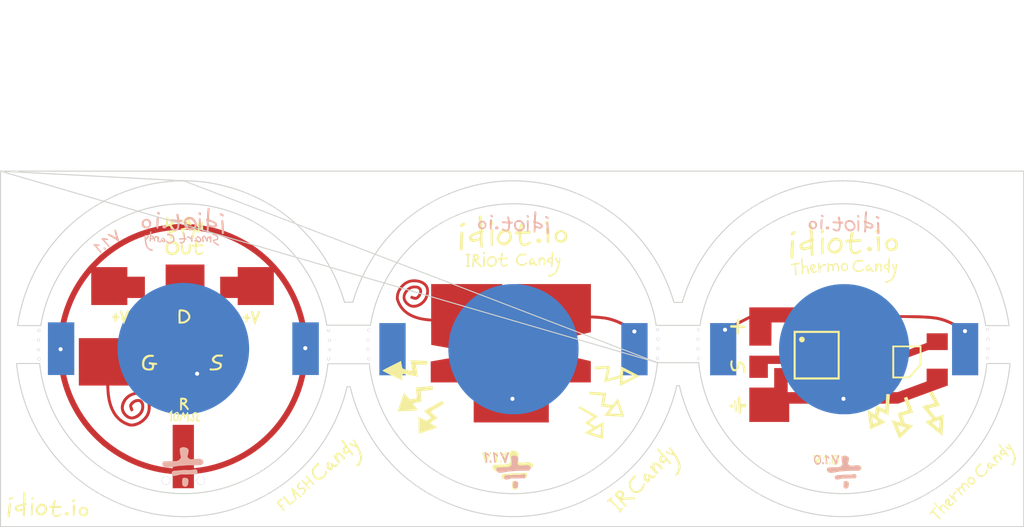
<source format=kicad_pcb>
(kicad_pcb (version 4) (host pcbnew 4.0.7)
  (layers (0 F.Cu signal) (31 B.Cu signal) (34 B.Paste user) (35 F.Paste user) (36 B.SilkS user) (37 F.SilkS user) (38 B.Mask user) (39 F.Mask user) (44 Edge.Cuts user))
  (net 0 "")
  (module LOGO (layer F.Cu) (at 0 0)
    (fp_text reference "G***" hide)
    (fp_text value "LOGO" hide)
    (fp_poly (pts (xy -31.766399 26.213977) (xy -31.369514 26.246531) (xy -30.973586 26.303791) (xy -30.638750 26.372013) (xy -30.254660 26.473701) (xy -29.880401 26.598305) (xy -29.516766 26.745005) (xy -29.164543 26.912981) (xy -28.824525 27.101412) (xy -28.497501 27.309479) (xy -28.184263 27.536360) (xy -27.885600 27.781237) (xy -27.602305 28.043288) (xy -27.335166 28.321694) (xy -27.084976 28.615635) (xy -26.852524 28.924289) (xy -26.638601 29.246837) (xy -26.443998 29.582459) (xy -26.269506 29.930335) (xy -26.115915 30.289643) (xy -25.984016 30.659565) (xy -25.874600 31.039280) (xy -25.794289 31.397509) (xy -25.744045 31.692098) (xy -25.708665 31.984067) (xy -25.687409 32.281360) (xy -25.679533 32.591922) (xy -25.679452 32.626936) (xy -25.685529 32.930699) (xy -25.704462 33.220993) (xy -25.737139 33.506752) (xy -25.784447 33.796909) (xy -25.807241 33.914107) (xy -25.898395 34.301118) (xy -26.012501 34.678420) (xy -26.148743 35.045270) (xy -26.306307 35.400927) (xy -26.484378 35.744646) (xy -26.682142 36.075684) (xy -26.898784 36.393299) (xy -27.133491 36.696747) (xy -27.385447 36.985285) (xy -27.653838 37.258171) (xy -27.937849 37.514660) (xy -28.236667 37.754010) (xy -28.549476 37.975478) (xy -28.875463 38.178320) (xy -29.213812 38.361794) (xy -29.563710 38.525156) (xy -29.924341 38.667664) (xy -30.294892 38.788573) (xy -30.674547 38.887142) (xy -31.062493 38.962627) (xy -31.389375 39.007125) (xy -31.512833 39.018713) (xy -31.653576 39.028599) (xy -31.803525 39.036442) (xy -31.954601 39.041897) (xy -32.098726 39.044621) (xy -32.227821 39.044271) (xy -32.251650 39.043789) (xy -32.652766 39.021694) (xy -33.049575 38.974847) (xy -33.441062 38.903685) (xy -33.826208 38.808642) (xy -34.203999 38.690153) (xy -34.573417 38.548653) (xy -34.933445 38.384578) (xy -35.283067 38.198362) (xy -35.621266 37.990441) (xy -35.947025 37.761249) (xy -36.259328 37.511222) (xy -36.557158 37.240796) (xy -36.628540 37.170745) (xy -36.903771 36.878873) (xy -37.158255 36.573054) (xy -37.391743 36.254341) (xy -37.603984 35.923791) (xy -37.794728 35.582457) (xy -37.963726 35.231395) (xy -38.110727 34.871658) (xy -38.235481 34.504301) (xy -38.337738 34.130379) (xy -38.417248 33.750946) (xy -38.473761 33.367058) (xy -38.507026 32.979768) (xy -38.516795 32.590132) (xy -38.502816 32.199203) (xy -38.464839 31.808038) (xy -38.402615 31.417689) (xy -38.315893 31.029212) (xy -38.204424 30.643661) (xy -38.188118 30.593858) (xy -38.086444 30.313548) (xy -37.966344 30.027711) (xy -37.831018 29.742794) (xy -37.683663 29.465248) (xy -37.527479 29.201520) (xy -37.404056 29.013150) (xy -37.162138 28.682808) (xy -36.902389 28.370459) (xy -36.625093 28.076379) (xy -36.330537 27.800847) (xy -36.019006 27.544138) (xy -35.690787 27.306530) (xy -35.535323 27.204383) (xy -35.192006 27.000601) (xy -34.838166 26.819575) (xy -34.474953 26.661499) (xy -34.103513 26.526568) (xy -33.724994 26.414979) (xy -33.340545 26.326926) (xy -32.951313 26.262604) (xy -32.558446 26.222208) (xy -32.163092 26.205934) (xy -31.766399 26.213977)) (layer B.Cu) (width 0.010000))
    (fp_poly (pts (xy -42.748200 35.191700) (xy -45.313600 35.191700) (xy -45.313600 30.060900) (xy -42.748200 30.060900) (xy -42.748200 35.191700)) (layer B.Cu) (width 0.010000))
    (fp_poly (pts (xy -18.872200 35.191700) (xy -21.450300 35.191700) (xy -21.450300 30.060900) (xy -18.872200 30.060900) (xy -18.872200 35.191700)) (layer B.Cu) (width 0.010000))
  )
  (module LOGO (layer F.Cu) (at 0 0)
    (fp_text reference "G***" hide)
    (fp_text value "LOGO" hide)
  )
  (module LOGO (layer F.Cu) (at 0 0)
    (fp_text reference "G***" hide)
    (fp_text value "LOGO" hide)
  )
  (module LOGO (layer F.Cu) (at 0 0)
    (fp_text reference "G***" hide)
    (fp_text value "LOGO" hide)
    (fp_poly (pts (xy -31.987999 20.455413) (xy -31.833388 20.456783) (xy -31.693672 20.459471) (xy -31.563608 20.463698) (xy -31.437951 20.469686) (xy -31.311456 20.477658) (xy -31.178879 20.487833) (xy -31.034975 20.500435) (xy -30.988000 20.504798) (xy -30.439006 20.569045) (xy -29.894608 20.658073) (xy -29.355636 20.771543) (xy -28.822920 20.909116) (xy -28.297290 21.070455) (xy -27.779577 21.255219) (xy -27.270612 21.463072) (xy -26.771223 21.693673) (xy -26.282243 21.946686) (xy -25.804500 22.221770) (xy -25.338825 22.518587) (xy -24.886048 22.836799) (xy -24.456216 23.168614) (xy -24.124477 23.447737) (xy -23.794126 23.747314) (xy -23.469954 24.062627) (xy -23.156752 24.388959) (xy -22.859311 24.721592) (xy -22.757662 24.841200) (xy -22.418696 25.265222) (xy -22.099397 25.704493) (xy -21.800187 26.157929) (xy -21.521488 26.624447) (xy -21.263725 27.102963) (xy -21.027319 27.592393) (xy -20.812693 28.091656) (xy -20.620269 28.599666) (xy -20.450471 29.115341) (xy -20.303720 29.637598) (xy -20.180439 30.165353) (xy -20.081052 30.697522) (xy -20.005980 31.233023) (xy -19.955647 31.770772) (xy -19.938644 32.067500) (xy -19.932551 32.188885) (xy -19.926075 32.286078) (xy -19.919106 32.360281) (xy -19.911537 32.412701) (xy -19.905099 32.439388) (xy -19.891361 32.502930) (xy -19.886577 32.574632) (xy -19.890702 32.644322) (xy -19.903691 32.701827) (xy -19.906289 32.708508) (xy -19.914833 32.736118) (xy -19.920748 32.774013) (xy -19.924388 32.826411) (xy -19.926106 32.897530) (xy -19.926360 32.948525) (xy -19.930884 33.188444) (xy -19.943985 33.447586) (xy -19.965170 33.721453) (xy -19.993944 34.005543) (xy -20.029812 34.295357) (xy -20.072281 34.586394) (xy -20.120854 34.874154) (xy -20.161289 35.086593) (xy -20.282126 35.626107) (xy -20.426640 36.157193) (xy -20.594323 36.679187) (xy -20.784667 37.191424) (xy -20.997164 37.693239) (xy -21.231307 38.183967) (xy -21.486587 38.662942) (xy -21.762497 39.129501) (xy -22.058528 39.582977) (xy -22.374174 40.022706) (xy -22.708925 40.448024) (xy -23.062274 40.858264) (xy -23.433713 41.252763) (xy -23.822734 41.630855) (xy -24.228830 41.991875) (xy -24.651492 42.335158) (xy -25.090212 42.660040) (xy -25.544483 42.965856) (xy -26.013797 43.251939) (xy -26.497646 43.517627) (xy -26.666909 43.603963) (xy -27.158601 43.836386) (xy -27.661554 44.047571) (xy -28.172983 44.236492) (xy -28.690101 44.402124) (xy -29.210123 44.543443) (xy -29.241665 44.551202) (xy -29.422162 44.593252) (xy -29.617056 44.634902) (xy -29.821095 44.675238) (xy -30.029029 44.713350) (xy -30.235606 44.748325) (xy -30.435574 44.779253) (xy -30.623683 44.805220) (xy -30.794681 44.825316) (xy -30.854650 44.831276) (xy -30.916857 44.837335) (xy -30.971970 44.843150) (xy -31.013814 44.848039) (xy -31.035625 44.851204) (xy -31.064200 44.856883) (xy -31.064200 46.240700) (xy -33.134300 46.240700) (xy -33.134300 44.861004) (xy -33.366075 44.838589) (xy -33.906066 44.773660) (xy -34.442733 44.683853) (xy -34.975097 44.569584) (xy -35.502175 44.431265) (xy -36.022989 44.269311) (xy -36.536557 44.084136) (xy -37.041900 43.876155) (xy -37.538037 43.645781) (xy -38.023987 43.393429) (xy -38.498770 43.119512) (xy -38.961406 42.824446) (xy -39.410914 42.508644) (xy -39.846314 42.172520) (xy -40.024050 42.025967) (xy -40.294963 41.789954) (xy -40.569327 41.535058) (xy -40.842112 41.266339) (xy -41.108288 40.988855) (xy -41.362823 40.707665) (xy -41.538373 40.502988) (xy -41.878621 40.076763) (xy -42.199378 39.634737) (xy -42.500122 39.177999) (xy -42.780331 38.707640) (xy -43.039485 38.224748) (xy -43.277061 37.730414) (xy -43.492539 37.225728) (xy -43.685398 36.711778) (xy -43.855115 36.189655) (xy -44.001169 35.660448) (xy -44.123039 35.125246) (xy -44.131420 35.083750) (xy -44.196988 34.732118) (xy -44.251024 34.388265) (xy -44.294374 34.045070) (xy -44.327884 33.695412) (xy -44.352398 33.332171) (xy -44.361386 33.147000) (xy -44.365692 33.058030) (xy -44.370636 32.975259) (xy -44.375899 32.902803) (xy -44.381159 32.844778) (xy -44.386097 32.805302) (xy -44.389027 32.791400) (xy -44.399747 32.736241) (xy -44.402776 32.669657) (xy -44.398106 32.604432) (xy -44.389139 32.562800) (xy -44.384660 32.537962) (xy -44.379632 32.491800) (xy -44.374368 32.428375) (xy -44.371887 32.391732) (xy -43.812549 32.391732) (xy -43.812124 32.471797) (xy -43.809058 32.531731) (xy -43.804508 32.563654) (xy -43.790717 32.659792) (xy -43.796743 32.748605) (xy -43.804691 32.783955) (xy -43.808801 32.815296) (xy -43.810927 32.868697) (xy -43.811190 32.940904) (xy -43.809711 33.028666) (xy -43.806610 33.128728) (xy -43.802009 33.237838) (xy -43.796028 33.352743) (xy -43.788787 33.470190) (xy -43.780408 33.586926) (xy -43.771012 33.699698) (xy -43.770461 33.705800) (xy -43.708682 34.247898) (xy -43.622454 34.783878) (xy -43.512141 35.313045) (xy -43.378107 35.834702) (xy -43.220716 36.348151) (xy -43.040334 36.852696) (xy -42.837325 37.347640) (xy -42.612052 37.832288) (xy -42.364881 38.305941) (xy -42.096177 38.767903) (xy -41.806302 39.217478) (xy -41.495623 39.653969) (xy -41.164504 40.076679) (xy -40.813308 40.484912) (xy -40.442401 40.877971) (xy -40.052146 41.255159) (xy -39.642909 41.615779) (xy -39.624000 41.631651) (xy -39.212623 41.959994) (xy -38.783520 42.270972) (xy -38.338596 42.563339) (xy -37.879754 42.835848) (xy -37.408900 43.087253) (xy -37.369750 43.106926) (xy -37.058870 43.257356) (xy -36.752039 43.395242) (xy -36.443557 43.522821) (xy -36.127722 43.642335) (xy -35.798834 43.756023) (xy -35.451192 43.866126) (xy -35.392587 43.883818) (xy -35.246516 43.925442) (xy -35.080714 43.968891) (xy -34.900665 44.012945) (xy -34.711855 44.056385) (xy -34.519768 44.097992) (xy -34.329891 44.136546) (xy -34.147707 44.170827) (xy -33.978702 44.199616) (xy -33.956163 44.203176) (xy -33.856963 44.218173) (xy -33.751791 44.233180) (xy -33.644727 44.247696) (xy -33.539856 44.261215) (xy -33.441260 44.273235) (xy -33.353022 44.283252) (xy -33.279225 44.290762) (xy -33.223952 44.295263) (xy -33.200975 44.296316) (xy -33.134300 44.297600) (xy -33.134300 40.068500) (xy -31.064200 40.068500) (xy -31.064200 44.299156) (xy -31.010225 44.291940) (xy -30.979744 44.288057) (xy -30.929471 44.281868) (xy -30.864838 44.274033) (xy -30.791280 44.265211) (xy -30.734000 44.258401) (xy -30.210908 44.183730) (xy -29.690481 44.084147) (xy -29.173929 43.960099) (xy -28.662458 43.812030) (xy -28.157277 43.640388) (xy -27.659593 43.445618) (xy -27.170613 43.228166) (xy -26.691545 42.988479) (xy -26.223597 42.727002) (xy -25.767976 42.444181) (xy -25.698450 42.398405) (xy -25.253306 42.087964) (xy -24.825153 41.758980) (xy -24.414412 41.412162) (xy -24.021502 41.048218) (xy -23.646844 40.667855) (xy -23.290856 40.271781) (xy -22.953960 39.860703) (xy -22.636574 39.435329) (xy -22.339120 38.996367) (xy -22.062016 38.544525) (xy -21.805683 38.080509) (xy -21.570540 37.605027) (xy -21.357007 37.118788) (xy -21.165505 36.622499) (xy -20.996453 36.116867) (xy -20.850272 35.602600) (xy -20.727380 35.080406) (xy -20.628198 34.550993) (xy -20.553145 34.015067) (xy -20.517858 33.667700) (xy -20.509226 33.560021) (xy -20.501370 33.446512) (xy -20.494402 33.330358) (xy -20.488437 33.214748) (xy -20.483588 33.102867) (xy -20.479967 32.997904) (xy -20.477688 32.903045) (xy -20.476864 32.821478) (xy -20.477609 32.756389) (xy -20.480036 32.710966) (xy -20.483156 32.691282) (xy -20.492671 32.643052) (xy -20.497075 32.585402) (xy -20.496217 32.528534) (xy -20.489944 32.482652) (xy -20.486428 32.471041) (xy -20.483149 32.448176) (xy -20.481521 32.403569) (xy -20.481550 32.340825) (xy -20.483240 32.263547) (xy -20.486051 32.187639) (xy -20.522066 31.646240) (xy -20.582785 31.108837) (xy -20.667891 30.576278) (xy -20.777067 30.049405) (xy -20.909996 29.529066) (xy -21.066361 29.016104) (xy -21.245845 28.511365) (xy -21.448132 28.015694) (xy -21.672904 27.529936) (xy -21.919844 27.054936) (xy -22.188635 26.591540) (xy -22.478961 26.140593) (xy -22.790505 25.702939) (xy -23.037029 25.385009) (xy -23.090952 25.317958) (xy -23.140610 25.256255) (xy -23.183433 25.203093) (xy -23.216848 25.161662) (xy -23.238283 25.135155) (xy -23.243893 25.128266) (xy -23.247085 25.125321) (xy -23.249952 25.125512) (xy -23.252513 25.130103) (xy -23.254785 25.140362) (xy -23.256786 25.157553) (xy -23.258532 25.182943) (xy -23.260043 25.217797) (xy -23.261335 25.263382) (xy -23.262426 25.320962) (xy -23.263333 25.391805) (xy -23.264074 25.477176) (xy -23.264667 25.578340) (xy -23.265129 25.696564) (xy -23.265477 25.833113) (xy -23.265730 25.989254) (xy -23.265905 26.166252) (xy -23.266019 26.365373) (xy -23.266089 26.587883) (xy -23.266118 26.730325) (xy -23.266400 28.359100) (xy -26.784300 28.359100) (xy -26.784300 27.673300) (xy -28.498800 27.673300) (xy -28.498800 25.603200) (xy -26.784300 25.603200) (xy -26.784300 24.663500) (xy -23.666450 24.657050) (xy -23.927272 24.396700) (xy -24.315778 24.026742) (xy -24.720499 23.675979) (xy -25.140532 23.344836) (xy -25.574979 23.033740) (xy -26.022939 22.743116) (xy -26.483511 22.473389) (xy -26.955796 22.224986) (xy -27.438892 21.998333) (xy -27.931901 21.793854) (xy -28.433921 21.611976) (xy -28.944052 21.453125) (xy -29.461394 21.317726) (xy -29.985047 21.206205) (xy -30.514111 21.118987) (xy -30.975300 21.063488) (xy -31.335580 21.033757) (xy -31.706767 21.014943) (xy -32.082163 21.007084) (xy -32.455064 21.010219) (xy -32.818769 21.024387) (xy -33.166578 21.049628) (xy -33.178750 21.050746) (xy -33.727025 21.114012) (xy -34.268146 21.201514) (xy -34.801664 21.313079) (xy -35.327132 21.448537) (xy -35.844100 21.607715) (xy -36.352118 21.790442) (xy -36.850738 21.996547) (xy -37.339510 22.225857) (xy -37.817986 22.478201) (xy -38.285717 22.753407) (xy -38.742254 23.051303) (xy -39.122350 23.323105) (xy -39.361336 23.505494) (xy -39.587277 23.687310) (xy -39.806017 23.873592) (xy -40.023399 24.069381) (xy -40.245265 24.279716) (xy -40.347900 24.380234) (xy -40.633650 24.662659) (xy -39.100125 24.663029) (xy -37.566600 24.663400) (xy -37.566600 25.603200) (xy -35.852100 25.603200) (xy -35.852100 27.673300) (xy -37.566600 27.673300) (xy -37.566600 28.359100) (xy -41.084402 28.359100) (xy -41.090850 25.179288) (xy -41.219025 25.337269) (xy -41.546133 25.760516) (xy -41.853127 26.198786) (xy -42.139560 26.651029) (xy -42.404985 27.116192) (xy -42.648954 27.593224) (xy -42.871022 28.081075) (xy -43.070740 28.578693) (xy -43.247661 29.085028) (xy -43.401339 29.599028) (xy -43.531327 30.119641) (xy -43.637177 30.645818) (xy -43.718442 31.176506) (xy -43.725139 31.229300) (xy -43.740953 31.363982) (xy -43.755633 31.503847) (xy -43.769010 31.646081) (xy -43.780917 31.787872) (xy -43.791187 31.926406) (xy -43.799652 32.058872) (xy -43.806146 32.182457) (xy -43.810501 32.294347) (xy -43.812549 32.391732) (xy -44.371887 32.391732) (xy -44.369178 32.351749) (xy -44.364375 32.265984) (xy -44.361332 32.200850) (xy -44.341088 31.831756) (xy -44.312317 31.479604) (xy -44.274151 31.137117) (xy -44.225724 30.797022) (xy -44.166170 30.452041) (xy -44.132221 30.276800) (xy -44.009780 29.728775) (xy -43.864030 29.190837) (xy -43.694994 28.663032) (xy -43.502697 28.145407) (xy -43.287161 27.638009) (xy -43.048409 27.140885) (xy -42.786464 26.654082) (xy -42.501351 26.177648) (xy -42.193092 25.711629) (xy -41.861710 25.256073) (xy -41.507229 24.811026) (xy -41.322282 24.593550) (xy -41.264864 24.529385) (xy -41.191819 24.450787) (xy -41.106068 24.360678) (xy -41.010529 24.261977) (xy -40.908125 24.157605) (xy -40.801775 24.050482) (xy -40.694400 23.943530) (xy -40.588920 23.839668) (xy -40.488257 23.741817) (xy -40.395330 23.652898) (xy -40.313060 23.575831) (xy -40.244368 23.513537) (xy -40.227250 23.498518) (xy -39.787641 23.132780) (xy -39.337182 22.789958) (xy -38.875986 22.470105) (xy -38.404161 22.173275) (xy -37.921819 21.899521) (xy -37.429070 21.648896) (xy -36.926023 21.421454) (xy -36.412790 21.217248) (xy -35.889481 21.036331) (xy -35.356205 20.878757) (xy -34.813073 20.744579) (xy -34.321750 20.644928) (xy -33.976262 20.586673) (xy -33.638508 20.539797) (xy -33.302418 20.503767) (xy -32.961923 20.478050) (xy -32.610955 20.462113) (xy -32.243443 20.455420) (xy -32.162750 20.455139) (xy -31.987999 20.455413)) (layer F.Cu) (width 0.010000))
    (fp_poly (pts (xy -37.312600 33.934400) (xy -34.086800 33.934400) (xy -34.086800 33.820100) (xy -33.058100 33.820100) (xy -33.058100 33.274000) (xy -32.448500 33.274000) (xy -32.448500 34.683700) (xy -33.096200 34.683700) (xy -33.096200 35.433000) (xy -32.715200 35.433000) (xy -32.715200 37.261800) (xy -34.353500 37.261800) (xy -34.353500 35.433000) (xy -33.756600 35.433000) (xy -33.756600 34.683700) (xy -34.086800 34.683700) (xy -34.086800 34.569400) (xy -37.312600 34.569400) (xy -37.312600 36.220400) (xy -39.331900 36.220400) (xy -39.331841 36.344225) (xy -39.330969 36.401914) (xy -39.328609 36.476746) (xy -39.325083 36.560525) (xy -39.320712 36.645060) (xy -39.318778 36.677600) (xy -39.288575 37.031933) (xy -39.243135 37.366216) (xy -39.182354 37.680799) (xy -39.106127 37.976033) (xy -39.014348 38.252270) (xy -38.906912 38.509858) (xy -38.783715 38.749150) (xy -38.644652 38.970496) (xy -38.623356 39.000853) (xy -38.567392 39.073928) (xy -38.497300 39.156903) (xy -38.418677 39.243802) (xy -38.337120 39.328646) (xy -38.258228 39.405456) (xy -38.187599 39.468257) (xy -38.179142 39.475222) (xy -38.009631 39.599731) (xy -37.822234 39.712836) (xy -37.623173 39.811128) (xy -37.422314 39.889953) (xy -37.354502 39.912440) (xy -37.302424 39.927310) (xy -37.258116 39.936090) (xy -37.213615 39.940307) (xy -37.160958 39.941489) (xy -37.153556 39.941500) (xy -36.985496 39.929342) (xy -36.815073 39.894000) (xy -36.645037 39.837168) (xy -36.478137 39.760541) (xy -36.317126 39.665814) (xy -36.164752 39.554683) (xy -36.023766 39.428842) (xy -35.896918 39.289986) (xy -35.786960 39.139811) (xy -35.746977 39.074635) (xy -35.675100 38.926838) (xy -35.621079 38.764684) (xy -35.585067 38.592029) (xy -35.567217 38.412730) (xy -35.567680 38.230643) (xy -35.586609 38.049624) (xy -35.624158 37.873531) (xy -35.680478 37.706219) (xy -35.691800 37.679227) (xy -35.738248 37.579568) (xy -35.785465 37.496468) (xy -35.838888 37.421519) (xy -35.903959 37.346314) (xy -35.914362 37.335229) (xy -36.007040 37.250539) (xy -36.106582 37.186543) (xy -36.216240 37.141950) (xy -36.339268 37.115472) (xy -36.478917 37.105820) (xy -36.493450 37.105731) (xy -36.674189 37.117152) (xy -36.852092 37.150869) (xy -37.024260 37.205449) (xy -37.187796 37.279460) (xy -37.339801 37.371468) (xy -37.477377 37.480041) (xy -37.597627 37.603747) (xy -37.657947 37.681383) (xy -37.739228 37.808857) (xy -37.807113 37.942405) (xy -37.860209 38.077836) (xy -37.897124 38.210960) (xy -37.916466 38.337586) (xy -37.916843 38.453524) (xy -37.916323 38.459125) (xy -37.891392 38.589189) (xy -37.843975 38.716451) (xy -37.776833 38.837668) (xy -37.692726 38.949595) (xy -37.594413 39.048987) (xy -37.484652 39.132600) (xy -37.366205 39.197189) (xy -37.255421 39.236124) (xy -37.198759 39.248892) (xy -37.149050 39.254303) (xy -37.097318 39.252350) (xy -37.034590 39.243023) (xy -36.997740 39.235885) (xy -36.869527 39.198218) (xy -36.741762 39.138899) (xy -36.618903 39.061360) (xy -36.505407 38.969030) (xy -36.405732 38.865340) (xy -36.324335 38.753719) (xy -36.289150 38.690550) (xy -36.246876 38.584741) (xy -36.216976 38.466709) (xy -36.200428 38.344109) (xy -36.198207 38.224591) (xy -36.211289 38.115809) (xy -36.214184 38.102775) (xy -36.244639 38.008698) (xy -36.286953 37.930892) (xy -36.339191 37.872122) (xy -36.399416 37.835154) (xy -36.402202 37.834078) (xy -36.465865 37.820859) (xy -36.543820 37.821515) (xy -36.629847 37.834944) (xy -36.717727 37.860041) (xy -36.801239 37.895702) (xy -36.826338 37.909346) (xy -36.876445 37.942771) (xy -36.931514 37.986679) (xy -36.985652 38.035599) (xy -37.032964 38.084060) (xy -37.067557 38.126593) (xy -37.077441 38.142411) (xy -37.088908 38.165840) (xy -37.094367 38.187081) (xy -37.094001 38.213523) (xy -37.087992 38.252556) (xy -37.081064 38.288608) (xy -37.065486 38.351194) (xy -37.042889 38.422365) (xy -37.017794 38.488074) (xy -37.014273 38.496185) (xy -36.992843 38.545278) (xy -36.975210 38.586910) (xy -36.964086 38.614627) (xy -36.961967 38.620700) (xy -36.969953 38.634302) (xy -36.995385 38.655199) (xy -37.032606 38.680132) (xy -37.075958 38.705842) (xy -37.119782 38.729070) (xy -37.158422 38.746557) (xy -37.186220 38.755045) (xy -37.194698 38.754752) (xy -37.208504 38.739689) (xy -37.228765 38.704965) (xy -37.253475 38.654868) (xy -37.280630 38.593688) (xy -37.308225 38.525714) (xy -37.332874 38.459170) (xy -37.357384 38.373599) (xy -37.370625 38.283768) (xy -37.373426 38.242100) (xy -37.375712 38.185704) (xy -37.374818 38.145780) (xy -37.369015 38.113442) (xy -37.356573 38.079802) (xy -37.335763 38.035976) (xy -37.331720 38.027787) (xy -37.272300 37.931855) (xy -37.192044 37.838903) (xy -37.095498 37.752933) (xy -36.987205 37.677950) (xy -36.871711 37.617957) (xy -36.861721 37.613683) (xy -36.762064 37.576409) (xy -36.671062 37.553695) (xy -36.578105 37.543552) (xy -36.487100 37.543412) (xy -36.422772 37.546501) (xy -36.375441 37.551607) (xy -36.336703 37.560462) (xy -36.298157 37.574794) (xy -36.267723 37.588572) (xy -36.170121 37.648304) (xy -36.086838 37.728398) (xy -36.018782 37.827645) (xy -35.966861 37.944836) (xy -35.945066 38.018270) (xy -35.930915 38.098929) (xy -35.923321 38.196086) (xy -35.922175 38.301728) (xy -35.927365 38.407846) (xy -35.938781 38.506427) (xy -35.952769 38.576250) (xy -35.999205 38.723996) (xy -36.060890 38.857477) (xy -36.140961 38.982257) (xy -36.242555 39.103901) (xy -36.261620 39.124074) (xy -36.388242 39.241104) (xy -36.523692 39.338774) (xy -36.665722 39.416496) (xy -36.812088 39.473681) (xy -36.960542 39.509741) (xy -37.108837 39.524088) (xy -37.254728 39.516134) (xy -37.395968 39.485291) (xy -37.496343 39.447307) (xy -37.634989 39.371099) (xy -37.764752 39.273660) (xy -37.882730 39.158441) (xy -37.986020 39.028898) (xy -38.071720 38.888483) (xy -38.136927 38.740651) (xy -38.164325 38.652450) (xy -38.179385 38.573787) (xy -38.188902 38.479253) (xy -38.192638 38.377812) (xy -38.190354 38.278433) (xy -38.181812 38.190083) (xy -38.177314 38.163500) (xy -38.129281 37.979478) (xy -38.057636 37.797705) (xy -37.964097 37.622306) (xy -37.928766 37.566600) (xy -37.878210 37.498551) (xy -37.812266 37.422195) (xy -37.736276 37.342742) (xy -37.655580 37.265400) (xy -37.575521 37.195380) (xy -37.501441 37.137889) (xy -37.462278 37.111695) (xy -37.270836 37.007839) (xy -37.070381 36.927060) (xy -36.858934 36.868622) (xy -36.755214 36.848668) (xy -36.658883 36.837063) (xy -36.551610 36.831680) (xy -36.440601 36.832294) (xy -36.333059 36.838680) (xy -36.236190 36.850611) (xy -36.159077 36.867318) (xy -36.010732 36.922387) (xy -35.875405 36.998573) (xy -35.752335 37.096455) (xy -35.640764 37.216609) (xy -35.567095 37.317283) (xy -35.475318 37.477028) (xy -35.401165 37.652057) (xy -35.345033 37.838988) (xy -35.307320 38.034438) (xy -35.288424 38.235025) (xy -35.288743 38.437367) (xy -35.308674 38.638080) (xy -35.348614 38.833784) (xy -35.377230 38.931850) (xy -35.409651 39.017779) (xy -35.453726 39.114798) (xy -35.505029 39.214334) (xy -35.559131 39.307817) (xy -35.611607 39.386673) (xy -35.613350 39.389050) (xy -35.665857 39.454221) (xy -35.733615 39.529185) (xy -35.811332 39.608799) (xy -35.893715 39.687917) (xy -35.975471 39.761398) (xy -36.051307 39.824096) (xy -36.093400 39.855561) (xy -36.173469 39.908077) (xy -36.267931 39.963406) (xy -36.369750 40.017930) (xy -36.471892 40.068034) (xy -36.567321 40.110099) (xy -36.645352 40.139321) (xy -36.832863 40.189226) (xy -37.021564 40.215403) (xy -37.157476 40.220179) (xy -37.231434 40.219083) (xy -37.288291 40.215835) (xy -37.336321 40.209354) (xy -37.383802 40.198558) (xy -37.433250 40.184152) (xy -37.683417 40.094114) (xy -37.919523 39.983022) (xy -38.141300 39.851152) (xy -38.348479 39.698780) (xy -38.540790 39.526183) (xy -38.717964 39.333637) (xy -38.879732 39.121418) (xy -39.025825 38.889801) (xy -39.155974 38.639064) (xy -39.269909 38.369482) (xy -39.310081 38.258750) (xy -39.396455 37.980976) (xy -39.467963 37.688100) (xy -39.524827 37.378783) (xy -39.567269 37.051685) (xy -39.595512 36.705468) (xy -39.606093 36.477575) (xy -39.614784 36.220400) (xy -42.291000 36.220400) (xy -42.291000 31.597600) (xy -37.312600 31.597600) (xy -37.312600 33.934400)) (layer F.Cu) (width 0.010000))
    (fp_poly (pts (xy -31.127700 33.820100) (xy -30.111700 33.820100) (xy -30.111700 34.683700) (xy -30.416500 34.683700) (xy -30.416500 35.433000) (xy -29.845000 35.433000) (xy -29.845000 37.261800) (xy -31.470600 37.261800) (xy -31.470600 35.433000) (xy -31.076900 35.433000) (xy -31.076900 34.683700) (xy -31.750000 34.683700) (xy -31.750000 33.274000) (xy -31.127700 33.274000) (xy -31.127700 33.820100)) (layer F.Cu) (width 0.010000))
    (fp_poly (pts (xy -30.035500 28.016200) (xy -31.762700 28.016200) (xy -31.762700 30.568900) (xy -30.810200 30.568900) (xy -30.810200 31.610300) (xy -31.788100 31.610300) (xy -31.788100 31.978600) (xy -32.410400 31.978600) (xy -32.410400 31.610300) (xy -33.388300 31.610300) (xy -33.388300 30.568900) (xy -32.423100 30.568900) (xy -32.423100 28.016200) (xy -33.820100 28.016200) (xy -33.820100 24.409400) (xy -30.035500 24.409400) (xy -30.035500 28.016200)) (layer F.Cu) (width 0.010000))
  )
  (module LOGO (layer F.Cu) (at 0 0)
    (fp_text reference "G***" hide)
    (fp_text value "LOGO" hide)
  )
  (module LOGO (layer F.Cu) (at 0 0)
    (fp_text reference "G***" hide)
    (fp_text value "LOGO" hide)
  )
  (module LOGO (layer F.Cu) (at 0 0)
    (fp_text reference "G***" hide)
    (fp_text value "LOGO" hide)
    (fp_poly (pts (xy 0.395049 26.324903) (xy 0.790579 26.352641) (xy 1.180821 26.404495) (xy 1.570120 26.481391) (xy 1.952002 26.582217) (xy 2.325485 26.706333) (xy 2.689586 26.853097) (xy 3.043322 27.021868) (xy 3.385711 27.212006) (xy 3.715771 27.422869) (xy 4.032519 27.653817) (xy 4.334973 27.904209) (xy 4.622150 28.173403) (xy 4.893068 28.460758) (xy 5.146744 28.765634) (xy 5.382196 29.087390) (xy 5.451653 29.190950) (xy 5.658120 29.527052) (xy 5.841471 29.871568) (xy 6.001994 30.225321) (xy 6.139976 30.589136) (xy 6.255705 30.963838) (xy 6.349467 31.350252) (xy 6.421550 31.749203) (xy 6.466693 32.105600) (xy 6.473162 32.188221) (xy 6.478037 32.291391) (xy 6.481348 32.410309) (xy 6.483119 32.540175) (xy 6.483380 32.676189) (xy 6.482156 32.813551) (xy 6.479476 32.947462) (xy 6.475366 33.073120) (xy 6.469854 33.185725) (xy 6.462967 33.280479) (xy 6.459855 33.312100) (xy 6.403506 33.719245) (xy 6.323680 34.117383) (xy 6.220638 34.505964) (xy 6.094642 34.884438) (xy 5.945954 35.252252) (xy 5.774837 35.608858) (xy 5.581551 35.953704) (xy 5.366360 36.286240) (xy 5.129523 36.605915) (xy 4.871305 36.912178) (xy 4.623598 37.173147) (xy 4.327078 37.451484) (xy 4.017874 37.707840) (xy 3.696215 37.942105) (xy 3.362331 38.154169) (xy 3.016452 38.343923) (xy 2.658808 38.511257) (xy 2.289627 38.656061) (xy 1.909142 38.778226) (xy 1.517580 38.877642) (xy 1.115173 38.954199) (xy 0.800100 38.997271) (xy 0.734793 39.003064) (xy 0.648555 39.008218) (xy 0.545843 39.012668) (xy 0.431120 39.016351) (xy 0.308846 39.019204) (xy 0.183482 39.021162) (xy 0.059487 39.022164) (xy -0.058677 39.022145) (xy -0.166550 39.021042) (xy -0.259671 39.018791) (xy -0.333579 39.015330) (xy -0.355600 39.013693) (xy -0.766188 38.966621) (xy -1.166374 38.896403) (xy -1.556383 38.802958) (xy -1.936441 38.686212) (xy -2.306773 38.546084) (xy -2.667605 38.382498) (xy -3.019162 38.195376) (xy -3.361670 37.984639) (xy -3.384550 37.969508) (xy -3.711594 37.737123) (xy -4.022053 37.485687) (xy -4.315296 37.215917) (xy -4.590692 36.928526) (xy -4.847610 36.624229) (xy -5.085418 36.303742) (xy -5.303486 35.967780) (xy -5.501181 35.617056) (xy -5.555422 35.511070) (xy -5.721392 35.151143) (xy -5.863855 34.782491) (xy -5.982679 34.406332) (xy -6.077730 34.023882) (xy -6.148875 33.636357) (xy -6.195982 33.244973) (xy -6.218918 32.850948) (xy -6.217549 32.455497) (xy -6.191743 32.059838) (xy -6.141367 31.665186) (xy -6.066288 31.272758) (xy -6.033628 31.134050) (xy -5.926532 30.753082) (xy -5.796302 30.381598) (xy -5.643706 30.020491) (xy -5.469513 29.670652) (xy -5.274492 29.332976) (xy -5.059411 29.008354) (xy -4.825039 28.697681) (xy -4.572145 28.401847) (xy -4.301498 28.121748) (xy -4.013865 27.858274) (xy -3.710017 27.612319) (xy -3.390721 27.384777) (xy -3.056747 27.176539) (xy -2.708863 26.988498) (xy -2.347837 26.821548) (xy -2.305269 26.803640) (xy -1.938193 26.664453) (xy -1.562185 26.548554) (xy -1.178868 26.456131) (xy -0.789864 26.387369) (xy -0.396794 26.342452) (xy -0.001283 26.321569) (xy 0.395049 26.324903)) (layer B.Cu) (width 0.010000))
    (fp_poly (pts (xy -10.401300 35.217100) (xy -12.954000 35.217100) (xy -12.954000 30.124400) (xy -10.401300 30.124400) (xy -10.401300 35.217100)) (layer B.Cu) (width 0.010000))
    (fp_poly (pts (xy 13.220700 35.217100) (xy 10.668000 35.217100) (xy 10.668000 30.124400) (xy 13.220700 30.124400) (xy 13.220700 35.217100)) (layer B.Cu) (width 0.010000))
  )
  (module LOGO (layer F.Cu) (at 0 0)
    (fp_text reference "G***" hide)
    (fp_text value "LOGO" hide)
  )
  (module LOGO (layer F.Cu) (at 0 0)
    (fp_text reference "G***" hide)
    (fp_text value "LOGO" hide)
  )
  (module LOGO (layer F.Cu) (at 0 0)
    (fp_text reference "G***" hide)
    (fp_text value "LOGO" hide)
    (fp_poly (pts (xy -2.641600 36.207700) (xy 3.581400 36.207700) (xy 3.581400 39.827200) (xy -0.074084 39.827200) (xy -0.377180 39.827170) (xy -0.673682 39.827085) (xy -0.962584 39.826945) (xy -1.242883 39.826753) (xy -1.513572 39.826512) (xy -1.773646 39.826224) (xy -2.022100 39.825890) (xy -2.257928 39.825514) (xy -2.480125 39.825098) (xy -2.687686 39.824644) (xy -2.879606 39.824154) (xy -3.054879 39.823631) (xy -3.212500 39.823076) (xy -3.351464 39.822494) (xy -3.470766 39.821884) (xy -3.569399 39.821251) (xy -3.646359 39.820596) (xy -3.700641 39.819922) (xy -3.731239 39.819231) (xy -3.738034 39.818733) (xy -3.738971 39.805308) (xy -3.739879 39.767833) (xy -3.740753 39.707659) (xy -3.741586 39.626136) (xy -3.742374 39.524613) (xy -3.743110 39.404442) (xy -3.743789 39.266972) (xy -3.744405 39.113554) (xy -3.744953 38.945538) (xy -3.745427 38.764275) (xy -3.745822 38.571114) (xy -3.746132 38.367405) (xy -3.746351 38.154500) (xy -3.746475 37.933747) (xy -3.746500 37.774023) (xy -3.746500 35.737779) (xy -3.867150 35.561303) (xy -3.987800 35.384826) (xy -3.987800 34.569400) (xy -2.641600 34.569400) (xy -2.641600 36.207700)) (layer F.Cu) (width 0.010000))
    (fp_poly (pts (xy -3.686175 33.311580) (xy -2.654300 33.312100) (xy -2.654300 34.074100) (xy -4.876800 34.074100) (xy -4.876800 35.915600) (xy -7.937500 35.915600) (xy -7.937453 34.896425) (xy -7.937405 33.877250) (xy -6.327728 33.594155) (xy -4.718050 33.311061) (xy -3.686175 33.311580)) (layer F.Cu) (width 0.010000))
    (fp_poly (pts (xy 6.492875 33.568509) (xy 7.683500 33.851027) (xy 7.683500 35.915600) (xy 4.584700 35.915600) (xy 4.584700 34.112200) (xy 2.921000 34.112200) (xy 2.921000 33.286700) (xy 5.302250 33.285992) (xy 6.492875 33.568509)) (layer F.Cu) (width 0.010000))
    (fp_poly (pts (xy -9.442580 25.861803) (xy -9.249478 25.881842) (xy -9.061460 25.919792) (xy -8.882329 25.975092) (xy -8.715892 26.047180) (xy -8.578850 26.126776) (xy -8.503647 26.183498) (xy -8.425880 26.253542) (xy -8.352488 26.329892) (xy -8.290408 26.405535) (xy -8.261420 26.447750) (xy -8.196250 26.575387) (xy -8.150538 26.716868) (xy -8.124204 26.869805) (xy -8.117165 27.031813) (xy -8.129341 27.200508) (xy -8.160650 27.373503) (xy -8.211011 27.548414) (xy -8.280341 27.722856) (xy -8.306905 27.778971) (xy -8.370386 27.896949) (xy -8.438931 28.000730) (xy -8.518915 28.099157) (xy -8.597305 28.181871) (xy -8.732187 28.301985) (xy -8.877588 28.404328) (xy -9.030882 28.488065) (xy -9.189443 28.552356) (xy -9.350644 28.596364) (xy -9.511860 28.619250) (xy -9.670463 28.620176) (xy -9.823828 28.598305) (xy -9.867900 28.587317) (xy -10.016826 28.533578) (xy -10.158969 28.457500) (xy -10.290873 28.361929) (xy -10.409081 28.249709) (xy -10.510133 28.123682) (xy -10.585401 27.997150) (xy -10.627226 27.907394) (xy -10.655461 27.828398) (xy -10.671979 27.751357) (xy -10.678654 27.667464) (xy -10.677359 27.567913) (xy -10.677249 27.565350) (xy -10.663961 27.429654) (xy -10.635052 27.304646) (xy -10.588378 27.184054) (xy -10.521798 27.061609) (xy -10.486330 27.006550) (xy -10.375225 26.861447) (xy -10.251367 26.737908) (xy -10.115221 26.636276) (xy -9.967252 26.556894) (xy -9.807928 26.500104) (xy -9.792508 26.495972) (xy -9.729458 26.481088) (xy -9.671152 26.471441) (xy -9.608458 26.465998) (xy -9.532245 26.463723) (xy -9.505950 26.463507) (xy -9.360178 26.469662) (xy -9.233532 26.490157) (xy -9.123668 26.525759) (xy -9.028242 26.577236) (xy -8.944910 26.645354) (xy -8.942141 26.648091) (xy -8.870244 26.736459) (xy -8.821128 26.835329) (xy -8.794852 26.943853) (xy -8.791476 27.061182) (xy -8.811058 27.186467) (xy -8.853658 27.318859) (xy -8.889754 27.400250) (xy -8.962359 27.527076) (xy -9.047947 27.637700) (xy -9.144037 27.729491) (xy -9.248149 27.799820) (xy -9.283700 27.817804) (xy -9.357173 27.839765) (xy -9.445120 27.845767) (xy -9.542371 27.835951) (xy -9.643755 27.810459) (xy -9.652000 27.807709) (xy -9.718437 27.783836) (xy -9.784392 27.757876) (xy -9.845162 27.731926) (xy -9.896044 27.708082) (xy -9.932337 27.688442) (xy -9.949312 27.675142) (xy -9.946944 27.659269) (xy -9.934402 27.627158) (xy -9.914428 27.584445) (xy -9.889759 27.536765) (xy -9.863136 27.489753) (xy -9.844968 27.460510) (xy -9.833825 27.455119) (xy -9.810494 27.458860) (xy -9.771266 27.472695) (xy -9.727411 27.491042) (xy -9.630414 27.530058) (xy -9.549378 27.555561) (xy -9.479618 27.568839) (xy -9.434424 27.571549) (xy -9.395425 27.568648) (xy -9.362996 27.556808) (xy -9.326360 27.531678) (xy -9.316838 27.524075) (xy -9.245754 27.455563) (xy -9.182288 27.373541) (xy -9.129055 27.283296) (xy -9.088671 27.190110) (xy -9.063752 27.099270) (xy -9.056911 27.016061) (xy -9.057936 27.000872) (xy -9.075017 26.923437) (xy -9.110928 26.859601) (xy -9.167254 26.807610) (xy -9.245582 26.765713) (xy -9.283700 26.751295) (xy -9.343224 26.737568) (xy -9.419837 26.729718) (xy -9.505915 26.727759) (xy -9.593833 26.731703) (xy -9.675966 26.741565) (xy -9.720023 26.750506) (xy -9.839173 26.790803) (xy -9.952203 26.850214) (xy -10.057263 26.925973) (xy -10.152500 27.015315) (xy -10.236064 27.115476) (xy -10.306103 27.223689) (xy -10.360765 27.337190) (xy -10.398200 27.453213) (xy -10.416556 27.568992) (xy -10.413981 27.681763) (xy -10.397350 27.762200) (xy -10.357599 27.860314) (xy -10.296948 27.960634) (xy -10.218765 28.057855) (xy -10.191750 28.086276) (xy -10.089635 28.178705) (xy -9.984348 28.250961) (xy -9.868641 28.307940) (xy -9.855908 28.313110) (xy -9.810718 28.330181) (xy -9.772451 28.341319) (xy -9.733184 28.347792) (xy -9.684996 28.350867) (xy -9.619964 28.351811) (xy -9.613900 28.351832) (xy -9.505417 28.347620) (xy -9.406368 28.332957) (xy -9.308347 28.305870) (xy -9.202947 28.264384) (xy -9.161772 28.245635) (xy -8.997556 28.155727) (xy -8.852136 28.048743) (xy -8.725556 27.924743) (xy -8.617861 27.783786) (xy -8.529097 27.625932) (xy -8.459309 27.451241) (xy -8.408542 27.259770) (xy -8.407599 27.255172) (xy -8.384107 27.091606) (xy -8.382579 26.939791) (xy -8.402913 26.800073) (xy -8.445007 26.672797) (xy -8.508760 26.558308) (xy -8.594071 26.456950) (xy -8.659016 26.399854) (xy -8.798538 26.305601) (xy -8.951858 26.231455) (xy -9.119709 26.177175) (xy -9.302823 26.142520) (xy -9.486900 26.127712) (xy -9.684011 26.130885) (xy -9.867331 26.154873) (xy -10.038594 26.200386) (xy -10.199531 26.268133) (xy -10.351877 26.358826) (xy -10.497362 26.473172) (xy -10.618837 26.591528) (xy -10.745949 26.741648) (xy -10.853948 26.900325) (xy -10.941739 27.065071) (xy -11.008230 27.233399) (xy -11.052327 27.402824) (xy -11.072937 27.570858) (xy -11.074400 27.627772) (xy -11.070432 27.703160) (xy -11.057708 27.781163) (xy -11.034997 27.866258) (xy -11.001069 27.962924) (xy -10.954694 28.075639) (xy -10.945695 28.096237) (xy -10.839261 28.307178) (xy -10.711925 28.503964) (xy -10.563985 28.686435) (xy -10.395738 28.854427) (xy -10.207481 29.007778) (xy -9.999512 29.146327) (xy -9.772128 29.269911) (xy -9.525626 29.378367) (xy -9.260304 29.471534) (xy -8.976459 29.549250) (xy -8.674389 29.611352) (xy -8.354390 29.657678) (xy -8.029575 29.687226) (xy -7.899400 29.695872) (xy -7.899400 26.314400) (xy -0.965200 26.314400) (xy -0.965200 29.921200) (xy -4.318000 29.921200) (xy -4.318000 31.991300) (xy -2.654300 31.991300) (xy -2.654300 32.816800) (xy -3.692525 32.815591) (xy -4.730750 32.814383) (xy -6.311900 32.532906) (xy -7.893050 32.251430) (xy -7.899536 29.959300) (xy -7.929374 29.959300) (xy -7.953069 29.958325) (xy -7.996154 29.955666) (xy -8.052703 29.951716) (xy -8.116789 29.946872) (xy -8.122981 29.946385) (xy -8.475831 29.909558) (xy -8.809528 29.856243) (xy -9.124043 29.786452) (xy -9.419350 29.700198) (xy -9.695422 29.597496) (xy -9.952231 29.478358) (xy -10.189751 29.342798) (xy -10.407953 29.190828) (xy -10.606812 29.022462) (xy -10.786300 28.837713) (xy -10.946389 28.636594) (xy -11.010459 28.543250) (xy -11.066065 28.451200) (xy -11.124225 28.342278) (xy -11.181255 28.224233) (xy -11.233472 28.104813) (xy -11.277195 27.991769) (xy -11.289495 27.956092) (xy -11.310959 27.890215) (xy -11.325463 27.839884) (xy -11.334369 27.796682) (xy -11.339037 27.752195) (xy -11.340826 27.698006) (xy -11.341100 27.636820) (xy -11.332753 27.466313) (xy -11.306764 27.303849) (xy -11.261714 27.143686) (xy -11.196183 26.980081) (xy -11.160208 26.904950) (xy -11.052239 26.713685) (xy -10.928554 26.538462) (xy -10.790680 26.380601) (xy -10.640145 26.241422) (xy -10.478475 26.122244) (xy -10.307199 26.024388) (xy -10.127844 25.949173) (xy -10.014341 25.914771) (xy -9.828816 25.877705) (xy -9.636961 25.860236) (xy -9.442580 25.861803)) (layer F.Cu) (width 0.010000))
    (fp_poly (pts (xy 7.696200 29.387800) (xy 7.782410 29.387800) (xy 7.867350 29.389402) (xy 7.973099 29.393954) (xy 8.095288 29.401075) (xy 8.229547 29.410381) (xy 8.371505 29.421490) (xy 8.516791 29.434022) (xy 8.661037 29.447593) (xy 8.799870 29.461821) (xy 8.928921 29.476324) (xy 9.043819 29.490721) (xy 9.140194 29.504628) (xy 9.165094 29.508691) (xy 9.473507 29.571998) (xy 9.790218 29.659165) (xy 10.115030 29.770115) (xy 10.447743 29.904772) (xy 10.788160 30.063059) (xy 11.136082 30.244900) (xy 11.273310 30.321927) (xy 11.339126 30.360546) (xy 11.416588 30.407601) (xy 11.502314 30.460891) (xy 11.592922 30.518214) (xy 11.685029 30.577369) (xy 11.775254 30.636155) (xy 11.860215 30.692371) (xy 11.936528 30.743816) (xy 12.000813 30.788287) (xy 12.049686 30.823585) (xy 12.076605 30.844747) (xy 12.119961 30.881789) (xy 12.040696 30.982519) (xy 12.006346 31.025295) (xy 11.977294 31.059851) (xy 11.957377 31.081716) (xy 11.951091 31.087024) (xy 11.937632 31.081375) (xy 11.907516 31.063294) (xy 11.864633 31.035282) (xy 11.812875 30.999835) (xy 11.787635 30.982061) (xy 11.720509 30.935414) (xy 11.640232 30.881220) (xy 11.555340 30.825151) (xy 11.474368 30.772884) (xy 11.446534 30.755283) (xy 11.112310 30.554678) (xy 10.781939 30.374882) (xy 10.456381 30.216295) (xy 10.136599 30.079318) (xy 9.823551 29.964351) (xy 9.518199 29.871797) (xy 9.221503 29.802055) (xy 9.114527 29.782184) (xy 9.002437 29.764899) (xy 8.869024 29.747723) (xy 8.718369 29.731030) (xy 8.554546 29.715195) (xy 8.381634 29.700592) (xy 8.203710 29.687595) (xy 8.024852 29.676580) (xy 7.889872 29.669721) (xy 7.696195 29.660850) (xy 7.696197 30.334913) (xy 7.696200 31.008976) (xy 5.365750 31.565850) (xy 4.149725 31.569212) (xy 2.933700 31.572575) (xy 2.933700 29.921200) (xy 0.457200 29.921200) (xy 0.457200 26.314400) (xy 7.696200 26.314400) (xy 7.696200 29.387800)) (layer F.Cu) (width 0.010000))
  )
  (module LOGO (layer F.Cu) (at 0 0)
    (fp_text reference "G***" hide)
    (fp_text value "LOGO" hide)
  )
  (module LOGO (layer F.Cu) (at 0 0)
    (fp_text reference "G***" hide)
    (fp_text value "LOGO" hide)
  )
  (module LOGO (layer F.Cu) (at 0 0)
    (fp_text reference "G***" hide)
    (fp_text value "LOGO" hide)
    (fp_poly (pts (xy 32.922160 26.340446) (xy 33.242250 26.372717) (xy 33.632775 26.435294) (xy 34.017394 26.522284) (xy 34.395056 26.633170) (xy 34.764712 26.767433) (xy 35.125312 26.924555) (xy 35.475805 27.104018) (xy 35.815143 27.305305) (xy 36.142276 27.527896) (xy 36.456153 27.771275) (xy 36.755725 28.034923) (xy 36.906571 28.180928) (xy 37.183524 28.475519) (xy 37.439403 28.784076) (xy 37.673891 29.105925) (xy 37.886673 29.440393) (xy 38.077431 29.786808) (xy 38.245850 30.144497) (xy 38.391614 30.512788) (xy 38.514406 30.891007) (xy 38.613910 31.278482) (xy 38.689809 31.674540) (xy 38.741788 32.078508) (xy 38.742571 32.086550) (xy 38.750756 32.191588) (xy 38.757103 32.314888) (xy 38.761580 32.450836) (xy 38.764152 32.593820) (xy 38.764785 32.738227) (xy 38.763447 32.878443) (xy 38.760104 33.008858) (xy 38.754721 33.123857) (xy 38.749218 33.197800) (xy 38.699555 33.608661) (xy 38.626513 34.009974) (xy 38.530265 34.401365) (xy 38.410986 34.782461) (xy 38.268851 35.152887) (xy 38.104033 35.512270) (xy 37.916706 35.860236) (xy 37.707046 36.196411) (xy 37.475225 36.520422) (xy 37.221419 36.831894) (xy 36.945801 37.130454) (xy 36.890546 37.186124) (xy 36.598118 37.459654) (xy 36.290968 37.712688) (xy 35.969867 37.944860) (xy 35.635587 38.155801) (xy 35.288897 38.345145) (xy 34.930569 38.512522) (xy 34.561376 38.657565) (xy 34.182086 38.779908) (xy 33.793473 38.879181) (xy 33.396306 38.955018) (xy 33.094298 38.996179) (xy 33.025701 39.002293) (xy 32.936389 39.007729) (xy 32.830861 39.012419) (xy 32.713612 39.016294) (xy 32.589138 39.019288) (xy 32.461937 39.021332) (xy 32.336505 39.022358) (xy 32.217337 39.022299) (xy 32.108931 39.021085) (xy 32.015782 39.018651) (xy 31.942387 39.014927) (xy 31.927800 39.013799) (xy 31.516934 38.966852) (xy 31.115600 38.896387) (xy 30.723920 38.802454) (xy 30.342017 38.685104) (xy 29.970013 38.544385) (xy 29.608031 38.380348) (xy 29.256193 38.193043) (xy 28.914622 37.982520) (xy 28.583440 37.748829) (xy 28.320412 37.540535) (xy 28.241069 37.471805) (xy 28.149458 37.387971) (xy 28.049796 37.293253) (xy 27.946302 37.191869) (xy 27.843196 37.088038) (xy 27.744695 36.985977) (xy 27.655018 36.889907) (xy 27.578383 36.804044) (xy 27.546964 36.767087) (xy 27.294406 36.444820) (xy 27.065294 36.112899) (xy 26.859545 35.771126) (xy 26.677076 35.419307) (xy 26.517805 35.057244) (xy 26.381646 34.684743) (xy 26.268518 34.301607) (xy 26.178337 33.907639) (xy 26.111020 33.502645) (xy 26.090474 33.337500) (xy 26.082543 33.250269) (xy 26.075819 33.142941) (xy 26.070390 33.020797) (xy 26.066344 32.889114) (xy 26.063770 32.753171) (xy 26.062755 32.618247) (xy 26.063389 32.489622) (xy 26.065759 32.372574) (xy 26.069954 32.272383) (xy 26.072108 32.238950) (xy 26.114104 31.831269) (xy 26.180077 31.431865) (xy 26.269882 31.041088) (xy 26.383376 30.659288) (xy 26.520413 30.286813) (xy 26.680850 29.924015) (xy 26.864543 29.571243) (xy 27.071347 29.228847) (xy 27.301118 28.897176) (xy 27.553712 28.576580) (xy 27.608951 28.511500) (xy 27.737218 28.368857) (xy 27.882453 28.218833) (xy 28.039392 28.066328) (xy 28.202771 27.916244) (xy 28.367326 27.773483) (xy 28.527793 27.642947) (xy 28.606750 27.582369) (xy 28.925506 27.358888) (xy 29.258983 27.155022) (xy 29.605207 26.971598) (xy 29.962203 26.809444) (xy 30.327998 26.669389) (xy 30.700615 26.552260) (xy 31.078082 26.458885) (xy 31.445200 26.392059) (xy 31.806662 26.348936) (xy 32.177481 26.325914) (xy 32.551399 26.323062) (xy 32.922160 26.340446)) (layer B.Cu) (width 0.010000))
    (fp_poly (pts (xy 21.882100 35.217100) (xy 19.329400 35.217100) (xy 19.329400 30.124400) (xy 21.882100 30.124400) (xy 21.882100 35.217100)) (layer B.Cu) (width 0.010000))
    (fp_poly (pts (xy 45.504100 35.217100) (xy 42.951400 35.217100) (xy 42.951400 30.124400) (xy 45.504100 30.124400) (xy 45.504100 35.217100)) (layer B.Cu) (width 0.010000))
  )
  (module LOGO (layer F.Cu) (at 0 0)
    (fp_text reference "G***" hide)
    (fp_text value "LOGO" hide)
  )
  (module LOGO (layer F.Cu) (at 0 0)
    (fp_text reference "G***" hide)
    (fp_text value "LOGO" hide)
  )
  (module LOGO (layer F.Cu) (at 0 0)
    (fp_text reference "G***" hide)
    (fp_text value "LOGO" hide)
    (fp_poly (pts (xy 27.165300 35.382200) (xy 26.898600 35.382200) (xy 26.898600 36.868100) (xy 37.649360 36.868100) (xy 40.468550 35.830398) (xy 40.471844 35.206249) (xy 40.475139 34.582100) (xy 42.532300 34.582100) (xy 42.532300 36.215276) (xy 37.696770 37.985700) (xy 27.051000 37.985700) (xy 27.051000 39.776400) (xy 23.164800 39.776400) (xy 23.164800 36.423600) (xy 25.590500 36.423600) (xy 25.590500 34.518600) (xy 27.165300 34.518600) (xy 27.165300 35.382200)) (layer F.Cu) (width 0.010000))
    (fp_poly (pts (xy 36.842700 36.207700) (xy 34.785300 36.207700) (xy 34.785300 34.582100) (xy 36.842700 34.582100) (xy 36.842700 36.207700)) (layer F.Cu) (width 0.010000))
    (fp_poly (pts (xy 27.152600 34.112200) (xy 24.968200 34.112200) (xy 24.968200 35.471100) (xy 23.164800 35.471100) (xy 23.164800 33.312100) (xy 27.152600 33.312100) (xy 27.152600 34.112200)) (layer F.Cu) (width 0.010000))
    (fp_poly (pts (xy 42.532300 32.753300) (xy 40.629682 32.753300) (xy 37.115948 34.036000) (xy 34.505900 34.036000) (xy 34.505900 34.213800) (xy 32.397700 34.213800) (xy 32.397700 33.197800) (xy 34.516764 33.197800) (xy 34.502346 33.337500) (xy 37.079515 33.337500) (xy 38.754982 32.709987) (xy 38.953024 32.635810) (xy 39.144715 32.564006) (xy 39.328690 32.495084) (xy 39.503583 32.429558) (xy 39.668030 32.367939) (xy 39.820665 32.310738) (xy 39.960122 32.258468) (xy 40.085036 32.211640) (xy 40.194042 32.170766) (xy 40.285774 32.136358) (xy 40.358866 32.108927) (xy 40.411955 32.088986) (xy 40.443673 32.077047) (xy 40.452675 32.073628) (xy 40.458453 32.069844) (xy 40.463137 32.061929) (xy 40.466843 32.047443) (xy 40.469682 32.023946) (xy 40.471769 31.988998) (xy 40.473217 31.940157) (xy 40.474141 31.874985) (xy 40.474652 31.791039) (xy 40.474866 31.685881) (xy 40.474900 31.596241) (xy 40.474900 31.127700) (xy 42.532300 31.127700) (xy 42.532300 32.753300)) (layer F.Cu) (width 0.010000))
    (fp_poly (pts (xy 36.791900 29.346748) (xy 38.147625 29.353514) (xy 38.338307 29.354581) (xy 38.526769 29.355858) (xy 38.710846 29.357319) (xy 38.888373 29.358936) (xy 39.057185 29.360684) (xy 39.215118 29.362535) (xy 39.360006 29.364464) (xy 39.489685 29.366443) (xy 39.601989 29.368447) (xy 39.694755 29.370448) (xy 39.765817 29.372421) (xy 39.801800 29.373784) (xy 40.063356 29.386218) (xy 40.301585 29.398908) (xy 40.518562 29.412119) (xy 40.716361 29.426115) (xy 40.897053 29.441159) (xy 41.062715 29.457517) (xy 41.215418 29.475451) (xy 41.357237 29.495228) (xy 41.490245 29.517110) (xy 41.616517 29.541362) (xy 41.738125 29.568249) (xy 41.857144 29.598034) (xy 41.975647 29.630982) (xy 42.088837 29.665202) (xy 42.417783 29.778947) (xy 42.753718 29.916395) (xy 43.095721 30.077109) (xy 43.442870 30.260655) (xy 43.794245 30.466598) (xy 43.821350 30.483310) (xy 43.886736 30.524524) (xy 43.960779 30.572447) (xy 44.039361 30.624289) (xy 44.118364 30.677261) (xy 44.193669 30.728572) (xy 44.261158 30.775433) (xy 44.316713 30.815053) (xy 44.356216 30.844643) (xy 44.364362 30.851180) (xy 44.399374 30.880050) (xy 44.316510 30.984825) (xy 44.281850 31.027933) (xy 44.253032 31.062432) (xy 44.233594 31.084169) (xy 44.227280 31.089600) (xy 44.215221 31.082694) (xy 44.186113 31.063640) (xy 44.143665 31.034931) (xy 44.091582 30.999063) (xy 44.059232 30.976528) (xy 43.761309 30.777150) (xy 43.458333 30.591815) (xy 43.152790 30.421711) (xy 42.847166 30.268025) (xy 42.543948 30.131944) (xy 42.245621 30.014656) (xy 41.954672 29.917349) (xy 41.690781 29.845317) (xy 41.567416 29.817567) (xy 41.437367 29.792369) (xy 41.298605 29.769512) (xy 41.149103 29.748784) (xy 40.986831 29.729977) (xy 40.809761 29.712880) (xy 40.615864 29.697282) (xy 40.403111 29.682972) (xy 40.169474 29.669742) (xy 39.912924 29.657380) (xy 39.852600 29.654729) (xy 39.732808 29.650154) (xy 39.591017 29.645763) (xy 39.430624 29.641598) (xy 39.255029 29.637702) (xy 39.067630 29.634117) (xy 38.871827 29.630885) (xy 38.671019 29.628047) (xy 38.468605 29.625646) (xy 38.267984 29.623724) (xy 38.072555 29.622322) (xy 37.885717 29.621483) (xy 37.710869 29.621248) (xy 37.551410 29.621661) (xy 37.410740 29.622762) (xy 37.341175 29.623699) (xy 36.791900 29.632499) (xy 36.791900 32.753300) (xy 34.734500 32.753300) (xy 34.734500 31.597600) (xy 32.397700 31.597600) (xy 32.397700 30.060900) (xy 25.323800 30.060900) (xy 25.323788 30.419675) (xy 25.323636 30.500776) (xy 25.323203 30.603512) (xy 25.322517 30.724119) (xy 25.321606 30.858833) (xy 25.320499 31.003891) (xy 25.319223 31.155530) (xy 25.317806 31.309984) (xy 25.316276 31.463492) (xy 25.315356 31.549975) (xy 25.306935 32.321500) (xy 23.164800 32.321500) (xy 23.164800 31.026100) (xy 23.164753 30.847056) (xy 23.164617 30.675340) (xy 23.164399 30.512636) (xy 23.164105 30.360627) (xy 23.163740 30.220996) (xy 23.163312 30.095428) (xy 23.162826 29.985605) (xy 23.162290 29.893211) (xy 23.161708 29.819931) (xy 23.161089 29.767446) (xy 23.160437 29.737441) (xy 23.159941 29.730700) (xy 23.148229 29.736410) (xy 23.115470 29.753022) (xy 23.063175 29.779758) (xy 22.992852 29.815841) (xy 22.906012 29.860493) (xy 22.804164 29.912937) (xy 22.688816 29.972395) (xy 22.561479 30.038089) (xy 22.423661 30.109243) (xy 22.276873 30.185078) (xy 22.122624 30.264817) (xy 22.013766 30.321120) (xy 21.855212 30.403102) (xy 21.703027 30.481711) (xy 21.558726 30.556170) (xy 21.423826 30.625699) (xy 21.299841 30.689520) (xy 21.188287 30.746855) (xy 21.090679 30.796926) (xy 21.008532 30.838954) (xy 20.943362 30.872161) (xy 20.896683 30.895769) (xy 20.870012 30.908999) (xy 20.864077 30.911670) (xy 20.854568 30.901289) (xy 20.837099 30.873897) (xy 20.814814 30.835325) (xy 20.790858 30.791404) (xy 20.768376 30.747968) (xy 20.750512 30.710848) (xy 20.740411 30.685876) (xy 20.739236 30.680145) (xy 20.750307 30.672277) (xy 20.782510 30.653571) (xy 20.834384 30.624803) (xy 20.904470 30.586745) (xy 20.991308 30.540171) (xy 21.093439 30.485855) (xy 21.209403 30.424570) (xy 21.337740 30.357090) (xy 21.476990 30.284188) (xy 21.625695 30.206639) (xy 21.782393 30.125216) (xy 21.945625 30.040692) (xy 21.952086 30.037352) (xy 23.164800 29.410555) (xy 23.164800 28.600400) (xy 36.791900 28.600400) (xy 36.791900 29.346748)) (layer F.Cu) (width 0.010000))
  )
  (module LOGO (layer F.Cu) (at 0 0)
    (fp_text reference "G***" hide)
    (fp_text value "LOGO" hide)
  )
  (module LOGO (layer F.Cu) (at 0 0)
    (fp_text reference "G***" hide)
    (fp_text value "LOGO" hide)
  )
  (module LOGO (layer F.Cu) (at 0 0)
    (fp_text reference "G***" hide)
    (fp_text value "LOGO" hide)
  )
  (gr_line (start -49.947290 15.291620) (end -49.947290 50.000095) (layer Edge.Cuts) (width 0.1))
  (gr_line (start -49.947290 50.000095) (end 49.947387 50.000095) (layer Edge.Cuts) (width 0.1))
  (gr_line (start 49.947387 50.000095) (end 49.947387 15.291620) (layer Edge.Cuts) (width 0.1))
  (gr_line (start 49.947387 15.291620) (end -49.947290 15.291620) (layer Edge.Cuts) (width 0.1))
  (gr_line (start -49.947290 15.291620) (end -49.947290 15.291620) (layer Edge.Cuts) (width 0.1))
  (gr_line (start -49.947290 15.291620) (end -32.052259 16.233682) (layer Edge.Cuts) (width 0.1))
  (gr_line (start -32.052259 16.233682) (end -32.051227 16.233682) (layer Edge.Cuts) (width 0.1))
  (gr_line (start -32.051227 16.233682) (end -31.690525 16.237810) (layer Edge.Cuts) (width 0.1))
  (gr_line (start -31.690525 16.237810) (end -31.330341 16.250219) (layer Edge.Cuts) (width 0.1))
  (gr_line (start -31.330341 16.250219) (end -30.970673 16.270883) (layer Edge.Cuts) (width 0.1))
  (gr_line (start -30.970673 16.270883) (end -30.611521 16.299304) (layer Edge.Cuts) (width 0.1))
  (gr_line (start -30.611521 16.299304) (end -30.252887 16.335994) (layer Edge.Cuts) (width 0.1))
  (gr_line (start -30.252887 16.335994) (end -29.895286 16.380436) (layer Edge.Cuts) (width 0.1))
  (gr_line (start -29.895286 16.380436) (end -29.538719 16.433146) (layer Edge.Cuts) (width 0.1))
  (gr_line (start -29.538719 16.433146) (end -29.183185 16.493606) (layer Edge.Cuts) (width 0.1))
  (gr_line (start -29.183185 16.493606) (end -28.829201 16.561302) (layer Edge.Cuts) (width 0.1))
  (gr_line (start -28.829201 16.561302) (end -28.476768 16.637267) (layer Edge.Cuts) (width 0.1))
  (gr_line (start -28.476768 16.637267) (end -28.126402 16.720468) (layer Edge.Cuts) (width 0.1))
  (gr_line (start -28.126402 16.720468) (end -27.777586 16.811416) (layer Edge.Cuts) (width 0.1))
  (gr_line (start -27.777586 16.811416) (end -27.430320 16.910118) (layer Edge.Cuts) (width 0.1))
  (gr_line (start -27.430320 16.910118) (end -27.086155 17.016055) (layer Edge.Cuts) (width 0.1))
  (gr_line (start -27.086155 17.016055) (end -26.743540 17.129744) (layer Edge.Cuts) (width 0.1))
  (gr_line (start -26.743540 17.129744) (end -26.404026 17.250150) (layer Edge.Cuts) (width 0.1))
  (gr_line (start -26.404026 17.250150) (end -26.067096 17.378307) (layer Edge.Cuts) (width 0.1))
  (gr_line (start -26.067096 17.378307) (end -25.732750 17.513699) (layer Edge.Cuts) (width 0.1))
  (gr_line (start -25.732750 17.513699) (end -25.401504 17.655810) (layer Edge.Cuts) (width 0.1))
  (gr_line (start -25.401504 17.655810) (end -25.073358 17.805672) (layer Edge.Cuts) (width 0.1))
  (gr_line (start -25.073358 17.805672) (end -24.748830 17.962250) (layer Edge.Cuts) (width 0.1))
  (gr_line (start -24.748830 17.962250) (end -24.427920 18.126067) (layer Edge.Cuts) (width 0.1))
  (gr_line (start -24.427920 18.126067) (end -24.110110 18.296599) (layer Edge.Cuts) (width 0.1))
  (gr_line (start -24.110110 18.296599) (end -23.796434 18.473848) (layer Edge.Cuts) (width 0.1))
  (gr_line (start -23.796434 18.473848) (end -23.486377 18.658332) (layer Edge.Cuts) (width 0.1))
  (gr_line (start -23.486377 18.658332) (end -23.180968 18.849020) (layer Edge.Cuts) (width 0.1))
  (gr_line (start -23.180968 18.849020) (end -22.879695 19.046938) (layer Edge.Cuts) (width 0.1))
  (gr_line (start -22.879695 19.046938) (end -22.582555 19.251062) (layer Edge.Cuts) (width 0.1))
  (gr_line (start -22.582555 19.251062) (end -22.290582 19.461900) (layer Edge.Cuts) (width 0.1))
  (gr_line (start -22.290582 19.461900) (end -22.003263 19.679459) (layer Edge.Cuts) (width 0.1))
  (gr_line (start -22.003263 19.679459) (end -21.720593 19.903217) (layer Edge.Cuts) (width 0.1))
  (gr_line (start -21.720593 19.903217) (end -21.443090 20.133696) (layer Edge.Cuts) (width 0.1))
  (gr_line (start -21.443090 20.133696) (end -21.216747 20.330064) (layer Edge.Cuts) (width 0.1))
  (gr_line (start -21.216747 20.330064) (end -20.994539 20.530571) (layer Edge.Cuts) (width 0.1))
  (gr_line (start -20.994539 20.530571) (end -20.775948 20.735208) (layer Edge.Cuts) (width 0.1))
  (gr_line (start -20.775948 20.735208) (end -20.562006 20.944498) (layer Edge.Cuts) (width 0.1))
  (gr_line (start -20.562006 20.944498) (end -20.352200 21.157406) (layer Edge.Cuts) (width 0.1))
  (gr_line (start -20.352200 21.157406) (end -20.146528 21.373930) (layer Edge.Cuts) (width 0.1))
  (gr_line (start -20.146528 21.373930) (end -19.944990 21.594588) (layer Edge.Cuts) (width 0.1))
  (gr_line (start -19.944990 21.594588) (end -19.747587 21.819380) (layer Edge.Cuts) (width 0.1))
  (gr_line (start -19.747587 21.819380) (end -19.554317 22.047274) (layer Edge.Cuts) (width 0.1))
  (gr_line (start -19.554317 22.047274) (end -19.365698 22.278784) (layer Edge.Cuts) (width 0.1))
  (gr_line (start -19.365698 22.278784) (end -19.181728 22.513911) (layer Edge.Cuts) (width 0.1))
  (gr_line (start -19.181728 22.513911) (end -19.001896 22.752656) (layer Edge.Cuts) (width 0.1))
  (gr_line (start -19.001896 22.752656) (end -18.826194 22.994503) (layer Edge.Cuts) (width 0.1))
  (gr_line (start -18.826194 22.994503) (end -18.655146 23.239449) (layer Edge.Cuts) (width 0.1))
  (gr_line (start -18.655146 23.239449) (end -18.488231 23.487496) (layer Edge.Cuts) (width 0.1))
  (gr_line (start -18.488231 23.487496) (end -18.325968 23.738644) (layer Edge.Cuts) (width 0.1))
  (gr_line (start -18.325968 23.738644) (end -18.168355 23.992890) (layer Edge.Cuts) (width 0.1))
  (gr_line (start -18.168355 23.992890) (end -18.015392 24.249724) (layer Edge.Cuts) (width 0.1))
  (gr_line (start -18.015392 24.249724) (end -17.867080 24.509140) (layer Edge.Cuts) (width 0.1))
  (gr_line (start -17.867080 24.509140) (end -17.722903 24.771654) (layer Edge.Cuts) (width 0.1))
  (gr_line (start -17.722903 24.771654) (end -17.583893 25.036237) (layer Edge.Cuts) (width 0.1))
  (gr_line (start -17.583893 25.036237) (end -17.449019 25.303406) (layer Edge.Cuts) (width 0.1))
  (gr_line (start -17.449019 25.303406) (end -17.319310 25.573156) (layer Edge.Cuts) (width 0.1))
  (gr_line (start -17.319310 25.573156) (end -17.193736 25.844973) (layer Edge.Cuts) (width 0.1))
  (gr_line (start -17.193736 25.844973) (end -17.073330 26.119375) (layer Edge.Cuts) (width 0.1))
  (gr_line (start -17.073330 26.119375) (end -16.957574 26.395328) (layer Edge.Cuts) (width 0.1))
  (gr_line (start -16.957574 26.395328) (end -16.846989 26.673865) (layer Edge.Cuts) (width 0.1))
  (gr_line (start -16.846989 26.673865) (end -16.740534 26.953950) (layer Edge.Cuts) (width 0.1))
  (gr_line (start -16.740534 26.953950) (end -16.639765 27.236105) (layer Edge.Cuts) (width 0.1))
  (gr_line (start -16.639765 27.236105) (end -16.543131 27.519807) (layer Edge.Cuts) (width 0.1))
  (gr_line (start -16.543131 27.519807) (end -16.451662 27.805062) (layer Edge.Cuts) (width 0.1))
  (gr_line (start -16.451662 27.805062) (end -16.365363 28.091865) (layer Edge.Cuts) (width 0.1))
  (gr_line (start -16.365363 28.091865) (end -15.555595 28.091865) (layer Edge.Cuts) (width 0.1))
  (gr_line (start -15.555595 28.091865) (end -15.469293 27.805062) (layer Edge.Cuts) (width 0.1))
  (gr_line (start -15.469293 27.805062) (end -15.377827 27.519807) (layer Edge.Cuts) (width 0.1))
  (gr_line (start -15.377827 27.519807) (end -15.281709 27.236621) (layer Edge.Cuts) (width 0.1))
  (gr_line (start -15.281709 27.236621) (end -15.180424 26.954985) (layer Edge.Cuts) (width 0.1))
  (gr_line (start -15.180424 26.954985) (end -15.074487 26.674897) (layer Edge.Cuts) (width 0.1))
  (gr_line (start -15.074487 26.674897) (end -14.963899 26.396878) (layer Edge.Cuts) (width 0.1))
  (gr_line (start -14.963899 26.396878) (end -14.848144 26.120926) (layer Edge.Cuts) (width 0.1))
  (gr_line (start -14.848144 26.120926) (end -14.727737 25.846524) (layer Edge.Cuts) (width 0.1))
  (gr_line (start -14.727737 25.846524) (end -14.602680 25.575223) (layer Edge.Cuts) (width 0.1))
  (gr_line (start -14.602680 25.575223) (end -14.472973 25.305472) (layer Edge.Cuts) (width 0.1))
  (gr_line (start -14.472973 25.305472) (end -14.338615 25.038306) (layer Edge.Cuts) (width 0.1))
  (gr_line (start -14.338615 25.038306) (end -14.199087 24.773723) (layer Edge.Cuts) (width 0.1))
  (gr_line (start -14.199087 24.773723) (end -14.055426 24.511722) (layer Edge.Cuts) (width 0.1))
  (gr_line (start -14.055426 24.511722) (end -13.907116 24.252306) (layer Edge.Cuts) (width 0.1))
  (gr_line (start -13.907116 24.252306) (end -13.754153 23.995475) (layer Edge.Cuts) (width 0.1))
  (gr_line (start -13.754153 23.995475) (end -13.596541 23.741742) (layer Edge.Cuts) (width 0.1))
  (gr_line (start -13.596541 23.741742) (end -13.434793 23.490597) (layer Edge.Cuts) (width 0.1))
  (gr_line (start -13.434793 23.490597) (end -13.268396 23.242550) (layer Edge.Cuts) (width 0.1))
  (gr_line (start -13.268396 23.242550) (end -13.097346 22.997601) (layer Edge.Cuts) (width 0.1))
  (gr_line (start -13.097346 22.997601) (end -12.922163 22.756275) (layer Edge.Cuts) (width 0.1))
  (gr_line (start -12.922163 22.756275) (end -12.742328 22.517528) (layer Edge.Cuts) (width 0.1))
  (gr_line (start -12.742328 22.517528) (end -12.557845 22.282917) (layer Edge.Cuts) (width 0.1))
  (gr_line (start -12.557845 22.282917) (end -12.369742 22.051407) (layer Edge.Cuts) (width 0.1))
  (gr_line (start -12.369742 22.051407) (end -12.176990 21.822997) (layer Edge.Cuts) (width 0.1))
  (gr_line (start -12.176990 21.822997) (end -11.979584 21.598723) (layer Edge.Cuts) (width 0.1))
  (gr_line (start -11.979584 21.598723) (end -11.778565 21.378063) (layer Edge.Cuts) (width 0.1))
  (gr_line (start -11.778565 21.378063) (end -11.572891 21.161539) (layer Edge.Cuts) (width 0.1))
  (gr_line (start -11.572891 21.161539) (end -11.363084 20.948631) (layer Edge.Cuts) (width 0.1))
  (gr_line (start -11.363084 20.948631) (end -11.149145 20.739859) (layer Edge.Cuts) (width 0.1))
  (gr_line (start -11.149145 20.739859) (end -10.931586 20.535220) (layer Edge.Cuts) (width 0.1))
  (gr_line (start -10.931586 20.535220) (end -10.709378 20.334716) (layer Edge.Cuts) (width 0.1))
  (gr_line (start -10.709378 20.334716) (end -10.483035 20.138345) (layer Edge.Cuts) (width 0.1))
  (gr_line (start -10.483035 20.138345) (end -10.206051 19.907869) (layer Edge.Cuts) (width 0.1))
  (gr_line (start -10.206051 19.907869) (end -9.923380 19.684111) (layer Edge.Cuts) (width 0.1))
  (gr_line (start -9.923380 19.684111) (end -9.636575 19.466552) (layer Edge.Cuts) (width 0.1))
  (gr_line (start -9.636575 19.466552) (end -9.344604 19.255713) (layer Edge.Cuts) (width 0.1))
  (gr_line (start -9.344604 19.255713) (end -9.047980 19.051590) (layer Edge.Cuts) (width 0.1))
  (gr_line (start -9.047980 19.051590) (end -8.746707 18.853671) (layer Edge.Cuts) (width 0.1))
  (gr_line (start -8.746707 18.853671) (end -8.441298 18.662467) (layer Edge.Cuts) (width 0.1))
  (gr_line (start -8.441298 18.662467) (end -8.131757 18.478500) (layer Edge.Cuts) (width 0.1))
  (gr_line (start -8.131757 18.478500) (end -7.818083 18.300731) (layer Edge.Cuts) (width 0.1))
  (gr_line (start -7.818083 18.300731) (end -7.500789 18.130200) (layer Edge.Cuts) (width 0.1))
  (gr_line (start -7.500789 18.130200) (end -7.179879 17.966385) (layer Edge.Cuts) (width 0.1))
  (gr_line (start -7.179879 17.966385) (end -6.855349 17.809805) (layer Edge.Cuts) (width 0.1))
  (gr_line (start -6.855349 17.809805) (end -6.527721 17.659945) (layer Edge.Cuts) (width 0.1))
  (gr_line (start -6.527721 17.659945) (end -6.196991 17.517316) (layer Edge.Cuts) (width 0.1))
  (gr_line (start -6.196991 17.517316) (end -5.863161 17.381926) (layer Edge.Cuts) (width 0.1))
  (gr_line (start -5.863161 17.381926) (end -5.526233 17.253767) (layer Edge.Cuts) (width 0.1))
  (gr_line (start -5.526233 17.253767) (end -5.186717 17.132845) (layer Edge.Cuts) (width 0.1))
  (gr_line (start -5.186717 17.132845) (end -4.844619 17.019156) (layer Edge.Cuts) (width 0.1))
  (gr_line (start -4.844619 17.019156) (end -4.500454 16.913219) (layer Edge.Cuts) (width 0.1))
  (gr_line (start -4.500454 16.913219) (end -4.153707 16.814517) (layer Edge.Cuts) (width 0.1))
  (gr_line (start -4.153707 16.814517) (end -3.805407 16.723566) (layer Edge.Cuts) (width 0.1))
  (gr_line (start -3.805407 16.723566) (end -3.455040 16.639852) (layer Edge.Cuts) (width 0.1))
  (gr_line (start -3.455040 16.639852) (end -3.102607 16.563887) (layer Edge.Cuts) (width 0.1))
  (gr_line (start -3.102607 16.563887) (end -2.749140 16.495675) (layer Edge.Cuts) (width 0.1))
  (gr_line (start -2.749140 16.495675) (end -2.393606 16.435213) (layer Edge.Cuts) (width 0.1))
  (gr_line (start -2.393606 16.435213) (end -2.037556 16.382502) (layer Edge.Cuts) (width 0.1))
  (gr_line (start -2.037556 16.382502) (end -1.679956 16.337544) (layer Edge.Cuts) (width 0.1))
  (gr_line (start -1.679956 16.337544) (end -1.321837 16.300855) (layer Edge.Cuts) (width 0.1))
  (gr_line (start -1.321837 16.300855) (end -0.962687 16.271914) (layer Edge.Cuts) (width 0.1))
  (gr_line (start -0.962687 16.271914) (end -0.603017 16.250721) (layer Edge.Cuts) (width 0.1))
  (gr_line (start -0.603017 16.250721) (end -0.242835 16.238312) (layer Edge.Cuts) (width 0.1))
  (gr_line (start -0.242835 16.238312) (end 0.117351 16.233656) (layer Edge.Cuts) (width 0.1))
  (gr_line (start 0.117351 16.233656) (end 0.122510 16.233656) (layer Edge.Cuts) (width 0.1))
  (gr_line (start 0.122510 16.233656) (end 0.483211 16.238312) (layer Edge.Cuts) (width 0.1))
  (gr_line (start 0.483211 16.238312) (end 0.843396 16.250721) (layer Edge.Cuts) (width 0.1))
  (gr_line (start 0.843396 16.250721) (end 1.203066 16.271914) (layer Edge.Cuts) (width 0.1))
  (gr_line (start 1.203066 16.271914) (end 1.562216 16.300855) (layer Edge.Cuts) (width 0.1))
  (gr_line (start 1.562216 16.300855) (end 1.920851 16.337544) (layer Edge.Cuts) (width 0.1))
  (gr_line (start 1.920851 16.337544) (end 2.278451 16.382502) (layer Edge.Cuts) (width 0.1))
  (gr_line (start 2.278451 16.382502) (end 2.635020 16.435213) (layer Edge.Cuts) (width 0.1))
  (gr_line (start 2.635020 16.435213) (end 2.990554 16.495675) (layer Edge.Cuts) (width 0.1))
  (gr_line (start 2.990554 16.495675) (end 3.344537 16.564403) (layer Edge.Cuts) (width 0.1))
  (gr_line (start 3.344537 16.564403) (end 3.696970 16.640368) (layer Edge.Cuts) (width 0.1))
  (gr_line (start 3.696970 16.640368) (end 4.047336 16.724085) (layer Edge.Cuts) (width 0.1))
  (gr_line (start 4.047336 16.724085) (end 4.396152 16.815551) (layer Edge.Cuts) (width 0.1))
  (gr_line (start 4.396152 16.815551) (end 4.742900 16.914254) (layer Edge.Cuts) (width 0.1))
  (gr_line (start 4.742900 16.914254) (end 5.087583 17.020190) (layer Edge.Cuts) (width 0.1))
  (gr_line (start 5.087583 17.020190) (end 5.429681 17.133879) (layer Edge.Cuts) (width 0.1))
  (gr_line (start 5.429681 17.133879) (end 5.769194 17.255318) (layer Edge.Cuts) (width 0.1))
  (gr_line (start 5.769194 17.255318) (end 6.106125 17.383474) (layer Edge.Cuts) (width 0.1))
  (gr_line (start 6.106125 17.383474) (end 6.440471 17.518867) (layer Edge.Cuts) (width 0.1))
  (gr_line (start 6.440471 17.518867) (end 6.771201 17.662011) (layer Edge.Cuts) (width 0.1))
  (gr_line (start 6.771201 17.662011) (end 7.099345 17.811874) (layer Edge.Cuts) (width 0.1))
  (gr_line (start 7.099345 17.811874) (end 7.423875 17.968452) (layer Edge.Cuts) (width 0.1))
  (gr_line (start 7.423875 17.968452) (end 7.744785 18.132266) (layer Edge.Cuts) (width 0.1))
  (gr_line (start 7.744785 18.132266) (end 8.062595 18.303316) (layer Edge.Cuts) (width 0.1))
  (gr_line (start 8.062595 18.303316) (end 8.376272 18.481082) (layer Edge.Cuts) (width 0.1))
  (gr_line (start 8.376272 18.481082) (end 8.685813 18.665568) (layer Edge.Cuts) (width 0.1))
  (gr_line (start 8.685813 18.665568) (end 8.991219 18.856769) (layer Edge.Cuts) (width 0.1))
  (gr_line (start 8.991219 18.856769) (end 9.292495 19.054691) (layer Edge.Cuts) (width 0.1))
  (gr_line (start 9.292495 19.054691) (end 9.589116 19.259330) (layer Edge.Cuts) (width 0.1))
  (gr_line (start 9.589116 19.259330) (end 9.881089 19.470687) (layer Edge.Cuts) (width 0.1))
  (gr_line (start 9.881089 19.470687) (end 10.168408 19.688243) (layer Edge.Cuts) (width 0.1))
  (gr_line (start 10.168408 19.688243) (end 10.450563 19.912520) (layer Edge.Cuts) (width 0.1))
  (gr_line (start 10.450563 19.912520) (end 10.728065 20.142996) (layer Edge.Cuts) (width 0.1))
  (gr_line (start 10.728065 20.142996) (end 10.954409 20.339367) (layer Edge.Cuts) (width 0.1))
  (gr_line (start 10.954409 20.339367) (end 11.176616 20.540390) (layer Edge.Cuts) (width 0.1))
  (gr_line (start 11.176616 20.540390) (end 11.394691 20.745026) (layer Edge.Cuts) (width 0.1))
  (gr_line (start 11.394691 20.745026) (end 11.608631 20.954317) (layer Edge.Cuts) (width 0.1))
  (gr_line (start 11.608631 20.954317) (end 11.817921 21.167225) (layer Edge.Cuts) (width 0.1))
  (gr_line (start 11.817921 21.167225) (end 12.023592 21.384265) (layer Edge.Cuts) (width 0.1))
  (gr_line (start 12.023592 21.384265) (end 12.225131 21.604922) (layer Edge.Cuts) (width 0.1))
  (gr_line (start 12.225131 21.604922) (end 12.422018 21.829715) (layer Edge.Cuts) (width 0.1))
  (gr_line (start 12.422018 21.829715) (end 12.614772 22.058124) (layer Edge.Cuts) (width 0.1))
  (gr_line (start 12.614772 22.058124) (end 12.803391 22.289635) (layer Edge.Cuts) (width 0.1))
  (gr_line (start 12.803391 22.289635) (end 12.987358 22.524765) (layer Edge.Cuts) (width 0.1))
  (gr_line (start 12.987358 22.524765) (end 13.167193 22.763509) (layer Edge.Cuts) (width 0.1))
  (gr_line (start 13.167193 22.763509) (end 13.342376 23.005354) (layer Edge.Cuts) (width 0.1))
  (gr_line (start 13.342376 23.005354) (end 13.513424 23.250818) (layer Edge.Cuts) (width 0.1))
  (gr_line (start 13.513424 23.250818) (end 13.679823 23.498865) (layer Edge.Cuts) (width 0.1))
  (gr_line (start 13.679823 23.498865) (end 13.841571 23.750010) (layer Edge.Cuts) (width 0.1))
  (gr_line (start 13.841571 23.750010) (end 13.999183 24.004259) (layer Edge.Cuts) (width 0.1))
  (gr_line (start 13.999183 24.004259) (end 14.151628 24.261093) (layer Edge.Cuts) (width 0.1))
  (gr_line (start 14.151628 24.261093) (end 14.299940 24.521025) (layer Edge.Cuts) (width 0.1))
  (gr_line (start 14.299940 24.521025) (end 14.443601 24.783023) (layer Edge.Cuts) (width 0.1))
  (gr_line (start 14.443601 24.783023) (end 14.583127 25.048122) (layer Edge.Cuts) (width 0.1))
  (gr_line (start 14.583127 25.048122) (end 14.717485 25.315291) (layer Edge.Cuts) (width 0.1))
  (gr_line (start 14.717485 25.315291) (end 14.847194 25.585041) (layer Edge.Cuts) (width 0.1))
  (gr_line (start 14.847194 25.585041) (end 14.971733 25.857377) (layer Edge.Cuts) (width 0.1))
  (gr_line (start 14.971733 25.857377) (end 15.092140 26.131260) (layer Edge.Cuts) (width 0.1))
  (gr_line (start 15.092140 26.131260) (end 15.207895 26.407731) (layer Edge.Cuts) (width 0.1))
  (gr_line (start 15.207895 26.407731) (end 15.318483 26.685750) (layer Edge.Cuts) (width 0.1))
  (gr_line (start 15.318483 26.685750) (end 15.424420 26.966351) (layer Edge.Cuts) (width 0.1))
  (gr_line (start 15.424420 26.966351) (end 15.525189 27.247990) (layer Edge.Cuts) (width 0.1))
  (gr_line (start 15.525189 27.247990) (end 15.621307 27.532211) (layer Edge.Cuts) (width 0.1))
  (gr_line (start 15.621307 27.532211) (end 15.712257 27.817463) (layer Edge.Cuts) (width 0.1))
  (gr_line (start 15.712257 27.817463) (end 15.798556 28.104269) (layer Edge.Cuts) (width 0.1))
  (gr_line (start 15.798556 28.104269) (end 16.612976 28.104269) (layer Edge.Cuts) (width 0.1))
  (gr_line (start 16.612976 28.104269) (end 16.699277 27.817463) (layer Edge.Cuts) (width 0.1))
  (gr_line (start 16.699277 27.817463) (end 16.790228 27.531692) (layer Edge.Cuts) (width 0.1))
  (gr_line (start 16.790228 27.531692) (end 16.886346 27.247990) (layer Edge.Cuts) (width 0.1))
  (gr_line (start 16.886346 27.247990) (end 16.987115 26.966351) (layer Edge.Cuts) (width 0.1))
  (gr_line (start 16.987115 26.966351) (end 17.093051 26.685750) (layer Edge.Cuts) (width 0.1))
  (gr_line (start 17.093051 26.685750) (end 17.203639 26.407731) (layer Edge.Cuts) (width 0.1))
  (gr_line (start 17.203639 26.407731) (end 17.319395 26.131260) (layer Edge.Cuts) (width 0.1))
  (gr_line (start 17.319395 26.131260) (end 17.439283 25.857377) (layer Edge.Cuts) (width 0.1))
  (gr_line (start 17.439283 25.857377) (end 17.564340 25.585041) (layer Edge.Cuts) (width 0.1))
  (gr_line (start 17.564340 25.585041) (end 17.694047 25.315291) (layer Edge.Cuts) (width 0.1))
  (gr_line (start 17.694047 25.315291) (end 17.828408 25.048122) (layer Edge.Cuts) (width 0.1))
  (gr_line (start 17.828408 25.048122) (end 17.967417 24.783023) (layer Edge.Cuts) (width 0.1))
  (gr_line (start 17.967417 24.783023) (end 18.111594 24.521025) (layer Edge.Cuts) (width 0.1))
  (gr_line (start 18.111594 24.521025) (end 18.259388 24.261093) (layer Edge.Cuts) (width 0.1))
  (gr_line (start 18.259388 24.261093) (end 18.412351 24.004259) (layer Edge.Cuts) (width 0.1))
  (gr_line (start 18.412351 24.004259) (end 18.569963 23.750010) (layer Edge.Cuts) (width 0.1))
  (gr_line (start 18.569963 23.750010) (end 18.731711 23.498865) (layer Edge.Cuts) (width 0.1))
  (gr_line (start 18.731711 23.498865) (end 18.898108 23.250818) (layer Edge.Cuts) (width 0.1))
  (gr_line (start 18.898108 23.250818) (end 19.069158 23.005354) (layer Edge.Cuts) (width 0.1))
  (gr_line (start 19.069158 23.005354) (end 19.244341 22.763509) (layer Edge.Cuts) (width 0.1))
  (gr_line (start 19.244341 22.763509) (end 19.424173 22.524765) (layer Edge.Cuts) (width 0.1))
  (gr_line (start 19.424173 22.524765) (end 19.608143 22.289635) (layer Edge.Cuts) (width 0.1))
  (gr_line (start 19.608143 22.289635) (end 19.796762 22.058124) (layer Edge.Cuts) (width 0.1))
  (gr_line (start 19.796762 22.058124) (end 19.989514 21.829715) (layer Edge.Cuts) (width 0.1))
  (gr_line (start 19.989514 21.829715) (end 20.186401 21.604922) (layer Edge.Cuts) (width 0.1))
  (gr_line (start 20.186401 21.604922) (end 20.387939 21.384265) (layer Edge.Cuts) (width 0.1))
  (gr_line (start 20.387939 21.384265) (end 20.593095 21.167225) (layer Edge.Cuts) (width 0.1))
  (gr_line (start 20.593095 21.167225) (end 20.802901 20.954317) (layer Edge.Cuts) (width 0.1))
  (gr_line (start 20.802901 20.954317) (end 21.016843 20.745026) (layer Edge.Cuts) (width 0.1))
  (gr_line (start 21.016843 20.745026) (end 21.234918 20.540390) (layer Edge.Cuts) (width 0.1))
  (gr_line (start 21.234918 20.540390) (end 21.457126 20.339367) (layer Edge.Cuts) (width 0.1))
  (gr_line (start 21.457126 20.339367) (end 21.683469 20.142996) (layer Edge.Cuts) (width 0.1))
  (gr_line (start 21.683469 20.142996) (end 21.960453 19.912520) (layer Edge.Cuts) (width 0.1))
  (gr_line (start 21.960453 19.912520) (end 22.243124 19.688243) (layer Edge.Cuts) (width 0.1))
  (gr_line (start 22.243124 19.688243) (end 22.530445 19.470687) (layer Edge.Cuts) (width 0.1))
  (gr_line (start 22.530445 19.470687) (end 22.822418 19.259330) (layer Edge.Cuts) (width 0.1))
  (gr_line (start 22.822418 19.259330) (end 23.119040 19.054691) (layer Edge.Cuts) (width 0.1))
  (gr_line (start 23.119040 19.054691) (end 23.420313 18.856769) (layer Edge.Cuts) (width 0.1))
  (gr_line (start 23.420313 18.856769) (end 23.725722 18.665568) (layer Edge.Cuts) (width 0.1))
  (gr_line (start 23.725722 18.665568) (end 24.035779 18.481082) (layer Edge.Cuts) (width 0.1))
  (gr_line (start 24.035779 18.481082) (end 24.349456 18.303316) (layer Edge.Cuts) (width 0.1))
  (gr_line (start 24.349456 18.303316) (end 24.666749 18.132266) (layer Edge.Cuts) (width 0.1))
  (gr_line (start 24.666749 18.132266) (end 24.987660 17.968452) (layer Edge.Cuts) (width 0.1))
  (gr_line (start 24.987660 17.968452) (end 25.312187 17.811874) (layer Edge.Cuts) (width 0.1))
  (gr_line (start 25.312187 17.811874) (end 25.640334 17.662011) (layer Edge.Cuts) (width 0.1))
  (gr_line (start 25.640334 17.662011) (end 25.971579 17.518867) (layer Edge.Cuts) (width 0.1))
  (gr_line (start 25.971579 17.518867) (end 26.305409 17.383474) (layer Edge.Cuts) (width 0.1))
  (gr_line (start 26.305409 17.383474) (end 26.642340 17.255318) (layer Edge.Cuts) (width 0.1))
  (gr_line (start 26.642340 17.255318) (end 26.982369 17.133879) (layer Edge.Cuts) (width 0.1))
  (gr_line (start 26.982369 17.133879) (end 27.324468 17.020190) (layer Edge.Cuts) (width 0.1))
  (gr_line (start 27.324468 17.020190) (end 27.669148 16.914254) (layer Edge.Cuts) (width 0.1))
  (gr_line (start 27.669148 16.914254) (end 28.015898 16.815035) (layer Edge.Cuts) (width 0.1))
  (gr_line (start 28.015898 16.815035) (end 28.364714 16.724085) (layer Edge.Cuts) (width 0.1))
  (gr_line (start 28.364714 16.724085) (end 28.715081 16.640368) (layer Edge.Cuts) (width 0.1))
  (gr_line (start 28.715081 16.640368) (end 29.067513 16.564403) (layer Edge.Cuts) (width 0.1))
  (gr_line (start 29.067513 16.564403) (end 29.421497 16.495675) (layer Edge.Cuts) (width 0.1))
  (gr_line (start 29.421497 16.495675) (end 29.777031 16.435213) (layer Edge.Cuts) (width 0.1))
  (gr_line (start 29.777031 16.435213) (end 30.133599 16.382502) (layer Edge.Cuts) (width 0.1))
  (gr_line (start 30.133599 16.382502) (end 30.491199 16.337544) (layer Edge.Cuts) (width 0.1))
  (gr_line (start 30.491199 16.337544) (end 30.849318 16.300855) (layer Edge.Cuts) (width 0.1))
  (gr_line (start 30.849318 16.300855) (end 31.208985 16.271914) (layer Edge.Cuts) (width 0.1))
  (gr_line (start 31.208985 16.271914) (end 31.568654 16.250721) (layer Edge.Cuts) (width 0.1))
  (gr_line (start 31.568654 16.250721) (end 31.928837 16.238312) (layer Edge.Cuts) (width 0.1))
  (gr_line (start 31.928837 16.238312) (end 32.289538 16.233656) (layer Edge.Cuts) (width 0.1))
  (gr_line (start 32.289538 16.233656) (end 32.292184 16.233656) (layer Edge.Cuts) (width 0.1))
  (gr_line (start 32.292184 16.233656) (end 32.694745 16.238815) (layer Edge.Cuts) (width 0.1))
  (gr_line (start 32.694745 16.238815) (end 33.096268 16.254320) (layer Edge.Cuts) (width 0.1))
  (gr_line (start 33.096268 16.254320) (end 33.497795 16.279640) (layer Edge.Cuts) (width 0.1))
  (gr_line (start 33.497795 16.279640) (end 33.898287 16.315295) (layer Edge.Cuts) (width 0.1))
  (gr_line (start 33.898287 16.315295) (end 34.297746 16.361288) (layer Edge.Cuts) (width 0.1))
  (gr_line (start 34.297746 16.361288) (end 34.695656 16.416583) (layer Edge.Cuts) (width 0.1))
  (gr_line (start 34.695656 16.416583) (end 35.092531 16.482211) (layer Edge.Cuts) (width 0.1))
  (gr_line (start 35.092531 16.482211) (end 35.487337 16.557143) (layer Edge.Cuts) (width 0.1))
  (gr_line (start 35.487337 16.557143) (end 35.880595 16.641892) (layer Edge.Cuts) (width 0.1))
  (gr_line (start 35.880595 16.641892) (end 36.271268 16.735943) (layer Edge.Cuts) (width 0.1))
  (gr_line (start 36.271268 16.735943) (end 36.659875 16.839813) (layer Edge.Cuts) (width 0.1))
  (gr_line (start 36.659875 16.839813) (end 37.045899 16.952984) (layer Edge.Cuts) (width 0.1))
  (gr_line (start 37.045899 16.952984) (end 37.429339 17.074941) (layer Edge.Cuts) (width 0.1))
  (gr_line (start 37.429339 17.074941) (end 37.809159 17.206716) (layer Edge.Cuts) (width 0.1))
  (gr_line (start 37.809159 17.206716) (end 38.186396 17.346758) (layer Edge.Cuts) (width 0.1))
  (gr_line (start 38.186396 17.346758) (end 38.559501 17.496620) (layer Edge.Cuts) (width 0.1))
  (gr_line (start 38.559501 17.496620) (end 38.929505 17.654749) (layer Edge.Cuts) (width 0.1))
  (gr_line (start 38.929505 17.654749) (end 39.295374 17.822182) (layer Edge.Cuts) (width 0.1))
  (gr_line (start 39.295374 17.822182) (end 39.657109 17.997881) (layer Edge.Cuts) (width 0.1))
  (gr_line (start 39.657109 17.997881) (end 40.014710 18.182367) (layer Edge.Cuts) (width 0.1))
  (gr_line (start 40.014710 18.182367) (end 40.367143 18.375635) (layer Edge.Cuts) (width 0.1))
  (gr_line (start 40.367143 18.375635) (end 40.715443 18.577173) (layer Edge.Cuts) (width 0.1))
  (gr_line (start 40.715443 18.577173) (end 41.058573 18.786980) (layer Edge.Cuts) (width 0.1))
  (gr_line (start 41.058573 18.786980) (end 41.396020 19.005055) (layer Edge.Cuts) (width 0.1))
  (gr_line (start 41.396020 19.005055) (end 41.728818 19.230882) (layer Edge.Cuts) (width 0.1))
  (gr_line (start 41.728818 19.230882) (end 42.055412 19.465493) (layer Edge.Cuts) (width 0.1))
  (gr_line (start 42.055412 19.465493) (end 42.376322 19.707338) (layer Edge.Cuts) (width 0.1))
  (gr_line (start 42.376322 19.707338) (end 42.691031 19.957968) (layer Edge.Cuts) (width 0.1))
  (gr_line (start 42.691031 19.957968) (end 42.999540 20.215833) (layer Edge.Cuts) (width 0.1))
  (gr_line (start 42.999540 20.215833) (end 43.301332 20.481451) (layer Edge.Cuts) (width 0.1))
  (gr_line (start 43.301332 20.481451) (end 43.596403 20.754819) (layer Edge.Cuts) (width 0.1))
  (gr_line (start 43.596403 20.754819) (end 43.884241 21.035422) (layer Edge.Cuts) (width 0.1))
  (gr_line (start 43.884241 21.035422) (end 44.116267 21.272100) (layer Edge.Cuts) (width 0.1))
  (gr_line (start 44.116267 21.272100) (end 44.342610 21.513945) (layer Edge.Cuts) (width 0.1))
  (gr_line (start 44.342610 21.513945) (end 44.564302 21.759926) (layer Edge.Cuts) (width 0.1))
  (gr_line (start 44.564302 21.759926) (end 44.780826 22.011073) (layer Edge.Cuts) (width 0.1))
  (gr_line (start 44.780826 22.011073) (end 44.991668 22.265838) (layer Edge.Cuts) (width 0.1))
  (gr_line (start 44.991668 22.265838) (end 45.197855 22.525254) (layer Edge.Cuts) (width 0.1))
  (gr_line (start 45.197855 22.525254) (end 45.398361 22.788803) (layer Edge.Cuts) (width 0.1))
  (gr_line (start 45.398361 22.788803) (end 45.593182 23.056487) (layer Edge.Cuts) (width 0.1))
  (gr_line (start 45.593182 23.056487) (end 45.782833 23.328304) (layer Edge.Cuts) (width 0.1))
  (gr_line (start 45.782833 23.328304) (end 45.966800 23.603741) (layer Edge.Cuts) (width 0.1))
  (gr_line (start 45.966800 23.603741) (end 46.145084 23.882794) (layer Edge.Cuts) (width 0.1))
  (gr_line (start 46.145084 23.882794) (end 46.318201 24.164946) (layer Edge.Cuts) (width 0.1))
  (gr_line (start 46.318201 24.164946) (end 46.485632 24.451233) (layer Edge.Cuts) (width 0.1))
  (gr_line (start 46.485632 24.451233) (end 46.646864 24.740105) (layer Edge.Cuts) (width 0.1))
  (gr_line (start 46.646864 24.740105) (end 46.802926 25.032594) (layer Edge.Cuts) (width 0.1))
  (gr_line (start 46.802926 25.032594) (end 46.952788 25.328184) (layer Edge.Cuts) (width 0.1))
  (gr_line (start 46.952788 25.328184) (end 47.096965 25.626356) (layer Edge.Cuts) (width 0.1))
  (gr_line (start 47.096965 25.626356) (end 47.234940 25.927629) (layer Edge.Cuts) (width 0.1))
  (gr_line (start 47.234940 25.927629) (end 47.367232 26.231487) (layer Edge.Cuts) (width 0.1))
  (gr_line (start 47.367232 26.231487) (end 47.493324 26.537928) (layer Edge.Cuts) (width 0.1))
  (gr_line (start 47.493324 26.537928) (end 47.613728 26.846953) (layer Edge.Cuts) (width 0.1))
  (gr_line (start 47.613728 26.846953) (end 47.727417 27.158045) (layer Edge.Cuts) (width 0.1))
  (gr_line (start 47.727417 27.158045) (end 47.835420 27.471206) (layer Edge.Cuts) (width 0.1))
  (gr_line (start 47.835420 27.471206) (end 47.937224 27.786430) (layer Edge.Cuts) (width 0.1))
  (gr_line (start 47.937224 27.786430) (end 48.032825 28.103724) (layer Edge.Cuts) (width 0.1))
  (gr_line (start 48.032825 28.103724) (end 48.121710 28.423084) (layer Edge.Cuts) (width 0.1))
  (gr_line (start 48.121710 28.423084) (end 48.204392 28.743994) (layer Edge.Cuts) (width 0.1))
  (gr_line (start 48.204392 28.743994) (end 48.280872 29.065939) (layer Edge.Cuts) (width 0.1))
  (gr_line (start 48.280872 29.065939) (end 48.350635 29.389951) (layer Edge.Cuts) (width 0.1))
  (gr_line (start 48.350635 29.389951) (end 48.414196 29.714997) (layer Edge.Cuts) (width 0.1))
  (gr_line (start 48.414196 29.714997) (end 48.471042 30.041074) (layer Edge.Cuts) (width 0.1))
  (gr_line (start 48.471042 30.041074) (end 48.521167 30.368703) (layer Edge.Cuts) (width 0.1))
  (gr_line (start 48.521167 30.368703) (end 46.242752 30.368703) (layer Edge.Cuts) (width 0.1))
  (gr_line (start 46.242752 30.368703) (end 46.187460 30.049343) (layer Edge.Cuts) (width 0.1))
  (gr_line (start 46.187460 30.049343) (end 46.124931 29.732049) (layer Edge.Cuts) (width 0.1))
  (gr_line (start 46.124931 29.732049) (end 46.055684 29.418372) (layer Edge.Cuts) (width 0.1))
  (gr_line (start 46.055684 29.418372) (end 45.979720 29.106764) (layer Edge.Cuts) (width 0.1))
  (gr_line (start 45.979720 29.106764) (end 45.897037 28.798774) (layer Edge.Cuts) (width 0.1))
  (gr_line (start 45.897037 28.798774) (end 45.808156 28.493365) (layer Edge.Cuts) (width 0.1))
  (gr_line (start 45.808156 28.493365) (end 45.712035 28.191057) (layer Edge.Cuts) (width 0.1))
  (gr_line (start 45.712035 28.191057) (end 45.609718 27.892367) (layer Edge.Cuts) (width 0.1))
  (gr_line (start 45.609718 27.892367) (end 45.501197 27.596779) (layer Edge.Cuts) (width 0.1))
  (gr_line (start 45.501197 27.596779) (end 45.386474 27.304290) (layer Edge.Cuts) (width 0.1))
  (gr_line (start 45.386474 27.304290) (end 45.265551 27.014902) (layer Edge.Cuts) (width 0.1))
  (gr_line (start 45.265551 27.014902) (end 45.138427 26.729647) (layer Edge.Cuts) (width 0.1))
  (gr_line (start 45.138427 26.729647) (end 45.005619 26.447496) (layer Edge.Cuts) (width 0.1))
  (gr_line (start 45.005619 26.447496) (end 44.866610 26.168958) (layer Edge.Cuts) (width 0.1))
  (gr_line (start 44.866610 26.168958) (end 44.721917 25.894556) (layer Edge.Cuts) (width 0.1))
  (gr_line (start 44.721917 25.894556) (end 44.571020 25.623255) (layer Edge.Cuts) (width 0.1))
  (gr_line (start 44.571020 25.623255) (end 44.414958 25.356089) (layer Edge.Cuts) (width 0.1))
  (gr_line (start 44.414958 25.356089) (end 44.253210 25.093056) (layer Edge.Cuts) (width 0.1))
  (gr_line (start 44.253210 25.093056) (end 44.086295 24.833640) (layer Edge.Cuts) (width 0.1))
  (gr_line (start 44.086295 24.833640) (end 43.913697 24.578357) (layer Edge.Cuts) (width 0.1))
  (gr_line (start 43.913697 24.578357) (end 43.735413 24.327728) (layer Edge.Cuts) (width 0.1))
  (gr_line (start 43.735413 24.327728) (end 43.552477 24.080713) (layer Edge.Cuts) (width 0.1))
  (gr_line (start 43.552477 24.080713) (end 43.364377 23.837836) (layer Edge.Cuts) (width 0.1))
  (gr_line (start 43.364377 23.837836) (end 43.171107 23.599608) (layer Edge.Cuts) (width 0.1))
  (gr_line (start 43.171107 23.599608) (end 42.972669 23.366028) (layer Edge.Cuts) (width 0.1))
  (gr_line (start 42.972669 23.366028) (end 42.769580 23.136587) (layer Edge.Cuts) (width 0.1))
  (gr_line (start 42.769580 23.136587) (end 42.561840 22.911794) (layer Edge.Cuts) (width 0.1))
  (gr_line (start 42.561840 22.911794) (end 42.348935 22.691651) (layer Edge.Cuts) (width 0.1))
  (gr_line (start 42.348935 22.691651) (end 42.131892 22.476161) (layer Edge.Cuts) (width 0.1))
  (gr_line (start 42.131892 22.476161) (end 41.910200 22.265322) (layer Edge.Cuts) (width 0.1))
  (gr_line (start 41.910200 22.265322) (end 41.683857 22.059648) (layer Edge.Cuts) (width 0.1))
  (gr_line (start 41.683857 22.059648) (end 41.453381 21.859144) (layer Edge.Cuts) (width 0.1))
  (gr_line (start 41.453381 21.859144) (end 41.218254 21.663292) (layer Edge.Cuts) (width 0.1))
  (gr_line (start 41.218254 21.663292) (end 40.979510 21.472604) (layer Edge.Cuts) (width 0.1))
  (gr_line (start 40.979510 21.472604) (end 40.736112 21.286570) (layer Edge.Cuts) (width 0.1))
  (gr_line (start 40.736112 21.286570) (end 40.489100 21.106220) (layer Edge.Cuts) (width 0.1))
  (gr_line (start 40.489100 21.106220) (end 40.237952 20.931552) (layer Edge.Cuts) (width 0.1))
  (gr_line (start 40.237952 20.931552) (end 39.983187 20.761536) (layer Edge.Cuts) (width 0.1))
  (gr_line (start 39.983187 20.761536) (end 39.724806 20.597206) (layer Edge.Cuts) (width 0.1))
  (gr_line (start 39.724806 20.597206) (end 39.462289 20.438559) (layer Edge.Cuts) (width 0.1))
  (gr_line (start 39.462289 20.438559) (end 39.196671 20.285596) (layer Edge.Cuts) (width 0.1))
  (gr_line (start 39.196671 20.285596) (end 38.926920 20.138318) (layer Edge.Cuts) (width 0.1))
  (gr_line (start 38.926920 20.138318) (end 38.654587 19.996208) (layer Edge.Cuts) (width 0.1))
  (gr_line (start 38.654587 19.996208) (end 38.378116 19.860818) (layer Edge.Cuts) (width 0.1))
  (gr_line (start 38.378116 19.860818) (end 38.099065 19.730593) (layer Edge.Cuts) (width 0.1))
  (gr_line (start 38.099065 19.730593) (end 37.816395 19.606569) (layer Edge.Cuts) (width 0.1))
  (gr_line (start 37.816395 19.606569) (end 37.531140 19.488748) (layer Edge.Cuts) (width 0.1))
  (gr_line (start 37.531140 19.488748) (end 37.242271 19.376609) (layer Edge.Cuts) (width 0.1))
  (gr_line (start 37.242271 19.376609) (end 36.950813 19.271189) (layer Edge.Cuts) (width 0.1))
  (gr_line (start 36.950813 19.271189) (end 36.656774 19.171454) (layer Edge.Cuts) (width 0.1))
  (gr_line (start 36.656774 19.171454) (end 36.360152 19.078434) (layer Edge.Cuts) (width 0.1))
  (gr_line (start 36.360152 19.078434) (end 36.060430 18.991619) (layer Edge.Cuts) (width 0.1))
  (gr_line (start 36.060430 18.991619) (end 35.758122 18.911519) (layer Edge.Cuts) (width 0.1))
  (gr_line (start 35.758122 18.911519) (end 35.453748 18.838140) (layer Edge.Cuts) (width 0.1))
  (gr_line (start 35.453748 18.838140) (end 35.146789 18.770962) (layer Edge.Cuts) (width 0.1))
  (gr_line (start 35.146789 18.770962) (end 34.837764 18.710500) (layer Edge.Cuts) (width 0.1))
  (gr_line (start 34.837764 18.710500) (end 34.526156 18.656755) (layer Edge.Cuts) (width 0.1))
  (gr_line (start 34.526156 18.656755) (end 34.212998 18.610246) (layer Edge.Cuts) (width 0.1))
  (gr_line (start 34.212998 18.610246) (end 33.897255 18.570456) (layer Edge.Cuts) (width 0.1))
  (gr_line (start 33.897255 18.570456) (end 33.579961 18.537901) (layer Edge.Cuts) (width 0.1))
  (gr_line (start 33.579961 18.537901) (end 33.260601 18.512051) (layer Edge.Cuts) (width 0.1))
  (gr_line (start 33.260601 18.512051) (end 32.939172 18.493451) (layer Edge.Cuts) (width 0.1))
  (gr_line (start 32.939172 18.493451) (end 32.616711 18.482074) (layer Edge.Cuts) (width 0.1))
  (gr_line (start 32.616711 18.482074) (end 32.292184 18.477947) (layer Edge.Cuts) (width 0.1))
  (gr_line (start 32.292184 18.477947) (end 31.968172 18.482074) (layer Edge.Cuts) (width 0.1))
  (gr_line (start 31.968172 18.482074) (end 31.645711 18.493451) (layer Edge.Cuts) (width 0.1))
  (gr_line (start 31.645711 18.493451) (end 31.324801 18.512051) (layer Edge.Cuts) (width 0.1))
  (gr_line (start 31.324801 18.512051) (end 31.005957 18.537372) (layer Edge.Cuts) (width 0.1))
  (gr_line (start 31.005957 18.537372) (end 30.688663 18.569929) (layer Edge.Cuts) (width 0.1))
  (gr_line (start 30.688663 18.569929) (end 30.373439 18.609720) (layer Edge.Cuts) (width 0.1))
  (gr_line (start 30.373439 18.609720) (end 30.060278 18.656228) (layer Edge.Cuts) (width 0.1))
  (gr_line (start 30.060278 18.656228) (end 29.749186 18.709973) (layer Edge.Cuts) (width 0.1))
  (gr_line (start 29.749186 18.709973) (end 29.440679 18.769917) (layer Edge.Cuts) (width 0.1))
  (gr_line (start 29.440679 18.769917) (end 29.133720 18.837097) (layer Edge.Cuts) (width 0.1))
  (gr_line (start 29.133720 18.837097) (end 28.829346 18.910477) (layer Edge.Cuts) (width 0.1))
  (gr_line (start 28.829346 18.910477) (end 28.527557 18.990574) (layer Edge.Cuts) (width 0.1))
  (gr_line (start 28.527557 18.990574) (end 28.228350 19.076873) (layer Edge.Cuts) (width 0.1))
  (gr_line (start 28.228350 19.076873) (end 27.931726 19.169893) (layer Edge.Cuts) (width 0.1))
  (gr_line (start 27.931726 19.169893) (end 27.637687 19.269112) (layer Edge.Cuts) (width 0.1))
  (gr_line (start 27.637687 19.269112) (end 27.346748 19.374530) (layer Edge.Cuts) (width 0.1))
  (gr_line (start 27.346748 19.374530) (end 27.058395 19.486152) (layer Edge.Cuts) (width 0.1))
  (gr_line (start 27.058395 19.486152) (end 26.773142 19.603974) (layer Edge.Cuts) (width 0.1))
  (gr_line (start 26.773142 19.603974) (end 26.490988 19.727481) (layer Edge.Cuts) (width 0.1))
  (gr_line (start 26.490988 19.727481) (end 26.211418 19.857188) (layer Edge.Cuts) (width 0.1))
  (gr_line (start 26.211418 19.857188) (end 25.935982 19.993099) (layer Edge.Cuts) (width 0.1))
  (gr_line (start 25.935982 19.993099) (end 25.663130 20.134175) (layer Edge.Cuts) (width 0.1))
  (gr_line (start 25.663130 20.134175) (end 25.393896 20.281453) (layer Edge.Cuts) (width 0.1))
  (gr_line (start 25.393896 20.281453) (end 25.128280 20.434413) (layer Edge.Cuts) (width 0.1))
  (gr_line (start 25.128280 20.434413) (end 24.866279 20.592544) (layer Edge.Cuts) (width 0.1))
  (gr_line (start 24.866279 20.592544) (end 24.607382 20.756874) (layer Edge.Cuts) (width 0.1))
  (gr_line (start 24.607382 20.756874) (end 24.352617 20.925858) (layer Edge.Cuts) (width 0.1))
  (gr_line (start 24.352617 20.925858) (end 24.101986 21.101042) (layer Edge.Cuts) (width 0.1))
  (gr_line (start 24.101986 21.101042) (end 23.854973 21.280874) (layer Edge.Cuts) (width 0.1))
  (gr_line (start 23.854973 21.280874) (end 23.612094 21.465876) (layer Edge.Cuts) (width 0.1))
  (gr_line (start 23.612094 21.465876) (end 23.372831 21.656561) (layer Edge.Cuts) (width 0.1))
  (gr_line (start 23.372831 21.656561) (end 23.138220 21.851900) (layer Edge.Cuts) (width 0.1))
  (gr_line (start 23.138220 21.851900) (end 22.907744 22.052404) (layer Edge.Cuts) (width 0.1))
  (gr_line (start 22.907744 22.052404) (end 22.681401 22.258075) (layer Edge.Cuts) (width 0.1))
  (gr_line (start 22.681401 22.258075) (end 22.459709 22.467882) (layer Edge.Cuts) (width 0.1))
  (gr_line (start 22.459709 22.467882) (end 22.242669 22.683372) (layer Edge.Cuts) (width 0.1))
  (gr_line (start 22.242669 22.683372) (end 22.030277 22.902997) (layer Edge.Cuts) (width 0.1))
  (gr_line (start 22.030277 22.902997) (end 21.822021 23.127274) (layer Edge.Cuts) (width 0.1))
  (gr_line (start 21.822021 23.127274) (end 21.618934 23.356199) (layer Edge.Cuts) (width 0.1))
  (gr_line (start 21.618934 23.356199) (end 21.420497 23.589779) (layer Edge.Cuts) (width 0.1))
  (gr_line (start 21.420497 23.589779) (end 21.227227 23.827488) (layer Edge.Cuts) (width 0.1))
  (gr_line (start 21.227227 23.827488) (end 21.039124 24.069852) (layer Edge.Cuts) (width 0.1))
  (gr_line (start 21.039124 24.069852) (end 20.855672 24.316348) (layer Edge.Cuts) (width 0.1))
  (gr_line (start 20.855672 24.316348) (end 20.677907 24.566977) (layer Edge.Cuts) (width 0.1))
  (gr_line (start 20.677907 24.566977) (end 20.505306 24.821745) (layer Edge.Cuts) (width 0.1))
  (gr_line (start 20.505306 24.821745) (end 20.337875 25.080642) (layer Edge.Cuts) (width 0.1))
  (gr_line (start 20.337875 25.080642) (end 20.176127 25.343159) (layer Edge.Cuts) (width 0.1))
  (gr_line (start 20.176127 25.343159) (end 20.019547 25.609809) (layer Edge.Cuts) (width 0.1))
  (gr_line (start 20.019547 25.609809) (end 19.869171 25.880594) (layer Edge.Cuts) (width 0.1))
  (gr_line (start 19.869171 25.880594) (end 19.723960 26.154996) (layer Edge.Cuts) (width 0.1))
  (gr_line (start 19.723960 26.154996) (end 19.584950 26.433015) (layer Edge.Cuts) (width 0.1))
  (gr_line (start 19.584950 26.433015) (end 19.451624 26.714651) (layer Edge.Cuts) (width 0.1))
  (gr_line (start 19.451624 26.714651) (end 19.324500 26.999387) (layer Edge.Cuts) (width 0.1))
  (gr_line (start 19.324500 26.999387) (end 19.203061 27.288259) (layer Edge.Cuts) (width 0.1))
  (gr_line (start 19.203061 27.288259) (end 19.088338 27.580232) (layer Edge.Cuts) (width 0.1))
  (gr_line (start 19.088338 27.580232) (end 18.979300 27.875304) (layer Edge.Cuts) (width 0.1))
  (gr_line (start 18.979300 27.875304) (end 18.876983 28.173994) (layer Edge.Cuts) (width 0.1))
  (gr_line (start 18.876983 28.173994) (end 18.780863 28.475783) (layer Edge.Cuts) (width 0.1))
  (gr_line (start 18.780863 28.475783) (end 18.690947 28.780676) (layer Edge.Cuts) (width 0.1))
  (gr_line (start 18.690947 28.780676) (end 18.608265 29.088667) (layer Edge.Cuts) (width 0.1))
  (gr_line (start 18.608265 29.088667) (end 18.531784 29.399243) (layer Edge.Cuts) (width 0.1))
  (gr_line (start 18.531784 29.399243) (end 18.462021 29.712917) (layer Edge.Cuts) (width 0.1))
  (gr_line (start 18.462021 29.712917) (end 18.399492 30.029179) (layer Edge.Cuts) (width 0.1))
  (gr_line (start 18.399492 30.029179) (end 18.343681 30.348539) (layer Edge.Cuts) (width 0.1))
  (gr_line (start 18.343681 30.348539) (end 14.067972 30.348539) (layer Edge.Cuts) (width 0.1))
  (gr_line (start 14.067972 30.348539) (end 14.012164 30.029179) (layer Edge.Cuts) (width 0.1))
  (gr_line (start 14.012164 30.029179) (end 13.949635 29.712917) (layer Edge.Cuts) (width 0.1))
  (gr_line (start 13.949635 29.712917) (end 13.879872 29.399243) (layer Edge.Cuts) (width 0.1))
  (gr_line (start 13.879872 29.399243) (end 13.803389 29.088667) (layer Edge.Cuts) (width 0.1))
  (gr_line (start 13.803389 29.088667) (end 13.720707 28.780676) (layer Edge.Cuts) (width 0.1))
  (gr_line (start 13.720707 28.780676) (end 13.630791 28.475783) (layer Edge.Cuts) (width 0.1))
  (gr_line (start 13.630791 28.475783) (end 13.535189 28.173994) (layer Edge.Cuts) (width 0.1))
  (gr_line (start 13.535189 28.173994) (end 13.432353 27.875820) (layer Edge.Cuts) (width 0.1))
  (gr_line (start 13.432353 27.875820) (end 13.323832 27.580232) (layer Edge.Cuts) (width 0.1))
  (gr_line (start 13.323832 27.580232) (end 13.208595 27.288259) (layer Edge.Cuts) (width 0.1))
  (gr_line (start 13.208595 27.288259) (end 13.087154 26.999906) (layer Edge.Cuts) (width 0.1))
  (gr_line (start 13.087154 26.999906) (end 12.960030 26.714651) (layer Edge.Cuts) (width 0.1))
  (gr_line (start 12.960030 26.714651) (end 12.826706 26.433015) (layer Edge.Cuts) (width 0.1))
  (gr_line (start 12.826706 26.433015) (end 12.687697 26.154996) (layer Edge.Cuts) (width 0.1))
  (gr_line (start 12.687697 26.154996) (end 12.543001 25.880594) (layer Edge.Cuts) (width 0.1))
  (gr_line (start 12.543001 25.880594) (end 12.392107 25.610325) (layer Edge.Cuts) (width 0.1))
  (gr_line (start 12.392107 25.610325) (end 12.236045 25.343675) (layer Edge.Cuts) (width 0.1))
  (gr_line (start 12.236045 25.343675) (end 12.073781 25.080642) (layer Edge.Cuts) (width 0.1))
  (gr_line (start 12.073781 25.080642) (end 11.906866 24.821745) (layer Edge.Cuts) (width 0.1))
  (gr_line (start 11.906866 24.821745) (end 11.733749 24.566977) (layer Edge.Cuts) (width 0.1))
  (gr_line (start 11.733749 24.566977) (end 11.555981 24.316348) (layer Edge.Cuts) (width 0.1))
  (gr_line (start 11.555981 24.316348) (end 11.373048 24.069852) (layer Edge.Cuts) (width 0.1))
  (gr_line (start 11.373048 24.069852) (end 11.184429 23.827488) (layer Edge.Cuts) (width 0.1))
  (gr_line (start 11.184429 23.827488) (end 10.991159 23.589779) (layer Edge.Cuts) (width 0.1))
  (gr_line (start 10.991159 23.589779) (end 10.792722 23.356199) (layer Edge.Cuts) (width 0.1))
  (gr_line (start 10.792722 23.356199) (end 10.589633 23.127274) (layer Edge.Cuts) (width 0.1))
  (gr_line (start 10.589633 23.127274) (end 10.381893 22.902997) (layer Edge.Cuts) (width 0.1))
  (gr_line (start 10.381893 22.902997) (end 10.169504 22.683372) (layer Edge.Cuts) (width 0.1))
  (gr_line (start 10.169504 22.683372) (end 9.951945 22.468398) (layer Edge.Cuts) (width 0.1))
  (gr_line (start 9.951945 22.468398) (end 9.730253 22.258075) (layer Edge.Cuts) (width 0.1))
  (gr_line (start 9.730253 22.258075) (end 9.504428 22.052404) (layer Edge.Cuts) (width 0.1))
  (gr_line (start 9.504428 22.052404) (end 9.273950 21.851900) (layer Edge.Cuts) (width 0.1))
  (gr_line (start 9.273950 21.851900) (end 9.038823 21.656561) (layer Edge.Cuts) (width 0.1))
  (gr_line (start 9.038823 21.656561) (end 8.800079 21.466394) (layer Edge.Cuts) (width 0.1))
  (gr_line (start 8.800079 21.466394) (end 8.557199 21.280874) (layer Edge.Cuts) (width 0.1))
  (gr_line (start 8.557199 21.280874) (end 8.310187 21.101042) (layer Edge.Cuts) (width 0.1))
  (gr_line (start 8.310187 21.101042) (end 8.059039 20.926374) (layer Edge.Cuts) (width 0.1))
  (gr_line (start 8.059039 20.926374) (end 7.804274 20.756874) (layer Edge.Cuts) (width 0.1))
  (gr_line (start 7.804274 20.756874) (end 7.545890 20.593060) (layer Edge.Cuts) (width 0.1))
  (gr_line (start 7.545890 20.593060) (end 7.283892 20.434413) (layer Edge.Cuts) (width 0.1))
  (gr_line (start 7.283892 20.434413) (end 7.018274 20.281968) (layer Edge.Cuts) (width 0.1))
  (gr_line (start 7.018274 20.281968) (end 6.749042 20.134691) (layer Edge.Cuts) (width 0.1))
  (gr_line (start 6.749042 20.134691) (end 6.476188 19.993099) (layer Edge.Cuts) (width 0.1))
  (gr_line (start 6.476188 19.993099) (end 6.200238 19.857706) (layer Edge.Cuts) (width 0.1))
  (gr_line (start 6.200238 19.857706) (end 5.921184 19.727997) (layer Edge.Cuts) (width 0.1))
  (gr_line (start 5.921184 19.727997) (end 5.639030 19.603974) (layer Edge.Cuts) (width 0.1))
  (gr_line (start 5.639030 19.603974) (end 5.353777 19.486152) (layer Edge.Cuts) (width 0.1))
  (gr_line (start 5.353777 19.486152) (end 5.065421 19.374530) (layer Edge.Cuts) (width 0.1))
  (gr_line (start 5.065421 19.374530) (end 4.774483 19.269112) (layer Edge.Cuts) (width 0.1))
  (gr_line (start 4.774483 19.269112) (end 4.480446 19.169893) (layer Edge.Cuts) (width 0.1))
  (gr_line (start 4.480446 19.169893) (end 4.183822 19.076873) (layer Edge.Cuts) (width 0.1))
  (gr_line (start 4.183822 19.076873) (end 3.884615 18.990574) (layer Edge.Cuts) (width 0.1))
  (gr_line (start 3.884615 18.990574) (end 3.582826 18.910477) (layer Edge.Cuts) (width 0.1))
  (gr_line (start 3.582826 18.910477) (end 3.278452 18.837097) (layer Edge.Cuts) (width 0.1))
  (gr_line (start 3.278452 18.837097) (end 2.971493 18.769917) (layer Edge.Cuts) (width 0.1))
  (gr_line (start 2.971493 18.769917) (end 2.662986 18.709973) (layer Edge.Cuts) (width 0.1))
  (gr_line (start 2.662986 18.709973) (end 2.351892 18.656744) (layer Edge.Cuts) (width 0.1))
  (gr_line (start 2.351892 18.656744) (end 2.038734 18.609720) (layer Edge.Cuts) (width 0.1))
  (gr_line (start 2.038734 18.609720) (end 1.723506 18.570445) (layer Edge.Cuts) (width 0.1))
  (gr_line (start 1.723506 18.570445) (end 1.406215 18.537372) (layer Edge.Cuts) (width 0.1))
  (gr_line (start 1.406215 18.537372) (end 1.087371 18.512051) (layer Edge.Cuts) (width 0.1))
  (gr_line (start 1.087371 18.512051) (end 0.766461 18.493451) (layer Edge.Cuts) (width 0.1))
  (gr_line (start 0.766461 18.493451) (end 0.444000 18.482074) (layer Edge.Cuts) (width 0.1))
  (gr_line (start 0.444000 18.482074) (end 0.119988 18.477947) (layer Edge.Cuts) (width 0.1))
  (gr_line (start 0.119988 18.477947) (end -0.203507 18.482074) (layer Edge.Cuts) (width 0.1))
  (gr_line (start -0.203507 18.482074) (end -0.525968 18.493451) (layer Edge.Cuts) (width 0.1))
  (gr_line (start -0.525968 18.493451) (end -0.846362 18.512051) (layer Edge.Cuts) (width 0.1))
  (gr_line (start -0.846362 18.512051) (end -1.165204 18.537372) (layer Edge.Cuts) (width 0.1))
  (gr_line (start -1.165204 18.537372) (end -1.482498 18.569929) (layer Edge.Cuts) (width 0.1))
  (gr_line (start -1.482498 18.569929) (end -1.797209 18.609720) (layer Edge.Cuts) (width 0.1))
  (gr_line (start -1.797209 18.609720) (end -2.110367 18.656228) (layer Edge.Cuts) (width 0.1))
  (gr_line (start -2.110367 18.656228) (end -2.420943 18.709454) (layer Edge.Cuts) (width 0.1))
  (gr_line (start -2.420943 18.709454) (end -2.729968 18.769917) (layer Edge.Cuts) (width 0.1))
  (gr_line (start -2.729968 18.769917) (end -3.036409 18.836579) (layer Edge.Cuts) (width 0.1))
  (gr_line (start -3.036409 18.836579) (end -3.340267 18.909961) (layer Edge.Cuts) (width 0.1))
  (gr_line (start -3.340267 18.909961) (end -3.642056 18.990058) (layer Edge.Cuts) (width 0.1))
  (gr_line (start -3.642056 18.990058) (end -3.941262 19.076357) (layer Edge.Cuts) (width 0.1))
  (gr_line (start -3.941262 19.076357) (end -4.237887 19.168858) (layer Edge.Cuts) (width 0.1))
  (gr_line (start -4.237887 19.168858) (end -4.531408 19.268077) (layer Edge.Cuts) (width 0.1))
  (gr_line (start -4.531408 19.268077) (end -4.822346 19.373498) (layer Edge.Cuts) (width 0.1))
  (gr_line (start -4.822346 19.373498) (end -5.110700 19.485118) (layer Edge.Cuts) (width 0.1))
  (gr_line (start -5.110700 19.485118) (end -5.395955 19.602423) (layer Edge.Cuts) (width 0.1))
  (gr_line (start -5.395955 19.602423) (end -5.678109 19.725931) (layer Edge.Cuts) (width 0.1))
  (gr_line (start -5.678109 19.725931) (end -5.956644 19.855637) (layer Edge.Cuts) (width 0.1))
  (gr_line (start -5.956644 19.855637) (end -6.232596 19.991030) (layer Edge.Cuts) (width 0.1))
  (gr_line (start -6.232596 19.991030) (end -6.504932 20.132624) (layer Edge.Cuts) (width 0.1))
  (gr_line (start -6.504932 20.132624) (end -6.774164 20.279386) (layer Edge.Cuts) (width 0.1))
  (gr_line (start -6.774164 20.279386) (end -7.039782 20.431831) (layer Edge.Cuts) (width 0.1))
  (gr_line (start -7.039782 20.431831) (end -7.301780 20.589962) (layer Edge.Cuts) (width 0.1))
  (gr_line (start -7.301780 20.589962) (end -7.560164 20.753776) (layer Edge.Cuts) (width 0.1))
  (gr_line (start -7.560164 20.753776) (end -7.814929 20.923273) (layer Edge.Cuts) (width 0.1))
  (gr_line (start -7.814929 20.923273) (end -8.065558 21.097422) (layer Edge.Cuts) (width 0.1))
  (gr_line (start -8.065558 21.097422) (end -8.312573 21.277257) (layer Edge.Cuts) (width 0.1))
  (gr_line (start -8.312573 21.277257) (end -8.555453 21.462259) (layer Edge.Cuts) (width 0.1))
  (gr_line (start -8.555453 21.462259) (end -8.794197 21.652428) (layer Edge.Cuts) (width 0.1))
  (gr_line (start -8.794197 21.652428) (end -9.029324 21.847765) (layer Edge.Cuts) (width 0.1))
  (gr_line (start -9.029324 21.847765) (end -9.259800 22.048269) (layer Edge.Cuts) (width 0.1))
  (gr_line (start -9.259800 22.048269) (end -9.485627 22.253424) (layer Edge.Cuts) (width 0.1))
  (gr_line (start -9.485627 22.253424) (end -9.707319 22.463230) (layer Edge.Cuts) (width 0.1))
  (gr_line (start -9.707319 22.463230) (end -9.924359 22.678204) (layer Edge.Cuts) (width 0.1))
  (gr_line (start -9.924359 22.678204) (end -10.137267 22.897830) (layer Edge.Cuts) (width 0.1))
  (gr_line (start -10.137267 22.897830) (end -10.345007 23.121588) (layer Edge.Cuts) (width 0.1))
  (gr_line (start -10.345007 23.121588) (end -10.548093 23.350516) (layer Edge.Cuts) (width 0.1))
  (gr_line (start -10.548093 23.350516) (end -10.746531 23.583577) (layer Edge.Cuts) (width 0.1))
  (gr_line (start -10.746531 23.583577) (end -10.939801 23.821289) (layer Edge.Cuts) (width 0.1))
  (gr_line (start -10.939801 23.821289) (end -11.128420 24.063134) (layer Edge.Cuts) (width 0.1))
  (gr_line (start -11.128420 24.063134) (end -11.311355 24.309631) (layer Edge.Cuts) (width 0.1))
  (gr_line (start -11.311355 24.309631) (end -11.489640 24.559744) (layer Edge.Cuts) (width 0.1))
  (gr_line (start -11.489640 24.559744) (end -11.662238 24.814508) (layer Edge.Cuts) (width 0.1))
  (gr_line (start -11.662238 24.814508) (end -11.829672 25.072890) (layer Edge.Cuts) (width 0.1))
  (gr_line (start -11.829672 25.072890) (end -11.991417 25.335407) (layer Edge.Cuts) (width 0.1))
  (gr_line (start -11.991417 25.335407) (end -12.147997 25.602057) (layer Edge.Cuts) (width 0.1))
  (gr_line (start -12.147997 25.602057) (end -12.298376 25.872326) (layer Edge.Cuts) (width 0.1))
  (gr_line (start -12.298376 25.872326) (end -12.443587 26.146212) (layer Edge.Cuts) (width 0.1))
  (gr_line (start -12.443587 26.146212) (end -12.583112 26.424231) (layer Edge.Cuts) (width 0.1))
  (gr_line (start -12.583112 26.424231) (end -12.716438 26.705351) (layer Edge.Cuts) (width 0.1))
  (gr_line (start -12.716438 26.705351) (end -12.843563 26.990087) (layer Edge.Cuts) (width 0.1))
  (gr_line (start -12.843563 26.990087) (end -12.965001 27.278441) (layer Edge.Cuts) (width 0.1))
  (gr_line (start -12.965001 27.278441) (end -13.080241 27.570414) (layer Edge.Cuts) (width 0.1))
  (gr_line (start -13.080241 27.570414) (end -13.189278 27.865485) (layer Edge.Cuts) (width 0.1))
  (gr_line (start -13.189278 27.865485) (end -13.291598 28.163660) (layer Edge.Cuts) (width 0.1))
  (gr_line (start -13.291598 28.163660) (end -13.388231 28.464933) (layer Edge.Cuts) (width 0.1))
  (gr_line (start -13.388231 28.464933) (end -13.477632 28.769307) (layer Edge.Cuts) (width 0.1))
  (gr_line (start -13.477632 28.769307) (end -13.560830 29.077298) (layer Edge.Cuts) (width 0.1))
  (gr_line (start -13.560830 29.077298) (end -13.637829 29.387874) (layer Edge.Cuts) (width 0.1))
  (gr_line (start -13.637829 29.387874) (end -13.707591 29.701032) (layer Edge.Cuts) (width 0.1))
  (gr_line (start -13.707591 29.701032) (end -13.770120 30.017291) (layer Edge.Cuts) (width 0.1))
  (gr_line (start -13.770120 30.017291) (end -13.826448 30.336135) (layer Edge.Cuts) (width 0.1))
  (gr_line (start -13.826448 30.336135) (end -18.094404 30.336135) (layer Edge.Cuts) (width 0.1))
  (gr_line (start -18.094404 30.336135) (end -18.150215 30.017291) (layer Edge.Cuts) (width 0.1))
  (gr_line (start -18.150215 30.017291) (end -18.213260 29.700516) (layer Edge.Cuts) (width 0.1))
  (gr_line (start -18.213260 29.700516) (end -18.283539 29.386839) (layer Edge.Cuts) (width 0.1))
  (gr_line (start -18.283539 29.386839) (end -18.360022 29.076263) (layer Edge.Cuts) (width 0.1))
  (gr_line (start -18.360022 29.076263) (end -18.443220 28.768788) (layer Edge.Cuts) (width 0.1))
  (gr_line (start -18.443220 28.768788) (end -18.533136 28.463898) (layer Edge.Cuts) (width 0.1))
  (gr_line (start -18.533136 28.463898) (end -18.629254 28.162109) (layer Edge.Cuts) (width 0.1))
  (gr_line (start -18.629254 28.162109) (end -18.732092 27.863934) (layer Edge.Cuts) (width 0.1))
  (gr_line (start -18.732092 27.863934) (end -18.841130 27.568863) (layer Edge.Cuts) (width 0.1))
  (gr_line (start -18.841130 27.568863) (end -18.956366 27.276890) (layer Edge.Cuts) (width 0.1))
  (gr_line (start -18.956366 27.276890) (end -19.077808 26.988537) (layer Edge.Cuts) (width 0.1))
  (gr_line (start -19.077808 26.988537) (end -19.205448 26.703282) (layer Edge.Cuts) (width 0.1))
  (gr_line (start -19.205448 26.703282) (end -19.338771 26.421646) (layer Edge.Cuts) (width 0.1))
  (gr_line (start -19.338771 26.421646) (end -19.478299 26.144143) (layer Edge.Cuts) (width 0.1))
  (gr_line (start -19.478299 26.144143) (end -19.623511 25.869741) (layer Edge.Cuts) (width 0.1))
  (gr_line (start -19.623511 25.869741) (end -19.774405 25.599474) (layer Edge.Cuts) (width 0.1))
  (gr_line (start -19.774405 25.599474) (end -19.930986 25.332825) (layer Edge.Cuts) (width 0.1))
  (gr_line (start -19.930986 25.332825) (end -20.092731 25.070308) (layer Edge.Cuts) (width 0.1))
  (gr_line (start -20.092731 25.070308) (end -20.260680 24.811408) (layer Edge.Cuts) (width 0.1))
  (gr_line (start -20.260680 24.811408) (end -20.433279 24.556643) (layer Edge.Cuts) (width 0.1))
  (gr_line (start -20.433279 24.556643) (end -20.611563 24.306530) (layer Edge.Cuts) (width 0.1))
  (gr_line (start -20.611563 24.306530) (end -20.795014 24.060033) (layer Edge.Cuts) (width 0.1))
  (gr_line (start -20.795014 24.060033) (end -20.983633 23.818188) (layer Edge.Cuts) (width 0.1))
  (gr_line (start -20.983633 23.818188) (end -21.176903 23.580476) (layer Edge.Cuts) (width 0.1))
  (gr_line (start -21.176903 23.580476) (end -21.375341 23.346899) (layer Edge.Cuts) (width 0.1))
  (gr_line (start -21.375341 23.346899) (end -21.578946 23.118490) (layer Edge.Cuts) (width 0.1))
  (gr_line (start -21.578946 23.118490) (end -21.786686 22.894213) (layer Edge.Cuts) (width 0.1))
  (gr_line (start -21.786686 22.894213) (end -21.999593 22.674588) (layer Edge.Cuts) (width 0.1))
  (gr_line (start -21.999593 22.674588) (end -22.217150 22.459614) (layer Edge.Cuts) (width 0.1))
  (gr_line (start -22.217150 22.459614) (end -22.438841 22.249807) (layer Edge.Cuts) (width 0.1))
  (gr_line (start -22.438841 22.249807) (end -22.665184 22.044652) (layer Edge.Cuts) (width 0.1))
  (gr_line (start -22.665184 22.044652) (end -22.896179 21.844148) (layer Edge.Cuts) (width 0.1))
  (gr_line (start -22.896179 21.844148) (end -23.130790 21.648811) (layer Edge.Cuts) (width 0.1))
  (gr_line (start -23.130790 21.648811) (end -23.370050 21.458642) (layer Edge.Cuts) (width 0.1))
  (gr_line (start -23.370050 21.458642) (end -23.612929 21.273640) (layer Edge.Cuts) (width 0.1))
  (gr_line (start -23.612929 21.273640) (end -23.860459 21.093805) (layer Edge.Cuts) (width 0.1))
  (gr_line (start -23.860459 21.093805) (end -24.111090 20.919657) (layer Edge.Cuts) (width 0.1))
  (gr_line (start -24.111090 20.919657) (end -24.366372 20.750157) (layer Edge.Cuts) (width 0.1))
  (gr_line (start -24.366372 20.750157) (end -24.624754 20.586861) (layer Edge.Cuts) (width 0.1))
  (gr_line (start -24.624754 20.586861) (end -24.887270 20.428214) (layer Edge.Cuts) (width 0.1))
  (gr_line (start -24.887270 20.428214) (end -25.152887 20.275769) (layer Edge.Cuts) (width 0.1))
  (gr_line (start -25.152887 20.275769) (end -25.422121 20.129008) (layer Edge.Cuts) (width 0.1))
  (gr_line (start -25.422121 20.129008) (end -25.694973 19.987929) (layer Edge.Cuts) (width 0.1))
  (gr_line (start -25.694973 19.987929) (end -25.970925 19.852539) (layer Edge.Cuts) (width 0.1))
  (gr_line (start -25.970925 19.852539) (end -26.249978 19.722830) (layer Edge.Cuts) (width 0.1))
  (gr_line (start -26.249978 19.722830) (end -26.532648 19.599322) (layer Edge.Cuts) (width 0.1))
  (gr_line (start -26.532648 19.599322) (end -26.817902 19.482019) (layer Edge.Cuts) (width 0.1))
  (gr_line (start -26.817902 19.482019) (end -27.106256 19.370397) (layer Edge.Cuts) (width 0.1))
  (gr_line (start -27.106256 19.370397) (end -27.397195 19.265495) (layer Edge.Cuts) (width 0.1))
  (gr_line (start -27.397195 19.265495) (end -27.691233 19.166276) (layer Edge.Cuts) (width 0.1))
  (gr_line (start -27.691233 19.166276) (end -27.988373 19.073775) (layer Edge.Cuts) (width 0.1))
  (gr_line (start -27.988373 19.073775) (end -28.287579 18.987473) (layer Edge.Cuts) (width 0.1))
  (gr_line (start -28.287579 18.987473) (end -28.589370 18.907376) (layer Edge.Cuts) (width 0.1))
  (gr_line (start -28.589370 18.907376) (end -28.893744 18.834512) (layer Edge.Cuts) (width 0.1))
  (gr_line (start -28.893744 18.834512) (end -29.200185 18.767851) (layer Edge.Cuts) (width 0.1))
  (gr_line (start -29.200185 18.767851) (end -29.509210 18.707904) (layer Edge.Cuts) (width 0.1))
  (gr_line (start -29.509210 18.707904) (end -29.820302 18.654678) (layer Edge.Cuts) (width 0.1))
  (gr_line (start -29.820302 18.654678) (end -30.133461 18.608169) (layer Edge.Cuts) (width 0.1))
  (gr_line (start -30.133461 18.608169) (end -30.448688 18.568895) (layer Edge.Cuts) (width 0.1))
  (gr_line (start -30.448688 18.568895) (end -30.765981 18.536340) (layer Edge.Cuts) (width 0.1))
  (gr_line (start -30.765981 18.536340) (end -31.084825 18.511020) (layer Edge.Cuts) (width 0.1))
  (gr_line (start -31.084825 18.511020) (end -31.405735 18.492922) (layer Edge.Cuts) (width 0.1))
  (gr_line (start -31.405735 18.492922) (end -31.728196 18.481545) (layer Edge.Cuts) (width 0.1))
  (gr_line (start -31.728196 18.481545) (end -32.052208 18.477920) (layer Edge.Cuts) (width 0.1))
  (gr_line (start -32.052208 18.477920) (end -32.376735 18.481545) (layer Edge.Cuts) (width 0.1))
  (gr_line (start -32.376735 18.481545) (end -32.699713 18.492922) (layer Edge.Cuts) (width 0.1))
  (gr_line (start -32.699713 18.492922) (end -33.021141 18.511020) (layer Edge.Cuts) (width 0.1))
  (gr_line (start -33.021141 18.511020) (end -33.340501 18.536869) (layer Edge.Cuts) (width 0.1))
  (gr_line (start -33.340501 18.536869) (end -33.658311 18.569426) (layer Edge.Cuts) (width 0.1))
  (gr_line (start -33.658311 18.569426) (end -33.974054 18.608698) (layer Edge.Cuts) (width 0.1))
  (gr_line (start -33.974054 18.608698) (end -34.287730 18.655210) (layer Edge.Cuts) (width 0.1))
  (gr_line (start -34.287730 18.655210) (end -34.599339 18.708952) (layer Edge.Cuts) (width 0.1))
  (gr_line (start -34.599339 18.708952) (end -34.908881 18.768896) (layer Edge.Cuts) (width 0.1))
  (gr_line (start -34.908881 18.768896) (end -35.215839 18.836076) (layer Edge.Cuts) (width 0.1))
  (gr_line (start -35.215839 18.836076) (end -35.520730 18.909456) (layer Edge.Cuts) (width 0.1))
  (gr_line (start -35.520730 18.909456) (end -35.823037 18.989556) (layer Edge.Cuts) (width 0.1))
  (gr_line (start -35.823037 18.989556) (end -36.122760 19.075855) (layer Edge.Cuts) (width 0.1))
  (gr_line (start -36.122760 19.075855) (end -36.419899 19.168872) (layer Edge.Cuts) (width 0.1))
  (gr_line (start -36.419899 19.168872) (end -36.714455 19.268090) (layer Edge.Cuts) (width 0.1))
  (gr_line (start -36.714455 19.268090) (end -37.005910 19.374027) (layer Edge.Cuts) (width 0.1))
  (gr_line (start -37.005910 19.374027) (end -37.294782 19.485649) (layer Edge.Cuts) (width 0.1))
  (gr_line (start -37.294782 19.485649) (end -37.580552 19.603471) (layer Edge.Cuts) (width 0.1))
  (gr_line (start -37.580552 19.603471) (end -37.863222 19.727494) (layer Edge.Cuts) (width 0.1))
  (gr_line (start -37.863222 19.727494) (end -38.142792 19.857201) (layer Edge.Cuts) (width 0.1))
  (gr_line (start -38.142792 19.857201) (end -38.418744 19.993112) (layer Edge.Cuts) (width 0.1))
  (gr_line (start -38.418744 19.993112) (end -38.692112 20.134704) (layer Edge.Cuts) (width 0.1))
  (gr_line (start -38.692112 20.134704) (end -38.961346 20.281982) (layer Edge.Cuts) (width 0.1))
  (gr_line (start -38.961346 20.281982) (end -39.227480 20.434945) (layer Edge.Cuts) (width 0.1))
  (gr_line (start -39.227480 20.434945) (end -39.489996 20.594108) (layer Edge.Cuts) (width 0.1))
  (gr_line (start -39.489996 20.594108) (end -39.748895 20.757922) (layer Edge.Cuts) (width 0.1))
  (gr_line (start -39.748895 20.757922) (end -40.004177 20.927938) (layer Edge.Cuts) (width 0.1))
  (gr_line (start -40.004177 20.927938) (end -40.255324 21.102605) (layer Edge.Cuts) (width 0.1))
  (gr_line (start -40.255324 21.102605) (end -40.502854 21.282956) (layer Edge.Cuts) (width 0.1))
  (gr_line (start -40.502854 21.282956) (end -40.745734 21.468474) (layer Edge.Cuts) (width 0.1))
  (gr_line (start -40.745734 21.468474) (end -40.984995 21.659675) (layer Edge.Cuts) (width 0.1))
  (gr_line (start -40.984995 21.659675) (end -41.220123 21.855530) (layer Edge.Cuts) (width 0.1))
  (gr_line (start -41.220123 21.855530) (end -41.451117 22.056034) (layer Edge.Cuts) (width 0.1))
  (gr_line (start -41.451117 22.056034) (end -41.677460 22.261705) (layer Edge.Cuts) (width 0.1))
  (gr_line (start -41.677460 22.261705) (end -41.899151 22.472546) (layer Edge.Cuts) (width 0.1))
  (gr_line (start -41.899151 22.472546) (end -42.116709 22.688036) (layer Edge.Cuts) (width 0.1))
  (gr_line (start -42.116709 22.688036) (end -42.329616 22.908178) (layer Edge.Cuts) (width 0.1))
  (gr_line (start -42.329616 22.908178) (end -42.537872 23.132970) (layer Edge.Cuts) (width 0.1))
  (gr_line (start -42.537872 23.132970) (end -42.740961 23.362414) (layer Edge.Cuts) (width 0.1))
  (gr_line (start -42.740961 23.362414) (end -42.939398 23.596510) (layer Edge.Cuts) (width 0.1))
  (gr_line (start -42.939398 23.596510) (end -43.133185 23.834738) (layer Edge.Cuts) (width 0.1))
  (gr_line (start -43.133185 23.834738) (end -43.321287 24.077617) (layer Edge.Cuts) (width 0.1))
  (gr_line (start -43.321287 24.077617) (end -43.504738 24.324630) (layer Edge.Cuts) (width 0.1))
  (gr_line (start -43.504738 24.324630) (end -43.682505 24.575778) (layer Edge.Cuts) (width 0.1))
  (gr_line (start -43.682505 24.575778) (end -43.855621 24.831058) (layer Edge.Cuts) (width 0.1))
  (gr_line (start -43.855621 24.831058) (end -44.023053 25.090474) (layer Edge.Cuts) (width 0.1))
  (gr_line (start -44.023053 25.090474) (end -44.184800 25.353507) (layer Edge.Cuts) (width 0.1))
  (gr_line (start -44.184800 25.353507) (end -44.340863 25.620675) (layer Edge.Cuts) (width 0.1))
  (gr_line (start -44.340863 25.620675) (end -44.491758 25.891976) (layer Edge.Cuts) (width 0.1))
  (gr_line (start -44.491758 25.891976) (end -44.636452 26.166894) (layer Edge.Cuts) (width 0.1))
  (gr_line (start -44.636452 26.166894) (end -44.775978 26.445429) (layer Edge.Cuts) (width 0.1))
  (gr_line (start -44.775978 26.445429) (end -44.908787 26.727583) (layer Edge.Cuts) (width 0.1))
  (gr_line (start -44.908787 26.727583) (end -45.035911 27.013355) (layer Edge.Cuts) (width 0.1))
  (gr_line (start -45.035911 27.013355) (end -45.157351 27.302227) (layer Edge.Cuts) (width 0.1))
  (gr_line (start -45.157351 27.302227) (end -45.272072 27.594713) (layer Edge.Cuts) (width 0.1))
  (gr_line (start -45.272072 27.594713) (end -45.380593 27.890819) (layer Edge.Cuts) (width 0.1))
  (gr_line (start -45.380593 27.890819) (end -45.482912 28.190026) (layer Edge.Cuts) (width 0.1))
  (gr_line (start -45.482912 28.190026) (end -45.579030 28.492333) (layer Edge.Cuts) (width 0.1))
  (gr_line (start -45.579030 28.492333) (end -45.668430 28.797742) (layer Edge.Cuts) (width 0.1))
  (gr_line (start -45.668430 28.797742) (end -45.751113 29.106251) (layer Edge.Cuts) (width 0.1))
  (gr_line (start -45.751113 29.106251) (end -45.827077 29.417343) (layer Edge.Cuts) (width 0.1))
  (gr_line (start -45.827077 29.417343) (end -45.896323 29.732052) (layer Edge.Cuts) (width 0.1))
  (gr_line (start -45.896323 29.732052) (end -45.958852 30.048829) (layer Edge.Cuts) (width 0.1))
  (gr_line (start -45.958852 30.048829) (end -46.014146 30.368705) (layer Edge.Cuts) (width 0.1))
  (gr_line (start -46.014146 30.368705) (end -48.281759 30.368705) (layer Edge.Cuts) (width 0.1))
  (gr_line (start -48.281759 30.368705) (end -48.231632 30.041593) (layer Edge.Cuts) (width 0.1))
  (gr_line (start -48.231632 30.041593) (end -48.174788 29.714999) (layer Edge.Cuts) (width 0.1))
  (gr_line (start -48.174788 29.714999) (end -48.111226 29.389953) (layer Edge.Cuts) (width 0.1))
  (gr_line (start -48.111226 29.389953) (end -48.041463 29.065942) (layer Edge.Cuts) (width 0.1))
  (gr_line (start -48.041463 29.065942) (end -47.964982 28.743997) (layer Edge.Cuts) (width 0.1))
  (gr_line (start -47.964982 28.743997) (end -47.882300 28.423086) (layer Edge.Cuts) (width 0.1))
  (gr_line (start -47.882300 28.423086) (end -47.793416 28.103726) (layer Edge.Cuts) (width 0.1))
  (gr_line (start -47.793416 28.103726) (end -47.697815 27.786433) (layer Edge.Cuts) (width 0.1))
  (gr_line (start -47.697815 27.786433) (end -47.596012 27.471208) (layer Edge.Cuts) (width 0.1))
  (gr_line (start -47.596012 27.471208) (end -47.488009 27.158047) (layer Edge.Cuts) (width 0.1))
  (gr_line (start -47.488009 27.158047) (end -47.374321 26.846956) (layer Edge.Cuts) (width 0.1))
  (gr_line (start -47.374321 26.846956) (end -47.253914 26.537930) (layer Edge.Cuts) (width 0.1))
  (gr_line (start -47.253914 26.537930) (end -47.127824 26.231490) (layer Edge.Cuts) (width 0.1))
  (gr_line (start -47.127824 26.231490) (end -46.995532 25.927632) (layer Edge.Cuts) (width 0.1))
  (gr_line (start -46.995532 25.927632) (end -46.857556 25.626359) (layer Edge.Cuts) (width 0.1))
  (gr_line (start -46.857556 25.626359) (end -46.713379 25.328186) (layer Edge.Cuts) (width 0.1))
  (gr_line (start -46.713379 25.328186) (end -46.563517 25.032597) (layer Edge.Cuts) (width 0.1))
  (gr_line (start -46.563517 25.032597) (end -46.407454 24.740108) (layer Edge.Cuts) (width 0.1))
  (gr_line (start -46.407454 24.740108) (end -46.246224 24.451236) (layer Edge.Cuts) (width 0.1))
  (gr_line (start -46.246224 24.451236) (end -46.078792 24.164948) (layer Edge.Cuts) (width 0.1))
  (gr_line (start -46.078792 24.164948) (end -45.905676 23.882797) (layer Edge.Cuts) (width 0.1))
  (gr_line (start -45.905676 23.882797) (end -45.727392 23.603743) (layer Edge.Cuts) (width 0.1))
  (gr_line (start -45.727392 23.603743) (end -45.543425 23.328307) (layer Edge.Cuts) (width 0.1))
  (gr_line (start -45.543425 23.328307) (end -45.353772 23.056490) (layer Edge.Cuts) (width 0.1))
  (gr_line (start -45.353772 23.056490) (end -45.158952 22.789324) (layer Edge.Cuts) (width 0.1))
  (gr_line (start -45.158952 22.789324) (end -44.958447 22.525257) (layer Edge.Cuts) (width 0.1))
  (gr_line (start -44.958447 22.525257) (end -44.752258 22.265841) (layer Edge.Cuts) (width 0.1))
  (gr_line (start -44.752258 22.265841) (end -44.541419 22.011076) (layer Edge.Cuts) (width 0.1))
  (gr_line (start -44.541419 22.011076) (end -44.324894 21.759928) (layer Edge.Cuts) (width 0.1))
  (gr_line (start -44.324894 21.759928) (end -44.103202 21.513948) (layer Edge.Cuts) (width 0.1))
  (gr_line (start -44.103202 21.513948) (end -43.876860 21.272103) (layer Edge.Cuts) (width 0.1))
  (gr_line (start -43.876860 21.272103) (end -43.644833 21.035425) (layer Edge.Cuts) (width 0.1))
  (gr_line (start -43.644833 21.035425) (end -43.356995 20.754821) (layer Edge.Cuts) (width 0.1))
  (gr_line (start -43.356995 20.754821) (end -43.061406 20.481454) (layer Edge.Cuts) (width 0.1))
  (gr_line (start -43.061406 20.481454) (end -42.759615 20.215836) (layer Edge.Cuts) (width 0.1))
  (gr_line (start -42.759615 20.215836) (end -42.451624 19.957970) (layer Edge.Cuts) (width 0.1))
  (gr_line (start -42.451624 19.957970) (end -42.136914 19.707857) (layer Edge.Cuts) (width 0.1))
  (gr_line (start -42.136914 19.707857) (end -41.816003 19.465496) (layer Edge.Cuts) (width 0.1))
  (gr_line (start -41.816003 19.465496) (end -41.488892 19.230885) (layer Edge.Cuts) (width 0.1))
  (gr_line (start -41.488892 19.230885) (end -41.156612 19.005058) (layer Edge.Cuts) (width 0.1))
  (gr_line (start -41.156612 19.005058) (end -40.818648 18.786983) (layer Edge.Cuts) (width 0.1))
  (gr_line (start -40.818648 18.786983) (end -40.476034 18.577176) (layer Edge.Cuts) (width 0.1))
  (gr_line (start -40.476034 18.577176) (end -40.127734 18.375638) (layer Edge.Cuts) (width 0.1))
  (gr_line (start -40.127734 18.375638) (end -39.774785 18.182370) (layer Edge.Cuts) (width 0.1))
  (gr_line (start -39.774785 18.182370) (end -39.417184 17.997884) (layer Edge.Cuts) (width 0.1))
  (gr_line (start -39.417184 17.997884) (end -39.055449 17.822185) (layer Edge.Cuts) (width 0.1))
  (gr_line (start -39.055449 17.822185) (end -38.689579 17.654751) (layer Edge.Cuts) (width 0.1))
  (gr_line (start -38.689579 17.654751) (end -38.320093 17.496623) (layer Edge.Cuts) (width 0.1))
  (gr_line (start -38.320093 17.496623) (end -37.946472 17.346760) (layer Edge.Cuts) (width 0.1))
  (gr_line (start -37.946472 17.346760) (end -37.569751 17.206200) (layer Edge.Cuts) (width 0.1))
  (gr_line (start -37.569751 17.206200) (end -37.189413 17.074943) (layer Edge.Cuts) (width 0.1))
  (gr_line (start -37.189413 17.074943) (end -36.805973 16.952986) (layer Edge.Cuts) (width 0.1))
  (gr_line (start -36.805973 16.952986) (end -36.419950 16.839816) (layer Edge.Cuts) (width 0.1))
  (gr_line (start -36.419950 16.839816) (end -36.031344 16.735946) (layer Edge.Cuts) (width 0.1))
  (gr_line (start -36.031344 16.735946) (end -35.640670 16.641894) (layer Edge.Cuts) (width 0.1))
  (gr_line (start -35.640670 16.641894) (end -35.247412 16.557146) (layer Edge.Cuts) (width 0.1))
  (gr_line (start -35.247412 16.557146) (end -34.852604 16.482213) (layer Edge.Cuts) (width 0.1))
  (gr_line (start -34.852604 16.482213) (end -34.455729 16.416586) (layer Edge.Cuts) (width 0.1))
  (gr_line (start -34.455729 16.416586) (end -34.057821 16.361291) (layer Edge.Cuts) (width 0.1))
  (gr_line (start -34.057821 16.361291) (end -33.658362 16.315298) (layer Edge.Cuts) (width 0.1))
  (gr_line (start -33.658362 16.315298) (end -33.257870 16.279643) (layer Edge.Cuts) (width 0.1))
  (gr_line (start -33.257870 16.279643) (end -32.856344 16.254322) (layer Edge.Cuts) (width 0.1))
  (gr_line (start -32.856344 16.254322) (end -32.454301 16.238818) (layer Edge.Cuts) (width 0.1))
  (gr_line (start -32.454301 16.238818) (end -32.052259 16.233658) (layer Edge.Cuts) (width 0.1))
  (gr_line (start -32.052259 16.233658) (end -32.052259 16.233658) (layer Edge.Cuts) (width 0.1))
  (gr_line (start -32.052259 16.233658) (end 14.189879 33.990197) (layer Edge.Cuts) (width 0.1))
  (gr_line (start 14.189879 33.990197) (end 18.221158 33.990197) (layer Edge.Cuts) (width 0.1))
  (gr_line (start 18.221158 33.990197) (end 18.257848 34.328679) (layer Edge.Cuts) (width 0.1))
  (gr_line (start 18.257848 34.328679) (end 18.302290 34.664575) (layer Edge.Cuts) (width 0.1))
  (gr_line (start 18.302290 34.664575) (end 18.355000 34.997887) (layer Edge.Cuts) (width 0.1))
  (gr_line (start 18.355000 34.997887) (end 18.414944 35.328100) (layer Edge.Cuts) (width 0.1))
  (gr_line (start 18.414944 35.328100) (end 18.482124 35.655728) (layer Edge.Cuts) (width 0.1))
  (gr_line (start 18.482124 35.655728) (end 18.557054 35.980256) (layer Edge.Cuts) (width 0.1))
  (gr_line (start 18.557054 35.980256) (end 18.639221 36.302201) (layer Edge.Cuts) (width 0.1))
  (gr_line (start 18.639221 36.302201) (end 18.728621 36.620529) (layer Edge.Cuts) (width 0.1))
  (gr_line (start 18.728621 36.620529) (end 18.824739 36.935753) (layer Edge.Cuts) (width 0.1))
  (gr_line (start 18.824739 36.935753) (end 18.928609 37.247364) (layer Edge.Cuts) (width 0.1))
  (gr_line (start 18.928609 37.247364) (end 19.038678 37.556389) (layer Edge.Cuts) (width 0.1))
  (gr_line (start 19.038678 37.556389) (end 19.155984 37.861279) (layer Edge.Cuts) (width 0.1))
  (gr_line (start 19.155984 37.861279) (end 19.280007 38.162552) (layer Edge.Cuts) (width 0.1))
  (gr_line (start 19.280007 38.162552) (end 19.410748 38.460724) (layer Edge.Cuts) (width 0.1))
  (gr_line (start 19.410748 38.460724) (end 19.547691 38.754764) (layer Edge.Cuts) (width 0.1))
  (gr_line (start 19.547691 38.754764) (end 19.691352 39.045186) (layer Edge.Cuts) (width 0.1))
  (gr_line (start 19.691352 39.045186) (end 19.841731 39.331473) (layer Edge.Cuts) (width 0.1))
  (gr_line (start 19.841731 39.331473) (end 19.997793 39.614144) (layer Edge.Cuts) (width 0.1))
  (gr_line (start 19.997793 39.614144) (end 20.160059 39.892163) (layer Edge.Cuts) (width 0.1))
  (gr_line (start 20.160059 39.892163) (end 20.328522 40.166565) (layer Edge.Cuts) (width 0.1))
  (gr_line (start 20.328522 40.166565) (end 20.503189 40.436315) (layer Edge.Cuts) (width 0.1))
  (gr_line (start 20.503189 40.436315) (end 20.683540 40.701933) (layer Edge.Cuts) (width 0.1))
  (gr_line (start 20.683540 40.701933) (end 20.869576 40.962900) (layer Edge.Cuts) (width 0.1))
  (gr_line (start 20.869576 40.962900) (end 21.061293 41.219731) (layer Edge.Cuts) (width 0.1))
  (gr_line (start 21.061293 41.219731) (end 21.258699 41.471394) (layer Edge.Cuts) (width 0.1))
  (gr_line (start 21.258699 41.471394) (end 21.461788 41.718925) (layer Edge.Cuts) (width 0.1))
  (gr_line (start 21.461788 41.718925) (end 21.670044 41.961286) (layer Edge.Cuts) (width 0.1))
  (gr_line (start 21.670044 41.961286) (end 21.883468 42.198998) (layer Edge.Cuts) (width 0.1))
  (gr_line (start 21.883468 42.198998) (end 22.102058 42.432059) (layer Edge.Cuts) (width 0.1))
  (gr_line (start 22.102058 42.432059) (end 22.326335 42.659434) (layer Edge.Cuts) (width 0.1))
  (gr_line (start 22.326335 42.659434) (end 22.555260 42.882161) (layer Edge.Cuts) (width 0.1))
  (gr_line (start 22.555260 42.882161) (end 22.788837 43.099201) (layer Edge.Cuts) (width 0.1))
  (gr_line (start 22.788837 43.099201) (end 23.027584 43.311593) (layer Edge.Cuts) (width 0.1))
  (gr_line (start 23.027584 43.311593) (end 23.270980 43.518298) (layer Edge.Cuts) (width 0.1))
  (gr_line (start 23.270980 43.518298) (end 23.519026 43.719318) (layer Edge.Cuts) (width 0.1))
  (gr_line (start 23.519026 43.719318) (end 23.771206 43.914655) (layer Edge.Cuts) (width 0.1))
  (gr_line (start 23.771206 43.914655) (end 24.028040 44.104827) (layer Edge.Cuts) (width 0.1))
  (gr_line (start 24.028040 44.104827) (end 24.289522 44.288794) (layer Edge.Cuts) (width 0.1))
  (gr_line (start 24.289522 44.288794) (end 24.555137 44.467078) (layer Edge.Cuts) (width 0.1))
  (gr_line (start 24.555137 44.467078) (end 24.824888 44.639676) (layer Edge.Cuts) (width 0.1))
  (gr_line (start 24.824888 44.639676) (end 25.098774 44.806076) (layer Edge.Cuts) (width 0.1))
  (gr_line (start 25.098774 44.806076) (end 25.376277 44.966270) (layer Edge.Cuts) (width 0.1))
  (gr_line (start 25.376277 44.966270) (end 25.657913 45.120784) (layer Edge.Cuts) (width 0.1))
  (gr_line (start 25.657913 45.120784) (end 25.943168 45.268578) (layer Edge.Cuts) (width 0.1))
  (gr_line (start 25.943168 45.268578) (end 26.232037 45.410172) (layer Edge.Cuts) (width 0.1))
  (gr_line (start 26.232037 45.410172) (end 26.524526 45.545565) (layer Edge.Cuts) (width 0.1))
  (gr_line (start 26.524526 45.545565) (end 26.820632 45.673721) (layer Edge.Cuts) (width 0.1))
  (gr_line (start 26.820632 45.673721) (end 27.119839 45.796194) (layer Edge.Cuts) (width 0.1))
  (gr_line (start 27.119839 45.796194) (end 27.422662 45.911433) (layer Edge.Cuts) (width 0.1))
  (gr_line (start 27.422662 45.911433) (end 27.728587 46.019955) (layer Edge.Cuts) (width 0.1))
  (gr_line (start 27.728587 46.019955) (end 28.037612 46.121240) (layer Edge.Cuts) (width 0.1))
  (gr_line (start 28.037612 46.121240) (end 28.349739 46.216323) (layer Edge.Cuts) (width 0.1))
  (gr_line (start 28.349739 46.216323) (end 28.664447 46.303657) (layer Edge.Cuts) (width 0.1))
  (gr_line (start 28.664447 46.303657) (end 28.982257 46.384273) (layer Edge.Cuts) (width 0.1))
  (gr_line (start 28.982257 46.384273) (end 29.302651 46.457652) (layer Edge.Cuts) (width 0.1))
  (gr_line (start 29.302651 46.457652) (end 29.625631 46.523282) (layer Edge.Cuts) (width 0.1))
  (gr_line (start 29.625631 46.523282) (end 29.951190 46.582194) (layer Edge.Cuts) (width 0.1))
  (gr_line (start 29.951190 46.582194) (end 30.278821 46.632836) (layer Edge.Cuts) (width 0.1))
  (gr_line (start 30.278821 46.632836) (end 30.609032 46.676762) (layer Edge.Cuts) (width 0.1))
  (gr_line (start 30.609032 46.676762) (end 30.941830 46.712417) (layer Edge.Cuts) (width 0.1))
  (gr_line (start 30.941830 46.712417) (end 31.276176 46.740323) (layer Edge.Cuts) (width 0.1))
  (gr_line (start 31.276176 46.740323) (end 31.613104 46.760987) (layer Edge.Cuts) (width 0.1))
  (gr_line (start 31.613104 46.760987) (end 31.951586 46.773396) (layer Edge.Cuts) (width 0.1))
  (gr_line (start 31.951586 46.773396) (end 32.292133 46.777523) (layer Edge.Cuts) (width 0.1))
  (gr_line (start 32.292133 46.777523) (end 32.631131 46.773396) (layer Edge.Cuts) (width 0.1))
  (gr_line (start 32.631131 46.773396) (end 32.968062 46.760987) (layer Edge.Cuts) (width 0.1))
  (gr_line (start 32.968062 46.760987) (end 33.303442 46.740825) (layer Edge.Cuts) (width 0.1))
  (gr_line (start 33.303442 46.740825) (end 33.636754 46.712920) (layer Edge.Cuts) (width 0.1))
  (gr_line (start 33.636754 46.712920) (end 33.967483 46.677262) (layer Edge.Cuts) (width 0.1))
  (gr_line (start 33.967483 46.677262) (end 34.296662 46.633854) (layer Edge.Cuts) (width 0.1))
  (gr_line (start 34.296662 46.633854) (end 34.623258 46.583210) (layer Edge.Cuts) (width 0.1))
  (gr_line (start 34.623258 46.583210) (end 34.947269 46.524817) (layer Edge.Cuts) (width 0.1))
  (gr_line (start 34.947269 46.524817) (end 35.269212 46.459706) (layer Edge.Cuts) (width 0.1))
  (gr_line (start 35.269212 46.459706) (end 35.588056 46.386842) (layer Edge.Cuts) (width 0.1))
  (gr_line (start 35.588056 46.386842) (end 35.904834 46.306742) (layer Edge.Cuts) (width 0.1))
  (gr_line (start 35.904834 46.306742) (end 36.218508 46.219927) (layer Edge.Cuts) (width 0.1))
  (gr_line (start 36.218508 46.219927) (end 36.529084 46.125875) (layer Edge.Cuts) (width 0.1))
  (gr_line (start 36.529084 46.125875) (end 36.837074 46.025106) (layer Edge.Cuts) (width 0.1))
  (gr_line (start 36.837074 46.025106) (end 37.141967 45.917101) (layer Edge.Cuts) (width 0.1))
  (gr_line (start 37.141967 45.917101) (end 37.443240 45.802896) (layer Edge.Cuts) (width 0.1))
  (gr_line (start 37.443240 45.802896) (end 37.741931 45.681973) (layer Edge.Cuts) (width 0.1))
  (gr_line (start 37.741931 45.681973) (end 38.037002 45.554333) (layer Edge.Cuts) (width 0.1))
  (gr_line (start 38.037002 45.554333) (end 38.328457 45.419975) (layer Edge.Cuts) (width 0.1))
  (gr_line (start 38.328457 45.419975) (end 38.616813 45.279415) (layer Edge.Cuts) (width 0.1))
  (gr_line (start 38.616813 45.279415) (end 38.901033 45.132653) (layer Edge.Cuts) (width 0.1))
  (gr_line (start 38.901033 45.132653) (end 39.181635 44.979693) (layer Edge.Cuts) (width 0.1))
  (gr_line (start 39.181635 44.979693) (end 39.458622 44.820527) (layer Edge.Cuts) (width 0.1))
  (gr_line (start 39.458622 44.820527) (end 39.731473 44.655163) (layer Edge.Cuts) (width 0.1))
  (gr_line (start 39.731473 44.655163) (end 40.000708 44.484115) (layer Edge.Cuts) (width 0.1))
  (gr_line (start 40.000708 44.484115) (end 40.265807 44.306865) (layer Edge.Cuts) (width 0.1))
  (gr_line (start 40.265807 44.306865) (end 40.526255 44.123930) (layer Edge.Cuts) (width 0.1))
  (gr_line (start 40.526255 44.123930) (end 40.782570 43.935311) (layer Edge.Cuts) (width 0.1))
  (gr_line (start 40.782570 43.935311) (end 41.034752 43.741525) (layer Edge.Cuts) (width 0.1))
  (gr_line (start 41.034752 43.741525) (end 41.282283 43.541537) (layer Edge.Cuts) (width 0.1))
  (gr_line (start 41.282283 43.541537) (end 41.525163 43.336381) (layer Edge.Cuts) (width 0.1))
  (gr_line (start 41.525163 43.336381) (end 41.763391 43.126059) (layer Edge.Cuts) (width 0.1))
  (gr_line (start 41.763391 43.126059) (end 41.996968 42.910050) (layer Edge.Cuts) (width 0.1))
  (gr_line (start 41.996968 42.910050) (end 42.225377 42.688874) (layer Edge.Cuts) (width 0.1))
  (gr_line (start 42.225377 42.688874) (end 42.449136 42.463050) (layer Edge.Cuts) (width 0.1))
  (gr_line (start 42.449136 42.463050) (end 42.667726 42.231540) (layer Edge.Cuts) (width 0.1))
  (gr_line (start 42.667726 42.231540) (end 42.881668 41.995894) (layer Edge.Cuts) (width 0.1))
  (gr_line (start 42.881668 41.995894) (end 43.089925 41.754565) (layer Edge.Cuts) (width 0.1))
  (gr_line (start 43.089925 41.754565) (end 43.292495 41.509103) (layer Edge.Cuts) (width 0.1))
  (gr_line (start 43.292495 41.509103) (end 43.489901 41.258989) (layer Edge.Cuts) (width 0.1))
  (gr_line (start 43.489901 41.258989) (end 43.682136 41.003706) (layer Edge.Cuts) (width 0.1))
  (gr_line (start 43.682136 41.003706) (end 43.868170 40.744290) (layer Edge.Cuts) (width 0.1))
  (gr_line (start 43.868170 40.744290) (end 44.049039 40.480741) (layer Edge.Cuts) (width 0.1))
  (gr_line (start 44.049039 40.480741) (end 44.223704 40.212541) (layer Edge.Cuts) (width 0.1))
  (gr_line (start 44.223704 40.212541) (end 44.392688 39.939690) (layer Edge.Cuts) (width 0.1))
  (gr_line (start 44.392688 39.939690) (end 44.555468 39.663221) (layer Edge.Cuts) (width 0.1))
  (gr_line (start 44.555468 39.663221) (end 44.712048 39.382617) (layer Edge.Cuts) (width 0.1))
  (gr_line (start 44.712048 39.382617) (end 44.862942 39.097881) (layer Edge.Cuts) (width 0.1))
  (gr_line (start 44.862942 39.097881) (end 45.007119 38.809525) (layer Edge.Cuts) (width 0.1))
  (gr_line (start 45.007119 38.809525) (end 45.145097 38.517036) (layer Edge.Cuts) (width 0.1))
  (gr_line (start 45.145097 38.517036) (end 45.276354 38.220930) (layer Edge.Cuts) (width 0.1))
  (gr_line (start 45.276354 38.220930) (end 45.401412 37.921207) (layer Edge.Cuts) (width 0.1))
  (gr_line (start 45.401412 37.921207) (end 45.519749 37.617868) (layer Edge.Cuts) (width 0.1))
  (gr_line (start 45.519749 37.617868) (end 45.630853 37.311425) (layer Edge.Cuts) (width 0.1))
  (gr_line (start 45.630853 37.311425) (end 45.735239 37.000851) (layer Edge.Cuts) (width 0.1))
  (gr_line (start 45.735239 37.000851) (end 45.832908 36.687691) (layer Edge.Cuts) (width 0.1))
  (gr_line (start 45.832908 36.687691) (end 45.923861 36.370916) (layer Edge.Cuts) (width 0.1))
  (gr_line (start 45.923861 36.370916) (end 46.007059 36.051037) (layer Edge.Cuts) (width 0.1))
  (gr_line (start 46.007059 36.051037) (end 46.083024 35.728060) (layer Edge.Cuts) (width 0.1))
  (gr_line (start 46.083024 35.728060) (end 46.152270 35.402498) (layer Edge.Cuts) (width 0.1))
  (gr_line (start 46.152270 35.402498) (end 46.213765 35.073836) (layer Edge.Cuts) (width 0.1))
  (gr_line (start 46.213765 35.073836) (end 46.267507 34.742074) (layer Edge.Cuts) (width 0.1))
  (gr_line (start 46.267507 34.742074) (end 46.313499 34.408244) (layer Edge.Cuts) (width 0.1))
  (gr_line (start 46.313499 34.408244) (end 46.352258 34.071313) (layer Edge.Cuts) (width 0.1))
  (gr_line (start 46.352258 34.071313) (end 48.616718 34.071313) (layer Edge.Cuts) (width 0.1))
  (gr_line (start 48.616718 34.071313) (end 48.580029 34.426331) (layer Edge.Cuts) (width 0.1))
  (gr_line (start 48.580029 34.426331) (end 48.536103 34.780315) (layer Edge.Cuts) (width 0.1))
  (gr_line (start 48.536103 34.780315) (end 48.483911 35.133264) (layer Edge.Cuts) (width 0.1))
  (gr_line (start 48.483911 35.133264) (end 48.424483 35.485181) (layer Edge.Cuts) (width 0.1))
  (gr_line (start 48.424483 35.485181) (end 48.356787 35.836063) (layer Edge.Cuts) (width 0.1))
  (gr_line (start 48.356787 35.836063) (end 48.281854 36.184879) (layer Edge.Cuts) (width 0.1))
  (gr_line (start 48.281854 36.184879) (end 48.199690 36.532145) (layer Edge.Cuts) (width 0.1))
  (gr_line (start 48.199690 36.532145) (end 48.109772 36.877344) (layer Edge.Cuts) (width 0.1))
  (gr_line (start 48.109772 36.877344) (end 48.012622 37.220993) (layer Edge.Cuts) (width 0.1))
  (gr_line (start 48.012622 37.220993) (end 47.908236 37.562572) (layer Edge.Cuts) (width 0.1))
  (gr_line (start 47.908236 37.562572) (end 47.796097 37.901570) (layer Edge.Cuts) (width 0.1))
  (gr_line (start 47.796097 37.901570) (end 47.677241 38.237985) (layer Edge.Cuts) (width 0.1))
  (gr_line (start 47.677241 38.237985) (end 47.551151 38.572331) (layer Edge.Cuts) (width 0.1))
  (gr_line (start 47.551151 38.572331) (end 47.417825 38.903576) (layer Edge.Cuts) (width 0.1))
  (gr_line (start 47.417825 38.903576) (end 47.277781 39.231723) (layer Edge.Cuts) (width 0.1))
  (gr_line (start 47.277781 39.231723) (end 47.130504 39.557285) (layer Edge.Cuts) (width 0.1))
  (gr_line (start 47.130504 39.557285) (end 46.976508 39.879227) (layer Edge.Cuts) (width 0.1))
  (gr_line (start 46.976508 39.879227) (end 46.815795 40.198071) (layer Edge.Cuts) (width 0.1))
  (gr_line (start 46.815795 40.198071) (end 46.648364 40.513298) (layer Edge.Cuts) (width 0.1))
  (gr_line (start 46.648364 40.513298) (end 46.474213 40.824906) (layer Edge.Cuts) (width 0.1))
  (gr_line (start 46.474213 40.824906) (end 46.293346 41.132381) (layer Edge.Cuts) (width 0.1))
  (gr_line (start 46.293346 41.132381) (end 46.105762 41.436239) (layer Edge.Cuts) (width 0.1))
  (gr_line (start 46.105762 41.436239) (end 45.911973 41.735446) (layer Edge.Cuts) (width 0.1))
  (gr_line (start 45.911973 41.735446) (end 45.711469 42.031033) (layer Edge.Cuts) (width 0.1))
  (gr_line (start 45.711469 42.031033) (end 45.504763 42.321972) (layer Edge.Cuts) (width 0.1))
  (gr_line (start 45.504763 42.321972) (end 45.291340 42.607743) (layer Edge.Cuts) (width 0.1))
  (gr_line (start 45.291340 42.607743) (end 45.072231 42.889378) (layer Edge.Cuts) (width 0.1))
  (gr_line (start 45.072231 42.889378) (end 44.846922 43.165849) (layer Edge.Cuts) (width 0.1))
  (gr_line (start 44.846922 43.165849) (end 44.614896 43.437666) (layer Edge.Cuts) (width 0.1))
  (gr_line (start 44.614896 43.437666) (end 44.377699 43.703800) (layer Edge.Cuts) (width 0.1))
  (gr_line (start 44.377699 43.703800) (end 44.133788 43.964767) (layer Edge.Cuts) (width 0.1))
  (gr_line (start 44.133788 43.964767) (end 43.884191 44.220047) (layer Edge.Cuts) (width 0.1))
  (gr_line (start 43.884191 44.220047) (end 43.596353 44.500651) (layer Edge.Cuts) (width 0.1))
  (gr_line (start 43.596353 44.500651) (end 43.301282 44.774019) (layer Edge.Cuts) (width 0.1))
  (gr_line (start 43.301282 44.774019) (end 42.998974 45.039637) (layer Edge.Cuts) (width 0.1))
  (gr_line (start 42.998974 45.039637) (end 42.690981 45.297502) (layer Edge.Cuts) (width 0.1))
  (gr_line (start 42.690981 45.297502) (end 42.376272 45.547615) (layer Edge.Cuts) (width 0.1))
  (gr_line (start 42.376272 45.547615) (end 42.055361 45.789979) (layer Edge.Cuts) (width 0.1))
  (gr_line (start 42.055361 45.789979) (end 41.728768 46.024588) (layer Edge.Cuts) (width 0.1))
  (gr_line (start 41.728768 46.024588) (end 41.395970 46.250415) (layer Edge.Cuts) (width 0.1))
  (gr_line (start 41.395970 46.250415) (end 41.058523 46.468490) (layer Edge.Cuts) (width 0.1))
  (gr_line (start 41.058523 46.468490) (end 40.715392 46.678296) (layer Edge.Cuts) (width 0.1))
  (gr_line (start 40.715392 46.678296) (end 40.367092 46.879835) (layer Edge.Cuts) (width 0.1))
  (gr_line (start 40.367092 46.879835) (end 40.014143 47.073102) (layer Edge.Cuts) (width 0.1))
  (gr_line (start 40.014143 47.073102) (end 39.657059 47.257588) (layer Edge.Cuts) (width 0.1))
  (gr_line (start 39.657059 47.257588) (end 39.295323 47.433288) (layer Edge.Cuts) (width 0.1))
  (gr_line (start 39.295323 47.433288) (end 38.929455 47.600721) (layer Edge.Cuts) (width 0.1))
  (gr_line (start 38.929455 47.600721) (end 38.559451 47.758849) (layer Edge.Cuts) (width 0.1))
  (gr_line (start 38.559451 47.758849) (end 38.185830 47.908196) (layer Edge.Cuts) (width 0.1))
  (gr_line (start 38.185830 47.908196) (end 37.809109 48.048753) (layer Edge.Cuts) (width 0.1))
  (gr_line (start 37.809109 48.048753) (end 37.428770 48.180529) (layer Edge.Cuts) (width 0.1))
  (gr_line (start 37.428770 48.180529) (end 37.045849 48.302486) (layer Edge.Cuts) (width 0.1))
  (gr_line (start 37.045849 48.302486) (end 36.659825 48.415656) (layer Edge.Cuts) (width 0.1))
  (gr_line (start 36.659825 48.415656) (end 36.271218 48.519526) (layer Edge.Cuts) (width 0.1))
  (gr_line (start 36.271218 48.519526) (end 35.880545 48.613578) (layer Edge.Cuts) (width 0.1))
  (gr_line (start 35.880545 48.613578) (end 35.487287 48.698327) (layer Edge.Cuts) (width 0.1))
  (gr_line (start 35.487287 48.698327) (end 35.092481 48.773259) (layer Edge.Cuts) (width 0.1))
  (gr_line (start 35.092481 48.773259) (end 34.695606 48.838886) (layer Edge.Cuts) (width 0.1))
  (gr_line (start 34.695606 48.838886) (end 34.297180 48.894182) (layer Edge.Cuts) (width 0.1))
  (gr_line (start 34.297180 48.894182) (end 33.897720 48.940174) (layer Edge.Cuts) (width 0.1))
  (gr_line (start 33.897720 48.940174) (end 33.497744 48.975830) (layer Edge.Cuts) (width 0.1))
  (gr_line (start 33.497744 48.975830) (end 33.096218 49.001150) (layer Edge.Cuts) (width 0.1))
  (gr_line (start 33.096218 49.001150) (end 32.694176 49.016655) (layer Edge.Cuts) (width 0.1))
  (gr_line (start 32.694176 49.016655) (end 32.292133 49.021814) (layer Edge.Cuts) (width 0.1))
  (gr_line (start 32.292133 49.021814) (end 32.290017 49.021814) (layer Edge.Cuts) (width 0.1))
  (gr_line (start 32.290017 49.021814) (end 31.912779 49.017157) (layer Edge.Cuts) (width 0.1))
  (gr_line (start 31.912779 49.017157) (end 31.535541 49.003214) (layer Edge.Cuts) (width 0.1))
  (gr_line (start 31.535541 49.003214) (end 31.158820 48.980486) (layer Edge.Cuts) (width 0.1))
  (gr_line (start 31.158820 48.980486) (end 30.783133 48.948448) (layer Edge.Cuts) (width 0.1))
  (gr_line (start 30.783133 48.948448) (end 30.407961 48.908139) (layer Edge.Cuts) (width 0.1))
  (gr_line (start 30.407961 48.908139) (end 30.034341 48.859045) (layer Edge.Cuts) (width 0.1))
  (gr_line (start 30.034341 48.859045) (end 29.661236 48.801170) (layer Edge.Cuts) (width 0.1))
  (gr_line (start 29.661236 48.801170) (end 29.290200 48.735024) (layer Edge.Cuts) (width 0.1))
  (gr_line (start 29.290200 48.735024) (end 28.920196 48.660092) (layer Edge.Cuts) (width 0.1))
  (gr_line (start 28.920196 48.660092) (end 28.552259 48.576893) (layer Edge.Cuts) (width 0.1))
  (gr_line (start 28.552259 48.576893) (end 28.186390 48.485427) (layer Edge.Cuts) (width 0.1))
  (gr_line (start 28.186390 48.485427) (end 27.822588 48.385690) (layer Edge.Cuts) (width 0.1))
  (gr_line (start 27.822588 48.385690) (end 27.460852 48.277687) (layer Edge.Cuts) (width 0.1))
  (gr_line (start 27.460852 48.277687) (end 27.101702 48.161416) (layer Edge.Cuts) (width 0.1))
  (gr_line (start 27.101702 48.161416) (end 26.745652 48.037392) (layer Edge.Cuts) (width 0.1))
  (gr_line (start 26.745652 48.037392) (end 26.392184 47.905100) (layer Edge.Cuts) (width 0.1))
  (gr_line (start 26.392184 47.905100) (end 26.041818 47.764541) (layer Edge.Cuts) (width 0.1))
  (gr_line (start 26.041818 47.764541) (end 25.694552 47.616744) (layer Edge.Cuts) (width 0.1))
  (gr_line (start 25.694552 47.616744) (end 25.350906 47.460682) (layer Edge.Cuts) (width 0.1))
  (gr_line (start 25.350906 47.460682) (end 25.010874 47.297384) (layer Edge.Cuts) (width 0.1))
  (gr_line (start 25.010874 47.297384) (end 24.674462 47.126336) (layer Edge.Cuts) (width 0.1))
  (gr_line (start 24.674462 47.126336) (end 24.342182 46.947536) (layer Edge.Cuts) (width 0.1))
  (gr_line (start 24.342182 46.947536) (end 24.014035 46.761500) (layer Edge.Cuts) (width 0.1))
  (gr_line (start 24.014035 46.761500) (end 23.690540 46.567714) (layer Edge.Cuts) (width 0.1))
  (gr_line (start 23.690540 46.567714) (end 23.371180 46.366691) (layer Edge.Cuts) (width 0.1))
  (gr_line (start 23.371180 46.366691) (end 23.056987 46.158435) (layer Edge.Cuts) (width 0.1))
  (gr_line (start 23.056987 46.158435) (end 22.746930 45.942945) (layer Edge.Cuts) (width 0.1))
  (gr_line (start 22.746930 45.942945) (end 22.442556 45.720219) (layer Edge.Cuts) (width 0.1))
  (gr_line (start 22.442556 45.720219) (end 22.143349 45.490778) (layer Edge.Cuts) (width 0.1))
  (gr_line (start 22.143349 45.490778) (end 21.849826 45.254097) (layer Edge.Cuts) (width 0.1))
  (gr_line (start 21.849826 45.254097) (end 21.561472 45.010702) (layer Edge.Cuts) (width 0.1))
  (gr_line (start 21.561472 45.010702) (end 21.279318 44.760072) (layer Edge.Cuts) (width 0.1))
  (gr_line (start 21.279318 44.760072) (end 21.049877 44.547165) (layer Edge.Cuts) (width 0.1))
  (gr_line (start 21.049877 44.547165) (end 20.824565 44.330125) (layer Edge.Cuts) (width 0.1))
  (gr_line (start 20.824565 44.330125) (end 20.603908 44.108433) (layer Edge.Cuts) (width 0.1))
  (gr_line (start 20.603908 44.108433) (end 20.387900 43.882606) (layer Edge.Cuts) (width 0.1))
  (gr_line (start 20.387900 43.882606) (end 20.176027 43.652130) (layer Edge.Cuts) (width 0.1))
  (gr_line (start 20.176027 43.652130) (end 19.969321 43.418034) (layer Edge.Cuts) (width 0.1))
  (gr_line (start 19.969321 43.418034) (end 19.766751 43.179806) (layer Edge.Cuts) (width 0.1))
  (gr_line (start 19.766751 43.179806) (end 19.568829 42.937961) (layer Edge.Cuts) (width 0.1))
  (gr_line (start 19.568829 42.937961) (end 19.375559 42.691981) (layer Edge.Cuts) (width 0.1))
  (gr_line (start 19.375559 42.691981) (end 19.187456 42.442899) (layer Edge.Cuts) (width 0.1))
  (gr_line (start 19.187456 42.442899) (end 19.003489 42.189685) (layer Edge.Cuts) (width 0.1))
  (gr_line (start 19.003489 42.189685) (end 18.824688 41.933370) (layer Edge.Cuts) (width 0.1))
  (gr_line (start 18.824688 41.933370) (end 18.651056 41.673438) (layer Edge.Cuts) (width 0.1))
  (gr_line (start 18.651056 41.673438) (end 18.482074 41.410405) (layer Edge.Cuts) (width 0.1))
  (gr_line (start 18.482074 41.410405) (end 18.318260 41.144271) (layer Edge.Cuts) (width 0.1))
  (gr_line (start 18.318260 41.144271) (end 18.159097 40.875037) (layer Edge.Cuts) (width 0.1))
  (gr_line (start 18.159097 40.875037) (end 18.005099 40.602704) (layer Edge.Cuts) (width 0.1))
  (gr_line (start 18.005099 40.602704) (end 17.856271 40.327783) (layer Edge.Cuts) (width 0.1))
  (gr_line (start 17.856271 40.327783) (end 17.712613 40.049764) (layer Edge.Cuts) (width 0.1))
  (gr_line (start 17.712613 40.049764) (end 17.574119 39.769163) (layer Edge.Cuts) (width 0.1))
  (gr_line (start 17.574119 39.769163) (end 17.440793 39.486493) (layer Edge.Cuts) (width 0.1))
  (gr_line (start 17.440793 39.486493) (end 17.312637 39.200722) (layer Edge.Cuts) (width 0.1))
  (gr_line (start 17.312637 39.200722) (end 17.190164 38.912884) (layer Edge.Cuts) (width 0.1))
  (gr_line (start 17.190164 38.912884) (end 17.072858 38.622977) (layer Edge.Cuts) (width 0.1))
  (gr_line (start 17.072858 38.622977) (end 16.961236 38.331007) (layer Edge.Cuts) (width 0.1))
  (gr_line (start 16.961236 38.331007) (end 16.854784 38.036452) (layer Edge.Cuts) (width 0.1))
  (gr_line (start 16.854784 38.036452) (end 16.753498 37.740346) (layer Edge.Cuts) (width 0.1))
  (gr_line (start 16.753498 37.740346) (end 16.658412 37.442690) (layer Edge.Cuts) (width 0.1))
  (gr_line (start 16.658412 37.442690) (end 16.568496 37.142967) (layer Edge.Cuts) (width 0.1))
  (gr_line (start 16.568496 37.142967) (end 16.484264 36.841691) (layer Edge.Cuts) (width 0.1))
  (gr_line (start 16.484264 36.841691) (end 16.406233 36.538868) (layer Edge.Cuts) (width 0.1))
  (gr_line (start 16.406233 36.538868) (end 16.333367 36.234494) (layer Edge.Cuts) (width 0.1))
  (gr_line (start 16.333367 36.234494) (end 16.077570 36.234494) (layer Edge.Cuts) (width 0.1))
  (gr_line (start 16.077570 36.234494) (end 16.004706 36.538868) (layer Edge.Cuts) (width 0.1))
  (gr_line (start 16.004706 36.538868) (end 15.926157 36.841691) (layer Edge.Cuts) (width 0.1))
  (gr_line (start 15.926157 36.841691) (end 15.842443 37.142967) (layer Edge.Cuts) (width 0.1))
  (gr_line (start 15.842443 37.142967) (end 15.752524 37.442690) (layer Edge.Cuts) (width 0.1))
  (gr_line (start 15.752524 37.442690) (end 15.656922 37.740346) (layer Edge.Cuts) (width 0.1))
  (gr_line (start 15.656922 37.740346) (end 15.556153 38.036452) (layer Edge.Cuts) (width 0.1))
  (gr_line (start 15.556153 38.036452) (end 15.449701 38.330491) (layer Edge.Cuts) (width 0.1))
  (gr_line (start 15.449701 38.330491) (end 15.338081 38.622977) (layer Edge.Cuts) (width 0.1))
  (gr_line (start 15.338081 38.622977) (end 15.220775 38.912884) (layer Edge.Cuts) (width 0.1))
  (gr_line (start 15.220775 38.912884) (end 15.098302 39.200722) (layer Edge.Cuts) (width 0.1))
  (gr_line (start 15.098302 39.200722) (end 14.970143 39.485974) (layer Edge.Cuts) (width 0.1))
  (gr_line (start 14.970143 39.485974) (end 14.836817 39.769163) (layer Edge.Cuts) (width 0.1))
  (gr_line (start 14.836817 39.769163) (end 14.698326 40.049764) (layer Edge.Cuts) (width 0.1))
  (gr_line (start 14.698326 40.049764) (end 14.554665 40.327267) (layer Edge.Cuts) (width 0.1))
  (gr_line (start 14.554665 40.327267) (end 14.405837 40.602185) (layer Edge.Cuts) (width 0.1))
  (gr_line (start 14.405837 40.602185) (end 14.251842 40.874521) (layer Edge.Cuts) (width 0.1))
  (gr_line (start 14.251842 40.874521) (end 14.093195 41.143755) (layer Edge.Cuts) (width 0.1))
  (gr_line (start 14.093195 41.143755) (end 13.928862 41.409889) (layer Edge.Cuts) (width 0.1))
  (gr_line (start 13.928862 41.409889) (end 13.759881 41.672922) (layer Edge.Cuts) (width 0.1))
  (gr_line (start 13.759881 41.672922) (end 13.586248 41.932854) (layer Edge.Cuts) (width 0.1))
  (gr_line (start 13.586248 41.932854) (end 13.407448 42.189169) (layer Edge.Cuts) (width 0.1))
  (gr_line (start 13.407448 42.189169) (end 13.223996 42.442383) (layer Edge.Cuts) (width 0.1))
  (gr_line (start 13.223996 42.442383) (end 13.035378 42.691981) (layer Edge.Cuts) (width 0.1))
  (gr_line (start 13.035378 42.691981) (end 12.842623 42.937445) (layer Edge.Cuts) (width 0.1))
  (gr_line (start 12.842623 42.937445) (end 12.644704 43.179290) (layer Edge.Cuts) (width 0.1))
  (gr_line (start 12.644704 43.179290) (end 12.442132 43.417518) (layer Edge.Cuts) (width 0.1))
  (gr_line (start 12.442132 43.417518) (end 12.234910 43.651611) (layer Edge.Cuts) (width 0.1))
  (gr_line (start 12.234910 43.651611) (end 12.023553 43.882090) (layer Edge.Cuts) (width 0.1))
  (gr_line (start 12.023553 43.882090) (end 11.807028 44.107914) (layer Edge.Cuts) (width 0.1))
  (gr_line (start 11.807028 44.107914) (end 11.586371 44.329606) (layer Edge.Cuts) (width 0.1))
  (gr_line (start 11.586371 44.329606) (end 11.361579 44.546649) (layer Edge.Cuts) (width 0.1))
  (gr_line (start 11.361579 44.546649) (end 11.132135 44.759554) (layer Edge.Cuts) (width 0.1))
  (gr_line (start 11.132135 44.759554) (end 10.849983 45.010186) (layer Edge.Cuts) (width 0.1))
  (gr_line (start 10.849983 45.010186) (end 10.561627 45.253581) (layer Edge.Cuts) (width 0.1))
  (gr_line (start 10.561627 45.253581) (end 10.268106 45.490259) (layer Edge.Cuts) (width 0.1))
  (gr_line (start 10.268106 45.490259) (end 9.968899 45.719703) (layer Edge.Cuts) (width 0.1))
  (gr_line (start 9.968899 45.719703) (end 9.664525 45.942429) (layer Edge.Cuts) (width 0.1))
  (gr_line (start 9.664525 45.942429) (end 9.354465 46.157919) (layer Edge.Cuts) (width 0.1))
  (gr_line (start 9.354465 46.157919) (end 9.040273 46.366175) (layer Edge.Cuts) (width 0.1))
  (gr_line (start 9.040273 46.366175) (end 8.720913 46.567198) (layer Edge.Cuts) (width 0.1))
  (gr_line (start 8.720913 46.567198) (end 8.397417 46.760984) (layer Edge.Cuts) (width 0.1))
  (gr_line (start 8.397417 46.760984) (end 8.069273 46.947018) (layer Edge.Cuts) (width 0.1))
  (gr_line (start 8.069273 46.947018) (end 7.736993 47.125818) (layer Edge.Cuts) (width 0.1))
  (gr_line (start 7.736993 47.125818) (end 7.400581 47.296868) (layer Edge.Cuts) (width 0.1))
  (gr_line (start 7.400581 47.296868) (end 7.060549 47.460682) (layer Edge.Cuts) (width 0.1))
  (gr_line (start 7.060549 47.460682) (end 6.716900 47.616228) (layer Edge.Cuts) (width 0.1))
  (gr_line (start 6.716900 47.616228) (end 6.369635 47.764541) (layer Edge.Cuts) (width 0.1))
  (gr_line (start 6.369635 47.764541) (end 6.019268 47.904582) (layer Edge.Cuts) (width 0.1))
  (gr_line (start 6.019268 47.904582) (end 5.665801 48.036874) (layer Edge.Cuts) (width 0.1))
  (gr_line (start 5.665801 48.036874) (end 5.309751 48.160897) (layer Edge.Cuts) (width 0.1))
  (gr_line (start 5.309751 48.160897) (end 4.950600 48.277171) (layer Edge.Cuts) (width 0.1))
  (gr_line (start 4.950600 48.277171) (end 4.589383 48.385174) (layer Edge.Cuts) (width 0.1))
  (gr_line (start 4.589383 48.385174) (end 4.225581 48.485427) (layer Edge.Cuts) (width 0.1))
  (gr_line (start 4.225581 48.485427) (end 3.859194 48.576893) (layer Edge.Cuts) (width 0.1))
  (gr_line (start 3.859194 48.576893) (end 3.491259 48.660092) (layer Edge.Cuts) (width 0.1))
  (gr_line (start 3.491259 48.660092) (end 3.121771 48.735024) (layer Edge.Cuts) (width 0.1))
  (gr_line (start 3.121771 48.735024) (end 2.750217 48.801170) (layer Edge.Cuts) (width 0.1))
  (gr_line (start 2.750217 48.801170) (end 2.377630 48.859045) (layer Edge.Cuts) (width 0.1))
  (gr_line (start 2.377630 48.859045) (end 2.003494 48.908139) (layer Edge.Cuts) (width 0.1))
  (gr_line (start 2.003494 48.908139) (end 1.628838 48.948448) (layer Edge.Cuts) (width 0.1))
  (gr_line (start 1.628838 48.948448) (end 1.252635 48.980486) (layer Edge.Cuts) (width 0.1))
  (gr_line (start 1.252635 48.980486) (end 0.876430 49.003214) (layer Edge.Cuts) (width 0.1))
  (gr_line (start 0.876430 49.003214) (end 0.499192 49.017157) (layer Edge.Cuts) (width 0.1))
  (gr_line (start 0.499192 49.017157) (end 0.121954 49.021814) (layer Edge.Cuts) (width 0.1))
  (gr_line (start 0.121954 49.021814) (end 0.117298 49.021814) (layer Edge.Cuts) (width 0.1))
  (gr_line (start 0.117298 49.021814) (end -0.258334 49.017210) (layer Edge.Cuts) (width 0.1))
  (gr_line (start -0.258334 49.017210) (end -0.633505 49.003267) (layer Edge.Cuts) (width 0.1))
  (gr_line (start -0.633505 49.003267) (end -1.008158 48.980539) (layer Edge.Cuts) (width 0.1))
  (gr_line (start -1.008158 48.980539) (end -1.382297 48.949017) (layer Edge.Cuts) (width 0.1))
  (gr_line (start -1.382297 48.949017) (end -1.755399 48.909226) (layer Edge.Cuts) (width 0.1))
  (gr_line (start -1.755399 48.909226) (end -2.127470 48.860648) (layer Edge.Cuts) (width 0.1))
  (gr_line (start -2.127470 48.860648) (end -2.498508 48.803289) (layer Edge.Cuts) (width 0.1))
  (gr_line (start -2.498508 48.803289) (end -2.867993 48.737660) (layer Edge.Cuts) (width 0.1))
  (gr_line (start -2.867993 48.737660) (end -3.235931 48.663245) (layer Edge.Cuts) (width 0.1))
  (gr_line (start -3.235931 48.663245) (end -3.601799 48.581079) (layer Edge.Cuts) (width 0.1))
  (gr_line (start -3.601799 48.581079) (end -3.966117 48.490129) (layer Edge.Cuts) (width 0.1))
  (gr_line (start -3.966117 48.490129) (end -4.328369 48.391428) (layer Edge.Cuts) (width 0.1))
  (gr_line (start -4.328369 48.391428) (end -4.688554 48.284457) (layer Edge.Cuts) (width 0.1))
  (gr_line (start -4.688554 48.284457) (end -5.045639 48.169218) (layer Edge.Cuts) (width 0.1))
  (gr_line (start -5.045639 48.169218) (end -5.400656 48.046229) (layer Edge.Cuts) (width 0.1))
  (gr_line (start -5.400656 48.046229) (end -5.752055 47.914972) (layer Edge.Cuts) (width 0.1))
  (gr_line (start -5.752055 47.914972) (end -6.101387 47.775963) (layer Edge.Cuts) (width 0.1))
  (gr_line (start -6.101387 47.775963) (end -6.446586 47.629201) (layer Edge.Cuts) (width 0.1))
  (gr_line (start -6.446586 47.629201) (end -6.789200 47.475205) (layer Edge.Cuts) (width 0.1))
  (gr_line (start -6.789200 47.475205) (end -7.127682 47.312942) (layer Edge.Cuts) (width 0.1))
  (gr_line (start -7.127682 47.312942) (end -7.462546 47.143442) (layer Edge.Cuts) (width 0.1))
  (gr_line (start -7.462546 47.143442) (end -7.793792 46.966192) (layer Edge.Cuts) (width 0.1))
  (gr_line (start -7.793792 46.966192) (end -8.120904 46.781706) (layer Edge.Cuts) (width 0.1))
  (gr_line (start -8.120904 46.781706) (end -8.443365 46.589986) (layer Edge.Cuts) (width 0.1))
  (gr_line (start -8.443365 46.589986) (end -8.761174 46.391033) (layer Edge.Cuts) (width 0.1))
  (gr_line (start -8.761174 46.391033) (end -9.074851 46.184327) (layer Edge.Cuts) (width 0.1))
  (gr_line (start -9.074851 46.184327) (end -9.383358 45.970904) (layer Edge.Cuts) (width 0.1))
  (gr_line (start -9.383358 45.970904) (end -9.687216 45.750244) (layer Edge.Cuts) (width 0.1))
  (gr_line (start -9.687216 45.750244) (end -9.985388 45.522869) (layer Edge.Cuts) (width 0.1))
  (gr_line (start -9.985388 45.522869) (end -10.278912 45.288258) (layer Edge.Cuts) (width 0.1))
  (gr_line (start -10.278912 45.288258) (end -10.566231 45.046413) (layer Edge.Cuts) (width 0.1))
  (gr_line (start -10.566231 45.046413) (end -10.847869 44.798366) (layer Edge.Cuts) (width 0.1))
  (gr_line (start -10.847869 44.798366) (end -11.077310 44.587524) (layer Edge.Cuts) (width 0.1))
  (gr_line (start -11.077310 44.587524) (end -11.302103 44.372035) (layer Edge.Cuts) (width 0.1))
  (gr_line (start -11.302103 44.372035) (end -11.522247 44.151893) (layer Edge.Cuts) (width 0.1))
  (gr_line (start -11.522247 44.151893) (end -11.738253 43.928135) (layer Edge.Cuts) (width 0.1))
  (gr_line (start -11.738253 43.928135) (end -11.950126 43.699723) (layer Edge.Cuts) (width 0.1))
  (gr_line (start -11.950126 43.699723) (end -12.157350 43.467697) (layer Edge.Cuts) (width 0.1))
  (gr_line (start -12.157350 43.467697) (end -12.359920 43.231019) (layer Edge.Cuts) (width 0.1))
  (gr_line (start -12.359920 43.231019) (end -12.557842 42.991240) (layer Edge.Cuts) (width 0.1))
  (gr_line (start -12.557842 42.991240) (end -12.751112 42.747329) (layer Edge.Cuts) (width 0.1))
  (gr_line (start -12.751112 42.747329) (end -12.939731 42.499798) (layer Edge.Cuts) (width 0.1))
  (gr_line (start -12.939731 42.499798) (end -13.123182 42.248650) (layer Edge.Cuts) (width 0.1))
  (gr_line (start -13.123182 42.248650) (end -13.302499 41.994401) (layer Edge.Cuts) (width 0.1))
  (gr_line (start -13.302499 41.994401) (end -13.476647 41.736536) (layer Edge.Cuts) (width 0.1))
  (gr_line (start -13.476647 41.736536) (end -13.646147 41.475572) (layer Edge.Cuts) (width 0.1))
  (gr_line (start -13.646147 41.475572) (end -13.810996 41.210989) (layer Edge.Cuts) (width 0.1))
  (gr_line (start -13.810996 41.210989) (end -13.970159 40.943820) (layer Edge.Cuts) (width 0.1))
  (gr_line (start -13.970159 40.943820) (end -14.124670 40.673551) (layer Edge.Cuts) (width 0.1))
  (gr_line (start -14.124670 40.673551) (end -14.274533 40.400702) (layer Edge.Cuts) (width 0.1))
  (gr_line (start -14.274533 40.400702) (end -14.418709 40.124750) (layer Edge.Cuts) (width 0.1))
  (gr_line (start -14.418709 40.124750) (end -14.558237 39.846212) (layer Edge.Cuts) (width 0.1))
  (gr_line (start -14.558237 39.846212) (end -14.692596 39.565609) (layer Edge.Cuts) (width 0.1))
  (gr_line (start -14.692596 39.565609) (end -14.821270 39.281906) (layer Edge.Cuts) (width 0.1))
  (gr_line (start -14.821270 39.281906) (end -14.944775 38.996135) (layer Edge.Cuts) (width 0.1))
  (gr_line (start -14.944775 38.996135) (end -15.063115 38.708298) (layer Edge.Cuts) (width 0.1))
  (gr_line (start -15.063115 38.708298) (end -15.176286 38.417875) (layer Edge.Cuts) (width 0.1))
  (gr_line (start -15.176286 38.417875) (end -15.283773 38.125389) (layer Edge.Cuts) (width 0.1))
  (gr_line (start -15.283773 38.125389) (end -15.386092 37.831349) (layer Edge.Cuts) (width 0.1))
  (gr_line (start -15.386092 37.831349) (end -15.482729 37.535244) (layer Edge.Cuts) (width 0.1))
  (gr_line (start -15.482729 37.535244) (end -15.573679 37.237587) (layer Edge.Cuts) (width 0.1))
  (gr_line (start -15.573679 37.237587) (end -15.659460 36.938381) (layer Edge.Cuts) (width 0.1))
  (gr_line (start -15.659460 36.938381) (end -15.739044 36.637108) (layer Edge.Cuts) (width 0.1))
  (gr_line (start -15.739044 36.637108) (end -15.813458 36.334800) (layer Edge.Cuts) (width 0.1))
  (gr_line (start -15.813458 36.334800) (end -16.106463 36.334800) (layer Edge.Cuts) (width 0.1))
  (gr_line (start -16.106463 36.334800) (end -16.180877 36.637624) (layer Edge.Cuts) (width 0.1))
  (gr_line (start -16.180877 36.637624) (end -16.260974 36.938381) (layer Edge.Cuts) (width 0.1))
  (gr_line (start -16.260974 36.938381) (end -16.346241 37.238103) (layer Edge.Cuts) (width 0.1))
  (gr_line (start -16.346241 37.238103) (end -16.437708 37.536276) (layer Edge.Cuts) (width 0.1))
  (gr_line (start -16.437708 37.536276) (end -16.534342 37.832381) (layer Edge.Cuts) (width 0.1))
  (gr_line (start -16.534342 37.832381) (end -16.636661 38.126937) (layer Edge.Cuts) (width 0.1))
  (gr_line (start -16.636661 38.126937) (end -16.744148 38.419426) (layer Edge.Cuts) (width 0.1))
  (gr_line (start -16.744148 38.419426) (end -16.857321 38.709848) (layer Edge.Cuts) (width 0.1))
  (gr_line (start -16.857321 38.709848) (end -16.976177 38.998202) (layer Edge.Cuts) (width 0.1))
  (gr_line (start -16.976177 38.998202) (end -17.099682 39.283973) (layer Edge.Cuts) (width 0.1))
  (gr_line (start -17.099682 39.283973) (end -17.228873 39.567678) (layer Edge.Cuts) (width 0.1))
  (gr_line (start -17.228873 39.567678) (end -17.363233 39.848797) (layer Edge.Cuts) (width 0.1))
  (gr_line (start -17.363233 39.848797) (end -17.502243 40.127332) (layer Edge.Cuts) (width 0.1))
  (gr_line (start -17.502243 40.127332) (end -17.646936 40.403285) (layer Edge.Cuts) (width 0.1))
  (gr_line (start -17.646936 40.403285) (end -17.796798 40.676652) (layer Edge.Cuts) (width 0.1))
  (gr_line (start -17.796798 40.676652) (end -17.951310 40.947437) (layer Edge.Cuts) (width 0.1))
  (gr_line (start -17.951310 40.947437) (end -18.110991 41.214606) (layer Edge.Cuts) (width 0.1))
  (gr_line (start -18.110991 41.214606) (end -18.275840 41.479189) (layer Edge.Cuts) (width 0.1))
  (gr_line (start -18.275840 41.479189) (end -18.445337 41.740155) (layer Edge.Cuts) (width 0.1))
  (gr_line (start -18.445337 41.740155) (end -18.620004 41.998537) (layer Edge.Cuts) (width 0.1))
  (gr_line (start -18.620004 41.998537) (end -18.799320 42.252786) (layer Edge.Cuts) (width 0.1))
  (gr_line (start -18.799320 42.252786) (end -18.983288 42.503931) (layer Edge.Cuts) (width 0.1))
  (gr_line (start -18.983288 42.503931) (end -19.172425 42.751462) (layer Edge.Cuts) (width 0.1))
  (gr_line (start -19.172425 42.751462) (end -19.365695 42.995892) (layer Edge.Cuts) (width 0.1))
  (gr_line (start -19.365695 42.995892) (end -19.564133 43.235670) (layer Edge.Cuts) (width 0.1))
  (gr_line (start -19.564133 43.235670) (end -19.766703 43.472348) (layer Edge.Cuts) (width 0.1))
  (gr_line (start -19.766703 43.472348) (end -19.973925 43.704374) (layer Edge.Cuts) (width 0.1))
  (gr_line (start -19.973925 43.704374) (end -20.185801 43.932784) (layer Edge.Cuts) (width 0.1))
  (gr_line (start -20.185801 43.932784) (end -20.401806 44.157061) (layer Edge.Cuts) (width 0.1))
  (gr_line (start -20.401806 44.157061) (end -20.622982 44.377202) (layer Edge.Cuts) (width 0.1))
  (gr_line (start -20.622982 44.377202) (end -20.847775 44.592692) (layer Edge.Cuts) (width 0.1))
  (gr_line (start -20.847775 44.592692) (end -21.077219 44.803533) (layer Edge.Cuts) (width 0.1))
  (gr_line (start -21.077219 44.803533) (end -21.359370 45.051580) (layer Edge.Cuts) (width 0.1))
  (gr_line (start -21.359370 45.051580) (end -21.647208 45.293425) (layer Edge.Cuts) (width 0.1))
  (gr_line (start -21.647208 45.293425) (end -21.940216 45.528036) (layer Edge.Cuts) (width 0.1))
  (gr_line (start -21.940216 45.528036) (end -22.238904 45.755414) (layer Edge.Cuts) (width 0.1))
  (gr_line (start -22.238904 45.755414) (end -22.543278 45.976071) (layer Edge.Cuts) (width 0.1))
  (gr_line (start -22.543278 45.976071) (end -22.851787 46.189495) (layer Edge.Cuts) (width 0.1))
  (gr_line (start -22.851787 46.189495) (end -23.165980 46.395684) (layer Edge.Cuts) (width 0.1))
  (gr_line (start -23.165980 46.395684) (end -23.484305 46.595154) (layer Edge.Cuts) (width 0.1))
  (gr_line (start -23.484305 46.595154) (end -23.807284 46.786873) (layer Edge.Cuts) (width 0.1))
  (gr_line (start -23.807284 46.786873) (end -24.134396 46.971359) (layer Edge.Cuts) (width 0.1))
  (gr_line (start -24.134396 46.971359) (end -24.465642 47.148093) (layer Edge.Cuts) (width 0.1))
  (gr_line (start -24.465642 47.148093) (end -24.801022 47.317591) (layer Edge.Cuts) (width 0.1))
  (gr_line (start -24.801022 47.317591) (end -25.140019 47.479338) (layer Edge.Cuts) (width 0.1))
  (gr_line (start -25.140019 47.479338) (end -25.482634 47.633852) (layer Edge.Cuts) (width 0.1))
  (gr_line (start -25.482634 47.633852) (end -25.828349 47.780095) (layer Edge.Cuts) (width 0.1))
  (gr_line (start -25.828349 47.780095) (end -26.177682 47.919105) (layer Edge.Cuts) (width 0.1))
  (gr_line (start -26.177682 47.919105) (end -26.530115 48.049846) (layer Edge.Cuts) (width 0.1))
  (gr_line (start -26.530115 48.049846) (end -26.885132 48.172838) (layer Edge.Cuts) (width 0.1))
  (gr_line (start -26.885132 48.172838) (end -27.242733 48.287558) (layer Edge.Cuts) (width 0.1))
  (gr_line (start -27.242733 48.287558) (end -27.602918 48.394529) (layer Edge.Cuts) (width 0.1))
  (gr_line (start -27.602918 48.394529) (end -27.965170 48.493230) (layer Edge.Cuts) (width 0.1))
  (gr_line (start -27.965170 48.493230) (end -28.330005 48.583664) (layer Edge.Cuts) (width 0.1))
  (gr_line (start -28.330005 48.583664) (end -28.696391 48.665830) (layer Edge.Cuts) (width 0.1))
  (gr_line (start -28.696391 48.665830) (end -29.064844 48.739726) (layer Edge.Cuts) (width 0.1))
  (gr_line (start -29.064844 48.739726) (end -29.434330 48.805356) (layer Edge.Cuts) (width 0.1))
  (gr_line (start -29.434330 48.805356) (end -29.805884 48.862199) (layer Edge.Cuts) (width 0.1))
  (gr_line (start -29.805884 48.862199) (end -30.177954 48.910776) (layer Edge.Cuts) (width 0.1))
  (gr_line (start -30.177954 48.910776) (end -30.551575 48.950567) (layer Edge.Cuts) (width 0.1))
  (gr_line (start -30.551575 48.950567) (end -30.925712 48.981574) (layer Edge.Cuts) (width 0.1))
  (gr_line (start -30.925712 48.981574) (end -31.300883 49.003799) (layer Edge.Cuts) (width 0.1))
  (gr_line (start -31.300883 49.003799) (end -31.676054 49.017239) (layer Edge.Cuts) (width 0.1))
  (gr_line (start -31.676054 49.017239) (end -32.051742 49.021896) (layer Edge.Cuts) (width 0.1))
  (gr_line (start -32.051742 49.021896) (end -32.052271 49.021896) (layer Edge.Cuts) (width 0.1))
  (gr_line (start -32.052271 49.021896) (end -32.454830 49.016737) (layer Edge.Cuts) (width 0.1))
  (gr_line (start -32.454830 49.016737) (end -32.856356 49.001232) (layer Edge.Cuts) (width 0.1))
  (gr_line (start -32.856356 49.001232) (end -33.257882 48.975912) (layer Edge.Cuts) (width 0.1))
  (gr_line (start -33.257882 48.975912) (end -33.658374 48.940256) (layer Edge.Cuts) (width 0.1))
  (gr_line (start -33.658374 48.940256) (end -34.057833 48.894264) (layer Edge.Cuts) (width 0.1))
  (gr_line (start -34.057833 48.894264) (end -34.455742 48.838968) (layer Edge.Cuts) (width 0.1))
  (gr_line (start -34.455742 48.838968) (end -34.852617 48.773341) (layer Edge.Cuts) (width 0.1))
  (gr_line (start -34.852617 48.773341) (end -35.247425 48.698409) (layer Edge.Cuts) (width 0.1))
  (gr_line (start -35.247425 48.698409) (end -35.640682 48.613660) (layer Edge.Cuts) (width 0.1))
  (gr_line (start -35.640682 48.613660) (end -36.031356 48.519608) (layer Edge.Cuts) (width 0.1))
  (gr_line (start -36.031356 48.519608) (end -36.419963 48.415738) (layer Edge.Cuts) (width 0.1))
  (gr_line (start -36.419963 48.415738) (end -36.805986 48.302568) (layer Edge.Cuts) (width 0.1))
  (gr_line (start -36.805986 48.302568) (end -37.189425 48.180611) (layer Edge.Cuts) (width 0.1))
  (gr_line (start -37.189425 48.180611) (end -37.569763 48.049354) (layer Edge.Cuts) (width 0.1))
  (gr_line (start -37.569763 48.049354) (end -37.946484 47.908794) (layer Edge.Cuts) (width 0.1))
  (gr_line (start -37.946484 47.908794) (end -38.320105 47.758931) (layer Edge.Cuts) (width 0.1))
  (gr_line (start -38.320105 47.758931) (end -38.689592 47.600803) (layer Edge.Cuts) (width 0.1))
  (gr_line (start -38.689592 47.600803) (end -39.055461 47.433370) (layer Edge.Cuts) (width 0.1))
  (gr_line (start -39.055461 47.433370) (end -39.417196 47.257670) (layer Edge.Cuts) (width 0.1))
  (gr_line (start -39.417196 47.257670) (end -39.774797 47.073184) (layer Edge.Cuts) (width 0.1))
  (gr_line (start -39.774797 47.073184) (end -40.127747 46.879917) (layer Edge.Cuts) (width 0.1))
  (gr_line (start -40.127747 46.879917) (end -40.476046 46.678378) (layer Edge.Cuts) (width 0.1))
  (gr_line (start -40.476046 46.678378) (end -40.818661 46.468572) (layer Edge.Cuts) (width 0.1))
  (gr_line (start -40.818661 46.468572) (end -41.156624 46.250497) (layer Edge.Cuts) (width 0.1))
  (gr_line (start -41.156624 46.250497) (end -41.488904 46.024670) (layer Edge.Cuts) (width 0.1))
  (gr_line (start -41.488904 46.024670) (end -41.816016 45.790061) (layer Edge.Cuts) (width 0.1))
  (gr_line (start -41.816016 45.790061) (end -42.136926 45.547697) (layer Edge.Cuts) (width 0.1))
  (gr_line (start -42.136926 45.547697) (end -42.451636 45.297584) (layer Edge.Cuts) (width 0.1))
  (gr_line (start -42.451636 45.297584) (end -42.759627 45.039719) (layer Edge.Cuts) (width 0.1))
  (gr_line (start -42.759627 45.039719) (end -43.061418 44.774101) (layer Edge.Cuts) (width 0.1))
  (gr_line (start -43.061418 44.774101) (end -43.357007 44.500733) (layer Edge.Cuts) (width 0.1))
  (gr_line (start -43.357007 44.500733) (end -43.644845 44.220129) (layer Edge.Cuts) (width 0.1))
  (gr_line (start -43.644845 44.220129) (end -43.894442 43.964849) (layer Edge.Cuts) (width 0.1))
  (gr_line (start -43.894442 43.964849) (end -44.138354 43.703882) (layer Edge.Cuts) (width 0.1))
  (gr_line (start -44.138354 43.703882) (end -44.376066 43.437749) (layer Edge.Cuts) (width 0.1))
  (gr_line (start -44.376066 43.437749) (end -44.607577 43.165931) (layer Edge.Cuts) (width 0.1))
  (gr_line (start -44.607577 43.165931) (end -44.832886 42.889460) (layer Edge.Cuts) (width 0.1))
  (gr_line (start -44.832886 42.889460) (end -45.052511 42.607825) (layer Edge.Cuts) (width 0.1))
  (gr_line (start -45.052511 42.607825) (end -45.265418 42.322054) (layer Edge.Cuts) (width 0.1))
  (gr_line (start -45.265418 42.322054) (end -45.472123 42.031115) (layer Edge.Cuts) (width 0.1))
  (gr_line (start -45.472123 42.031115) (end -45.672628 41.735528) (layer Edge.Cuts) (width 0.1))
  (gr_line (start -45.672628 41.735528) (end -45.866414 41.436321) (layer Edge.Cuts) (width 0.1))
  (gr_line (start -45.866414 41.436321) (end -46.054000 41.132463) (layer Edge.Cuts) (width 0.1))
  (gr_line (start -46.054000 41.132463) (end -46.234867 40.824988) (layer Edge.Cuts) (width 0.1))
  (gr_line (start -46.234867 40.824988) (end -46.409017 40.513380) (layer Edge.Cuts) (width 0.1))
  (gr_line (start -46.409017 40.513380) (end -46.576449 40.198153) (layer Edge.Cuts) (width 0.1))
  (gr_line (start -46.576449 40.198153) (end -46.737162 39.879309) (layer Edge.Cuts) (width 0.1))
  (gr_line (start -46.737162 39.879309) (end -46.891146 39.557324) (layer Edge.Cuts) (width 0.1))
  (gr_line (start -46.891146 39.557324) (end -47.038424 39.231763) (layer Edge.Cuts) (width 0.1))
  (gr_line (start -47.038424 39.231763) (end -47.178467 38.903616) (layer Edge.Cuts) (width 0.1))
  (gr_line (start -47.178467 38.903616) (end -47.311792 38.572371) (layer Edge.Cuts) (width 0.1))
  (gr_line (start -47.311792 38.572371) (end -47.437883 38.238025) (layer Edge.Cuts) (width 0.1))
  (gr_line (start -47.437883 38.238025) (end -47.556738 37.901610) (layer Edge.Cuts) (width 0.1))
  (gr_line (start -47.556738 37.901610) (end -47.668876 37.562612) (layer Edge.Cuts) (width 0.1))
  (gr_line (start -47.668876 37.562612) (end -47.773263 37.221032) (layer Edge.Cuts) (width 0.1))
  (gr_line (start -47.773263 37.221032) (end -47.870414 36.877384) (layer Edge.Cuts) (width 0.1))
  (gr_line (start -47.870414 36.877384) (end -47.960331 36.532184) (layer Edge.Cuts) (width 0.1))
  (gr_line (start -47.960331 36.532184) (end -48.042497 36.184919) (layer Edge.Cuts) (width 0.1))
  (gr_line (start -48.042497 36.184919) (end -48.117428 35.836103) (layer Edge.Cuts) (width 0.1))
  (gr_line (start -48.117428 35.836103) (end -48.185124 35.485220) (layer Edge.Cuts) (width 0.1))
  (gr_line (start -48.185124 35.485220) (end -48.244552 35.133303) (layer Edge.Cuts) (width 0.1))
  (gr_line (start -48.244552 35.133303) (end -48.296745 34.780354) (layer Edge.Cuts) (width 0.1))
  (gr_line (start -48.296745 34.780354) (end -48.340670 34.426371) (layer Edge.Cuts) (width 0.1))
  (gr_line (start -48.340670 34.426371) (end -48.377360 34.071353) (layer Edge.Cuts) (width 0.1))
  (gr_line (start -48.377360 34.071353) (end -46.126851 34.071353) (layer Edge.Cuts) (width 0.1))
  (gr_line (start -46.126851 34.071353) (end -46.088094 34.408284) (layer Edge.Cuts) (width 0.1))
  (gr_line (start -46.088094 34.408284) (end -46.042102 34.742630) (layer Edge.Cuts) (width 0.1))
  (gr_line (start -46.042102 34.742630) (end -45.987842 35.074394) (layer Edge.Cuts) (width 0.1))
  (gr_line (start -45.987842 35.074394) (end -45.926347 35.403573) (layer Edge.Cuts) (width 0.1))
  (gr_line (start -45.926347 35.403573) (end -45.857617 35.729650) (layer Edge.Cuts) (width 0.1))
  (gr_line (start -45.857617 35.729650) (end -45.781136 36.052627) (layer Edge.Cuts) (width 0.1))
  (gr_line (start -45.781136 36.052627) (end -45.697937 36.372506) (layer Edge.Cuts) (width 0.1))
  (gr_line (start -45.697937 36.372506) (end -45.606986 36.689281) (layer Edge.Cuts) (width 0.1))
  (gr_line (start -45.606986 36.689281) (end -45.509318 37.002958) (layer Edge.Cuts) (width 0.1))
  (gr_line (start -45.509318 37.002958) (end -45.404932 37.313533) (layer Edge.Cuts) (width 0.1))
  (gr_line (start -45.404932 37.313533) (end -45.293311 37.620490) (layer Edge.Cuts) (width 0.1))
  (gr_line (start -45.293311 37.620490) (end -45.174972 37.923832) (layer Edge.Cuts) (width 0.1))
  (gr_line (start -45.174972 37.923832) (end -45.049915 38.224070) (layer Edge.Cuts) (width 0.1))
  (gr_line (start -45.049915 38.224070) (end -44.918140 38.520176) (layer Edge.Cuts) (width 0.1))
  (gr_line (start -44.918140 38.520176) (end -44.780164 38.812665) (layer Edge.Cuts) (width 0.1))
  (gr_line (start -44.780164 38.812665) (end -44.635470 39.101537) (layer Edge.Cuts) (width 0.1))
  (gr_line (start -44.635470 39.101537) (end -44.485091 39.386274) (layer Edge.Cuts) (width 0.1))
  (gr_line (start -44.485091 39.386274) (end -44.327995 39.666878) (layer Edge.Cuts) (width 0.1))
  (gr_line (start -44.327995 39.666878) (end -44.164697 39.943862) (layer Edge.Cuts) (width 0.1))
  (gr_line (start -44.164697 39.943862) (end -43.995716 40.216198) (layer Edge.Cuts) (width 0.1))
  (gr_line (start -43.995716 40.216198) (end -43.821049 40.484398) (layer Edge.Cuts) (width 0.1))
  (gr_line (start -43.821049 40.484398) (end -43.640182 40.748465) (layer Edge.Cuts) (width 0.1))
  (gr_line (start -43.640182 40.748465) (end -43.453630 41.008397) (layer Edge.Cuts) (width 0.1))
  (gr_line (start -43.453630 41.008397) (end -43.261393 41.263162) (layer Edge.Cuts) (width 0.1))
  (gr_line (start -43.261393 41.263162) (end -43.063473 41.513794) (layer Edge.Cuts) (width 0.1))
  (gr_line (start -43.063473 41.513794) (end -42.860384 41.759256) (layer Edge.Cuts) (width 0.1))
  (gr_line (start -42.860384 41.759256) (end -42.652128 42.000585) (layer Edge.Cuts) (width 0.1))
  (gr_line (start -42.652128 42.000585) (end -42.438188 42.236231) (layer Edge.Cuts) (width 0.1))
  (gr_line (start -42.438188 42.236231) (end -42.219080 42.467741) (layer Edge.Cuts) (width 0.1))
  (gr_line (start -42.219080 42.467741) (end -41.995321 42.693566) (layer Edge.Cuts) (width 0.1))
  (gr_line (start -41.995321 42.693566) (end -41.766394 42.914741) (layer Edge.Cuts) (width 0.1))
  (gr_line (start -41.766394 42.914741) (end -41.532817 43.130747) (layer Edge.Cuts) (width 0.1))
  (gr_line (start -41.532817 43.130747) (end -41.294072 43.341072) (layer Edge.Cuts) (width 0.1))
  (gr_line (start -41.294072 43.341072) (end -41.050676 43.546228) (layer Edge.Cuts) (width 0.1))
  (gr_line (start -41.050676 43.546228) (end -40.803145 43.746216) (layer Edge.Cuts) (width 0.1))
  (gr_line (start -40.803145 43.746216) (end -40.550964 43.940518) (layer Edge.Cuts) (width 0.1))
  (gr_line (start -40.550964 43.940518) (end -40.294133 44.129137) (layer Edge.Cuts) (width 0.1))
  (gr_line (start -40.294133 44.129137) (end -40.033167 44.311553) (layer Edge.Cuts) (width 0.1))
  (gr_line (start -40.033167 44.311553) (end -39.768067 44.488806) (layer Edge.Cuts) (width 0.1))
  (gr_line (start -39.768067 44.488806) (end -39.498832 44.659854) (layer Edge.Cuts) (width 0.1))
  (gr_line (start -39.498832 44.659854) (end -39.225464 44.825218) (layer Edge.Cuts) (width 0.1))
  (gr_line (start -39.225464 44.825218) (end -38.947962 44.984381) (layer Edge.Cuts) (width 0.1))
  (gr_line (start -38.947962 44.984381) (end -38.667359 45.137345) (layer Edge.Cuts) (width 0.1))
  (gr_line (start -38.667359 45.137345) (end -38.382621 45.284106) (layer Edge.Cuts) (width 0.1))
  (gr_line (start -38.382621 45.284106) (end -38.094267 45.424148) (layer Edge.Cuts) (width 0.1))
  (gr_line (start -38.094267 45.424148) (end -37.802295 45.558508) (layer Edge.Cuts) (width 0.1))
  (gr_line (start -37.802295 45.558508) (end -37.506706 45.686149) (layer Edge.Cuts) (width 0.1))
  (gr_line (start -37.506706 45.686149) (end -37.208016 45.807071) (layer Edge.Cuts) (width 0.1))
  (gr_line (start -37.208016 45.807071) (end -36.906226 45.921276) (layer Edge.Cuts) (width 0.1))
  (gr_line (start -36.906226 45.921276) (end -36.601335 46.028763) (layer Edge.Cuts) (width 0.1))
  (gr_line (start -36.601335 46.028763) (end -36.292826 46.129532) (layer Edge.Cuts) (width 0.1))
  (gr_line (start -36.292826 46.129532) (end -35.981734 46.223065) (layer Edge.Cuts) (width 0.1))
  (gr_line (start -35.981734 46.223065) (end -35.668058 46.309883) (layer Edge.Cuts) (width 0.1))
  (gr_line (start -35.668058 46.309883) (end -35.351282 46.389464) (layer Edge.Cuts) (width 0.1))
  (gr_line (start -35.351282 46.389464) (end -35.031921 46.462328) (layer Edge.Cuts) (width 0.1))
  (gr_line (start -35.031921 46.462328) (end -34.709461 46.527439) (layer Edge.Cuts) (width 0.1))
  (gr_line (start -34.709461 46.527439) (end -34.385449 46.585319) (layer Edge.Cuts) (width 0.1))
  (gr_line (start -34.385449 46.585319) (end -34.058338 46.635960) (layer Edge.Cuts) (width 0.1))
  (gr_line (start -34.058338 46.635960) (end -33.729159 46.678852) (layer Edge.Cuts) (width 0.1))
  (gr_line (start -33.729159 46.678852) (end -33.397913 46.713991) (layer Edge.Cuts) (width 0.1))
  (gr_line (start -33.397913 46.713991) (end -33.064600 46.741897) (layer Edge.Cuts) (width 0.1))
  (gr_line (start -33.064600 46.741897) (end -32.728703 46.761529) (layer Edge.Cuts) (width 0.1))
  (gr_line (start -32.728703 46.761529) (end -32.391256 46.773409) (layer Edge.Cuts) (width 0.1))
  (gr_line (start -32.391256 46.773409) (end -32.052259 46.777536) (layer Edge.Cuts) (width 0.1))
  (gr_line (start -32.052259 46.777536) (end -31.713261 46.773409) (layer Edge.Cuts) (width 0.1))
  (gr_line (start -31.713261 46.773409) (end -31.376331 46.761529) (layer Edge.Cuts) (width 0.1))
  (gr_line (start -31.376331 46.761529) (end -31.041467 46.741368) (layer Edge.Cuts) (width 0.1))
  (gr_line (start -31.041467 46.741368) (end -30.708155 46.713978) (layer Edge.Cuts) (width 0.1))
  (gr_line (start -30.708155 46.713978) (end -30.376909 46.678839) (layer Edge.Cuts) (width 0.1))
  (gr_line (start -30.376909 46.678839) (end -30.048247 46.635947) (layer Edge.Cuts) (width 0.1))
  (gr_line (start -30.048247 46.635947) (end -29.721651 46.585306) (layer Edge.Cuts) (width 0.1))
  (gr_line (start -29.721651 46.585306) (end -29.397640 46.527426) (layer Edge.Cuts) (width 0.1))
  (gr_line (start -29.397640 46.527426) (end -29.075696 46.462314) (layer Edge.Cuts) (width 0.1))
  (gr_line (start -29.075696 46.462314) (end -28.756853 46.389967) (layer Edge.Cuts) (width 0.1))
  (gr_line (start -28.756853 46.389967) (end -28.440593 46.310385) (layer Edge.Cuts) (width 0.1))
  (gr_line (start -28.440593 46.310385) (end -28.126917 46.224086) (layer Edge.Cuts) (width 0.1))
  (gr_line (start -28.126917 46.224086) (end -27.815825 46.130035) (layer Edge.Cuts) (width 0.1))
  (gr_line (start -27.815825 46.130035) (end -27.507833 46.029784) (layer Edge.Cuts) (width 0.1))
  (gr_line (start -27.507833 46.029784) (end -27.203459 45.922297) (layer Edge.Cuts) (width 0.1))
  (gr_line (start -27.203459 45.922297) (end -26.901669 45.808092) (layer Edge.Cuts) (width 0.1))
  (gr_line (start -26.901669 45.808092) (end -26.602979 45.687686) (layer Edge.Cuts) (width 0.1))
  (gr_line (start -26.602979 45.687686) (end -26.307906 45.560045) (layer Edge.Cuts) (width 0.1))
  (gr_line (start -26.307906 45.560045) (end -26.016451 45.426203) (layer Edge.Cuts) (width 0.1))
  (gr_line (start -26.016451 45.426203) (end -25.728097 45.286159) (layer Edge.Cuts) (width 0.1))
  (gr_line (start -25.728097 45.286159) (end -25.443876 45.139914) (layer Edge.Cuts) (width 0.1))
  (gr_line (start -25.443876 45.139914) (end -25.162757 44.986953) (layer Edge.Cuts) (width 0.1))
  (gr_line (start -25.162757 44.986953) (end -24.885771 44.828306) (layer Edge.Cuts) (width 0.1))
  (gr_line (start -24.885771 44.828306) (end -24.612919 44.663457) (layer Edge.Cuts) (width 0.1))
  (gr_line (start -24.612919 44.663457) (end -24.343685 44.492409) (layer Edge.Cuts) (width 0.1))
  (gr_line (start -24.343685 44.492409) (end -24.078585 44.315676) (layer Edge.Cuts) (width 0.1))
  (gr_line (start -24.078585 44.315676) (end -23.818136 44.133259) (layer Edge.Cuts) (width 0.1))
  (gr_line (start -23.818136 44.133259) (end -23.561304 43.944640) (layer Edge.Cuts) (width 0.1))
  (gr_line (start -23.561304 43.944640) (end -23.309122 43.750851) (layer Edge.Cuts) (width 0.1))
  (gr_line (start -23.309122 43.750851) (end -23.061594 43.551382) (layer Edge.Cuts) (width 0.1))
  (gr_line (start -23.061594 43.551382) (end -22.818196 43.346742) (layer Edge.Cuts) (width 0.1))
  (gr_line (start -22.818196 43.346742) (end -22.579967 43.136420) (layer Edge.Cuts) (width 0.1))
  (gr_line (start -22.579967 43.136420) (end -22.346391 42.920930) (layer Edge.Cuts) (width 0.1))
  (gr_line (start -22.346391 42.920930) (end -22.117465 42.700270) (layer Edge.Cuts) (width 0.1))
  (gr_line (start -22.117465 42.700270) (end -21.893704 42.474446) (layer Edge.Cuts) (width 0.1))
  (gr_line (start -21.893704 42.474446) (end -21.674598 42.243967) (layer Edge.Cuts) (width 0.1))
  (gr_line (start -21.674598 42.243967) (end -21.461174 42.007805) (layer Edge.Cuts) (width 0.1))
  (gr_line (start -21.461174 42.007805) (end -21.252402 41.767511) (layer Edge.Cuts) (width 0.1))
  (gr_line (start -21.252402 41.767511) (end -21.049313 41.522049) (layer Edge.Cuts) (width 0.1))
  (gr_line (start -21.049313 41.522049) (end -20.851908 41.271933) (layer Edge.Cuts) (width 0.1))
  (gr_line (start -20.851908 41.271933) (end -20.659672 41.017687) (layer Edge.Cuts) (width 0.1))
  (gr_line (start -20.659672 41.017687) (end -20.473119 40.758271) (layer Edge.Cuts) (width 0.1))
  (gr_line (start -20.473119 40.758271) (end -20.292253 40.494719) (layer Edge.Cuts) (width 0.1))
  (gr_line (start -20.292253 40.494719) (end -20.117070 40.227035) (layer Edge.Cuts) (width 0.1))
  (gr_line (start -20.117070 40.227035) (end -19.948088 39.954702) (layer Edge.Cuts) (width 0.1))
  (gr_line (start -19.948088 39.954702) (end -19.784790 39.678234) (layer Edge.Cuts) (width 0.1))
  (gr_line (start -19.784790 39.678234) (end -19.627694 39.398146) (layer Edge.Cuts) (width 0.1))
  (gr_line (start -19.627694 39.398146) (end -19.476799 39.113409) (layer Edge.Cuts) (width 0.1))
  (gr_line (start -19.476799 39.113409) (end -19.332104 38.825572) (layer Edge.Cuts) (width 0.1))
  (gr_line (start -19.332104 38.825572) (end -19.194129 38.533083) (layer Edge.Cuts) (width 0.1))
  (gr_line (start -19.194129 38.533083) (end -19.062353 38.237493) (layer Edge.Cuts) (width 0.1))
  (gr_line (start -19.062353 38.237493) (end -18.936779 37.937770) (layer Edge.Cuts) (width 0.1))
  (gr_line (start -18.936779 37.937770) (end -18.818442 37.634947) (layer Edge.Cuts) (width 0.1))
  (gr_line (start -18.818442 37.634947) (end -18.706819 37.328506) (layer Edge.Cuts) (width 0.1))
  (gr_line (start -18.706819 37.328506) (end -18.601917 37.018446) (layer Edge.Cuts) (width 0.1))
  (gr_line (start -18.601917 37.018446) (end -18.503731 36.705288) (layer Edge.Cuts) (width 0.1))
  (gr_line (start -18.503731 36.705288) (end -18.412780 36.388510) (layer Edge.Cuts) (width 0.1))
  (gr_line (start -18.412780 36.388510) (end -18.329066 36.069150) (layer Edge.Cuts) (width 0.1))
  (gr_line (start -18.329066 36.069150) (end -18.252585 35.746689) (layer Edge.Cuts) (width 0.1))
  (gr_line (start -18.252585 35.746689) (end -18.183339 35.420612) (layer Edge.Cuts) (width 0.1))
  (gr_line (start -18.183339 35.420612) (end -18.121326 35.092467) (layer Edge.Cuts) (width 0.1))
  (gr_line (start -18.121326 35.092467) (end -18.067065 34.761220) (layer Edge.Cuts) (width 0.1))
  (gr_line (start -18.067065 34.761220) (end -18.020040 34.426874) (layer Edge.Cuts) (width 0.1))
  (gr_line (start -18.020040 34.426874) (end -17.981284 34.090461) (layer Edge.Cuts) (width 0.1))
  (gr_line (start -17.981284 34.090461) (end -13.938636 34.090461) (layer Edge.Cuts) (width 0.1))
  (gr_line (start -13.938636 34.090461) (end -13.899877 34.426874) (layer Edge.Cuts) (width 0.1))
  (gr_line (start -13.899877 34.426874) (end -13.852853 34.760704) (layer Edge.Cuts) (width 0.1))
  (gr_line (start -13.852853 34.760704) (end -13.798592 35.091949) (layer Edge.Cuts) (width 0.1))
  (gr_line (start -13.798592 35.091949) (end -13.737098 35.420096) (layer Edge.Cuts) (width 0.1))
  (gr_line (start -13.737098 35.420096) (end -13.667851 35.745139) (layer Edge.Cuts) (width 0.1))
  (gr_line (start -13.667851 35.745139) (end -13.591371 36.067600) (layer Edge.Cuts) (width 0.1))
  (gr_line (start -13.591371 36.067600) (end -13.507654 36.387479) (layer Edge.Cuts) (width 0.1))
  (gr_line (start -13.507654 36.387479) (end -13.416703 36.703738) (layer Edge.Cuts) (width 0.1))
  (gr_line (start -13.416703 36.703738) (end -13.318519 37.016380) (layer Edge.Cuts) (width 0.1))
  (gr_line (start -13.318519 37.016380) (end -13.214133 37.326437) (layer Edge.Cuts) (width 0.1))
  (gr_line (start -13.214133 37.326437) (end -13.102511 37.632880) (layer Edge.Cuts) (width 0.1))
  (gr_line (start -13.102511 37.632880) (end -12.983654 37.935704) (layer Edge.Cuts) (width 0.1))
  (gr_line (start -12.983654 37.935704) (end -12.858599 38.234910) (layer Edge.Cuts) (width 0.1))
  (gr_line (start -12.858599 38.234910) (end -12.727339 38.530500) (layer Edge.Cuts) (width 0.1))
  (gr_line (start -12.727339 38.530500) (end -12.588848 38.822471) (layer Edge.Cuts) (width 0.1))
  (gr_line (start -12.588848 38.822471) (end -12.444669 39.110827) (layer Edge.Cuts) (width 0.1))
  (gr_line (start -12.444669 39.110827) (end -12.293775 39.395045) (layer Edge.Cuts) (width 0.1))
  (gr_line (start -12.293775 39.395045) (end -12.137194 39.675133) (layer Edge.Cuts) (width 0.1))
  (gr_line (start -12.137194 39.675133) (end -11.973899 39.951601) (layer Edge.Cuts) (width 0.1))
  (gr_line (start -11.973899 39.951601) (end -11.804915 40.223418) (layer Edge.Cuts) (width 0.1))
  (gr_line (start -11.804915 40.223418) (end -11.630250 40.491102) (layer Edge.Cuts) (width 0.1))
  (gr_line (start -11.630250 40.491102) (end -11.449383 40.754654) (layer Edge.Cuts) (width 0.1))
  (gr_line (start -11.449383 40.754654) (end -11.262831 41.013551) (layer Edge.Cuts) (width 0.1))
  (gr_line (start -11.262831 41.013551) (end -11.071111 41.268316) (layer Edge.Cuts) (width 0.1))
  (gr_line (start -11.071111 41.268316) (end -10.873706 41.518429) (layer Edge.Cuts) (width 0.1))
  (gr_line (start -10.873706 41.518429) (end -10.670619 41.763378) (layer Edge.Cuts) (width 0.1))
  (gr_line (start -10.670619 41.763378) (end -10.462363 42.004188) (layer Edge.Cuts) (width 0.1))
  (gr_line (start -10.462363 42.004188) (end -10.248940 42.239834) (layer Edge.Cuts) (width 0.1))
  (gr_line (start -10.248940 42.239834) (end -10.030346 42.470310) (layer Edge.Cuts) (width 0.1))
  (gr_line (start -10.030346 42.470310) (end -9.806588 42.696137) (layer Edge.Cuts) (width 0.1))
  (gr_line (start -9.806588 42.696137) (end -9.578179 42.916795) (layer Edge.Cuts) (width 0.1))
  (gr_line (start -9.578179 42.916795) (end -9.344602 43.132284) (layer Edge.Cuts) (width 0.1))
  (gr_line (start -9.344602 43.132284) (end -9.106374 43.342610) (layer Edge.Cuts) (width 0.1))
  (gr_line (start -9.106374 43.342610) (end -8.863494 43.547246) (layer Edge.Cuts) (width 0.1))
  (gr_line (start -8.863494 43.547246) (end -8.615963 43.746718) (layer Edge.Cuts) (width 0.1))
  (gr_line (start -8.615963 43.746718) (end -8.364299 43.940504) (layer Edge.Cuts) (width 0.1))
  (gr_line (start -8.364299 43.940504) (end -8.107984 44.129123) (layer Edge.Cuts) (width 0.1))
  (gr_line (start -8.107984 44.129123) (end -7.847018 44.311540) (layer Edge.Cuts) (width 0.1))
  (gr_line (start -7.847018 44.311540) (end -7.582434 44.488274) (layer Edge.Cuts) (width 0.1))
  (gr_line (start -7.582434 44.488274) (end -7.313718 44.659324) (layer Edge.Cuts) (width 0.1))
  (gr_line (start -7.313718 44.659324) (end -7.040867 44.824170) (layer Edge.Cuts) (width 0.1))
  (gr_line (start -7.040867 44.824170) (end -6.763880 44.982817) (layer Edge.Cuts) (width 0.1))
  (gr_line (start -6.763880 44.982817) (end -6.483276 45.135781) (layer Edge.Cuts) (width 0.1))
  (gr_line (start -6.483276 45.135781) (end -6.199055 45.282543) (layer Edge.Cuts) (width 0.1))
  (gr_line (start -6.199055 45.282543) (end -5.911218 45.422584) (layer Edge.Cuts) (width 0.1))
  (gr_line (start -5.911218 45.422584) (end -5.619763 45.556426) (layer Edge.Cuts) (width 0.1))
  (gr_line (start -5.619763 45.556426) (end -5.325208 45.684066) (layer Edge.Cuts) (width 0.1))
  (gr_line (start -5.325208 45.684066) (end -5.027036 45.804991) (layer Edge.Cuts) (width 0.1))
  (gr_line (start -5.027036 45.804991) (end -4.725244 45.919196) (layer Edge.Cuts) (width 0.1))
  (gr_line (start -4.725244 45.919196) (end -4.420870 46.026683) (layer Edge.Cuts) (width 0.1))
  (gr_line (start -4.420870 46.026683) (end -4.113395 46.127452) (layer Edge.Cuts) (width 0.1))
  (gr_line (start -4.113395 46.127452) (end -3.802819 46.220985) (layer Edge.Cuts) (width 0.1))
  (gr_line (start -3.802819 46.220985) (end -3.489145 46.307803) (layer Edge.Cuts) (width 0.1))
  (gr_line (start -3.489145 46.307803) (end -3.172883 46.387384) (layer Edge.Cuts) (width 0.1))
  (gr_line (start -3.172883 46.387384) (end -2.854042 46.460248) (layer Edge.Cuts) (width 0.1))
  (gr_line (start -2.854042 46.460248) (end -2.532613 46.525359) (layer Edge.Cuts) (width 0.1))
  (gr_line (start -2.532613 46.525359) (end -2.209120 46.583755) (layer Edge.Cuts) (width 0.1))
  (gr_line (start -2.209120 46.583755) (end -1.882524 46.634397) (layer Edge.Cuts) (width 0.1))
  (gr_line (start -1.882524 46.634397) (end -1.553861 46.677288) (layer Edge.Cuts) (width 0.1))
  (gr_line (start -1.553861 46.677288) (end -1.223132 46.712946) (layer Edge.Cuts) (width 0.1))
  (gr_line (start -1.223132 46.712946) (end -0.890336 46.740852) (layer Edge.Cuts) (width 0.1))
  (gr_line (start -0.890336 46.740852) (end -0.555474 46.761013) (layer Edge.Cuts) (width 0.1))
  (gr_line (start -0.555474 46.761013) (end -0.218543 46.773422) (layer Edge.Cuts) (width 0.1))
  (gr_line (start -0.218543 46.773422) (end 0.119938 46.777549) (layer Edge.Cuts) (width 0.1))
  (gr_line (start 0.119938 46.777549) (end 0.460486 46.773422) (layer Edge.Cuts) (width 0.1))
  (gr_line (start 0.460486 46.773422) (end 0.798965 46.761013) (layer Edge.Cuts) (width 0.1))
  (gr_line (start 0.798965 46.761013) (end 1.135380 46.740349) (layer Edge.Cuts) (width 0.1))
  (gr_line (start 1.135380 46.740349) (end 1.470242 46.712443) (layer Edge.Cuts) (width 0.1))
  (gr_line (start 1.470242 46.712443) (end 1.802521 46.676270) (layer Edge.Cuts) (width 0.1))
  (gr_line (start 1.802521 46.676270) (end 2.132735 46.632862) (layer Edge.Cuts) (width 0.1))
  (gr_line (start 2.132735 46.632862) (end 2.460879 46.581702) (layer Edge.Cuts) (width 0.1))
  (gr_line (start 2.460879 46.581702) (end 2.786441 46.523309) (layer Edge.Cuts) (width 0.1))
  (gr_line (start 2.786441 46.523309) (end 3.109420 46.457163) (layer Edge.Cuts) (width 0.1))
  (gr_line (start 3.109420 46.457163) (end 3.429812 46.383783) (layer Edge.Cuts) (width 0.1))
  (gr_line (start 3.429812 46.383783) (end 3.747622 46.303683) (layer Edge.Cuts) (width 0.1))
  (gr_line (start 3.747622 46.303683) (end 4.062333 46.215834) (layer Edge.Cuts) (width 0.1))
  (gr_line (start 4.062333 46.215834) (end 4.373941 46.121266) (layer Edge.Cuts) (width 0.1))
  (gr_line (start 4.373941 46.121266) (end 4.682966 46.019463) (layer Edge.Cuts) (width 0.1))
  (gr_line (start 4.682966 46.019463) (end 4.988891 45.910944) (layer Edge.Cuts) (width 0.1))
  (gr_line (start 4.988891 45.910944) (end 5.291714 45.795705) (layer Edge.Cuts) (width 0.1))
  (gr_line (start 5.291714 45.795705) (end 5.590921 45.673748) (layer Edge.Cuts) (width 0.1))
  (gr_line (start 5.590921 45.673748) (end 5.887027 45.545073) (layer Edge.Cuts) (width 0.1))
  (gr_line (start 5.887027 45.545073) (end 6.179516 45.409683) (layer Edge.Cuts) (width 0.1))
  (gr_line (start 6.179516 45.409683) (end 6.468388 45.268088) (layer Edge.Cuts) (width 0.1))
  (gr_line (start 6.468388 45.268088) (end 6.753640 45.120295) (layer Edge.Cuts) (width 0.1))
  (gr_line (start 6.753640 45.120295) (end 7.035279 44.966297) (layer Edge.Cuts) (width 0.1))
  (gr_line (start 7.035279 44.966297) (end 7.313297 44.806102) (layer Edge.Cuts) (width 0.1))
  (gr_line (start 7.313297 44.806102) (end 7.586665 44.639187) (layer Edge.Cuts) (width 0.1))
  (gr_line (start 7.586665 44.639187) (end 7.856416 44.467105) (layer Edge.Cuts) (width 0.1))
  (gr_line (start 7.856416 44.467105) (end 8.122033 44.288820) (layer Edge.Cuts) (width 0.1))
  (gr_line (start 8.122033 44.288820) (end 8.383000 44.104334) (layer Edge.Cuts) (width 0.1))
  (gr_line (start 8.383000 44.104334) (end 8.640347 43.914681) (layer Edge.Cuts) (width 0.1))
  (gr_line (start 8.640347 43.914681) (end 8.892529 43.718829) (layer Edge.Cuts) (width 0.1))
  (gr_line (start 8.892529 43.718829) (end 9.140576 43.517806) (layer Edge.Cuts) (width 0.1))
  (gr_line (start 9.140576 43.517806) (end 9.383972 43.311103) (layer Edge.Cuts) (width 0.1))
  (gr_line (start 9.383972 43.311103) (end 9.622716 43.099227) (layer Edge.Cuts) (width 0.1))
  (gr_line (start 9.622716 43.099227) (end 9.856295 42.881671) (layer Edge.Cuts) (width 0.1))
  (gr_line (start 9.856295 42.881671) (end 10.085221 42.659461) (layer Edge.Cuts) (width 0.1))
  (gr_line (start 10.085221 42.659461) (end 10.308979 42.431570) (layer Edge.Cuts) (width 0.1))
  (gr_line (start 10.308979 42.431570) (end 10.528088 42.199025) (layer Edge.Cuts) (width 0.1))
  (gr_line (start 10.528088 42.199025) (end 10.741512 41.961313) (layer Edge.Cuts) (width 0.1))
  (gr_line (start 10.741512 41.961313) (end 10.949768 41.718433) (layer Edge.Cuts) (width 0.1))
  (gr_line (start 10.949768 41.718433) (end 11.152338 41.471421) (layer Edge.Cuts) (width 0.1))
  (gr_line (start 11.152338 41.471421) (end 11.349744 41.219238) (layer Edge.Cuts) (width 0.1))
  (gr_line (start 11.349744 41.219238) (end 11.541463 40.962926) (layer Edge.Cuts) (width 0.1))
  (gr_line (start 11.541463 40.962926) (end 11.728013 40.701441) (layer Edge.Cuts) (width 0.1))
  (gr_line (start 11.728013 40.701441) (end 11.907848 40.435826) (layer Edge.Cuts) (width 0.1))
  (gr_line (start 11.907848 40.435826) (end 12.082515 40.166075) (layer Edge.Cuts) (width 0.1))
  (gr_line (start 12.082515 40.166075) (end 12.250981 39.892189) (layer Edge.Cuts) (width 0.1))
  (gr_line (start 12.250981 39.892189) (end 12.413244 39.613654) (layer Edge.Cuts) (width 0.1))
  (gr_line (start 12.413244 39.613654) (end 12.569825 39.331500) (layer Edge.Cuts) (width 0.1))
  (gr_line (start 12.569825 39.331500) (end 12.719685 39.044697) (layer Edge.Cuts) (width 0.1))
  (gr_line (start 12.719685 39.044697) (end 12.863346 38.754790) (layer Edge.Cuts) (width 0.1))
  (gr_line (start 12.863346 38.754790) (end 13.000289 38.460235) (layer Edge.Cuts) (width 0.1))
  (gr_line (start 13.000289 38.460235) (end 13.131030 38.162579) (layer Edge.Cuts) (width 0.1))
  (gr_line (start 13.131030 38.162579) (end 13.255053 37.861306) (layer Edge.Cuts) (width 0.1))
  (gr_line (start 13.255053 37.861306) (end 13.372359 37.555897) (layer Edge.Cuts) (width 0.1))
  (gr_line (start 13.372359 37.555897) (end 13.482947 37.247390) (layer Edge.Cuts) (width 0.1))
  (gr_line (start 13.482947 37.247390) (end 13.586298 36.935264) (layer Edge.Cuts) (width 0.1))
  (gr_line (start 13.586298 36.935264) (end 13.682416 36.620037) (layer Edge.Cuts) (width 0.1))
  (gr_line (start 13.682416 36.620037) (end 13.771816 36.301711) (layer Edge.Cuts) (width 0.1))
  (gr_line (start 13.771816 36.301711) (end 13.853983 35.980282) (layer Edge.Cuts) (width 0.1))
  (gr_line (start 13.853983 35.980282) (end 13.928913 35.655755) (layer Edge.Cuts) (width 0.1))
  (gr_line (start 13.928913 35.655755) (end 13.996093 35.328127) (layer Edge.Cuts) (width 0.1))
  (gr_line (start 13.996093 35.328127) (end 14.056037 34.997913) (layer Edge.Cuts) (width 0.1))
  (gr_line (start 14.056037 34.997913) (end 14.108747 34.664602) (layer Edge.Cuts) (width 0.1))
  (gr_line (start 14.108747 34.664602) (end 14.153189 34.328705) (layer Edge.Cuts) (width 0.1))
  (gr_line (start 14.153189 34.328705) (end 14.189879 33.990224) (layer Edge.Cuts) (width 0.1))
  (gr_line (start 14.189879 33.990224) (end 14.189879 33.990224) (layer Edge.Cuts) (width 0.1))
  (gr_line (start 14.189879 33.990224) (end -49.947290 15.291620) (layer Edge.Cuts) (width 0.1))
  (module Wire_Pads:SolderWirePad_single_0-8mmDrill (layer F.Cu) (at 46.421432 30.766479)
    (pad 1 thru_hole circle (at 0 0) (size 0.27017694 0.27017694) (drill 0.27017694) (layers *.Cu *.Mask))
  )
  (module Wire_Pads:SolderWirePad_single_0-8mmDrill (layer F.Cu) (at 46.45652 31.695206)
    (pad 2 thru_hole circle (at 0 0) (size 0.27017694 0.27017694) (drill 0.27017694) (layers *.Cu *.Mask))
  )
  (module Wire_Pads:SolderWirePad_single_0-8mmDrill (layer F.Cu) (at 46.45652 32.623932)
    (pad 3 thru_hole circle (at 0 0) (size 0.27017694 0.27017694) (drill 0.27017694) (layers *.Cu *.Mask))
  )
  (module Wire_Pads:SolderWirePad_single_0-8mmDrill (layer F.Cu) (at 46.421432 33.552658)
    (pad 4 thru_hole circle (at 0 0) (size 0.27017694 0.27017694) (drill 0.27017694) (layers *.Cu *.Mask))
  )
  (module Wire_Pads:SolderWirePad_single_0-8mmDrill (layer F.Cu) (at 13.915176 32.473816)
    (pad 5 thru_hole circle (at 0 0) (size 0.0 0.0) (drill 0.0) (layers *.Cu *.Mask))
  )
  (module Wire_Pads:SolderWirePad_single_0-8mmDrill (layer F.Cu) (at 11.935478 30.944679)
    (pad 6 thru_hole circle (at 0 0) (size 0.4 0.4) (drill 0.4) (layers *.Cu *.Mask))
  )
  (module Wire_Pads:SolderWirePad_single_0-8mmDrill (layer F.Cu) (at 0.03334 37.519402)
    (pad 7 thru_hole circle (at 0 0) (size 0.4 0.4) (drill 0.4) (layers *.Cu *.Mask))
  )
  (module Wire_Pads:SolderWirePad_single_0-8mmDrill (layer F.Cu) (at 44.217262 30.909012)
    (pad 8 thru_hole circle (at 0 0) (size 0.4 0.4) (drill 0.4) (layers *.Cu *.Mask))
  )
  (module Wire_Pads:SolderWirePad_single_0-8mmDrill (layer F.Cu) (at 20.789574 30.776367)
    (pad 9 thru_hole circle (at 0 0) (size 0.4 0.4) (drill 0.4) (layers *.Cu *.Mask))
  )
  (module Wire_Pads:SolderWirePad_single_0-8mmDrill (layer F.Cu) (at 32.351929 37.519402)
    (pad 10 thru_hole circle (at 0 0) (size 0.4 0.4) (drill 0.4) (layers *.Cu *.Mask))
  )
  (module Wire_Pads:SolderWirePad_single_0-8mmDrill (layer F.Cu) (at -20.191271 32.575195)
    (pad 11 thru_hole circle (at 0 0) (size 0.4 0.4) (drill 0.4) (layers *.Cu *.Mask))
  )
  (module Wire_Pads:SolderWirePad_single_0-8mmDrill (layer F.Cu) (at -30.750513 35.066971)
    (pad 12 thru_hole circle (at 0 0) (size 0.4 0.4) (drill 0.4) (layers *.Cu *.Mask))
  )
  (module Wire_Pads:SolderWirePad_single_0-8mmDrill (layer F.Cu) (at -33.795954 45.500587)
    (pad 13 thru_hole circle (at 0 0) (size 0.80000002 0.80000002) (drill 0.80000002) (layers *.Cu *.Mask))
  )
  (module Wire_Pads:SolderWirePad_single_0-8mmDrill (layer F.Cu) (at -44.081275 32.678482)
    (pad 14 thru_hole circle (at 0 0) (size 0.4 0.4) (drill 0.4) (layers *.Cu *.Mask))
  )
  (module Wire_Pads:SolderWirePad_single_0-8mmDrill (layer F.Cu) (at -30.384012 45.500587)
    (pad 15 thru_hole circle (at 0 0) (size 0.80000002 0.80000002) (drill 0.80000002) (layers *.Cu *.Mask))
  )
  (module Wire_Pads:SolderWirePad_single_0-8mmDrill (layer F.Cu) (at 14.194801 30.739937)
    (pad 16 thru_hole circle (at 0 0) (size 0.27017694 0.27017694) (drill 0.27017694) (layers *.Cu *.Mask))
  )
  (module Wire_Pads:SolderWirePad_single_0-8mmDrill (layer F.Cu) (at 14.252693 31.668663)
    (pad 17 thru_hole circle (at 0 0) (size 0.27017694 0.27017694) (drill 0.27017694) (layers *.Cu *.Mask))
  )
  (module Wire_Pads:SolderWirePad_single_0-8mmDrill (layer F.Cu) (at 14.252693 32.597389)
    (pad 18 thru_hole circle (at 0 0) (size 0.27017694 0.27017694) (drill 0.27017694) (layers *.Cu *.Mask))
  )
  (module Wire_Pads:SolderWirePad_single_0-8mmDrill (layer F.Cu) (at 14.194801 33.526115)
    (pad 19 thru_hole circle (at 0 0) (size 0.27017694 0.27017694) (drill 0.27017694) (layers *.Cu *.Mask))
  )
  (module Wire_Pads:SolderWirePad_single_0-8mmDrill (layer F.Cu) (at 18.217201 30.775024)
    (pad 20 thru_hole circle (at 0 0) (size 0.27017694 0.27017694) (drill 0.27017694) (layers *.Cu *.Mask))
  )
  (module Wire_Pads:SolderWirePad_single_0-8mmDrill (layer F.Cu) (at 18.151039 31.703751)
    (pad 21 thru_hole circle (at 0 0) (size 0.27017694 0.27017694) (drill 0.27017694) (layers *.Cu *.Mask))
  )
  (module Wire_Pads:SolderWirePad_single_0-8mmDrill (layer F.Cu) (at 18.151039 32.632477)
    (pad 22 thru_hole circle (at 0 0) (size 0.27017694 0.27017694) (drill 0.27017694) (layers *.Cu *.Mask))
  )
  (module Wire_Pads:SolderWirePad_single_0-8mmDrill (layer F.Cu) (at 18.217201 33.561203)
    (pad 23 thru_hole circle (at 0 0) (size 0.27017694 0.27017694) (drill 0.27017694) (layers *.Cu *.Mask))
  )
  (module Wire_Pads:SolderWirePad_single_0-8mmDrill (layer F.Cu) (at -17.92754 30.838463)
    (pad 24 thru_hole circle (at 0 0) (size 0.27017694 0.27017694) (drill 0.27017694) (layers *.Cu *.Mask))
  )
  (module Wire_Pads:SolderWirePad_single_0-8mmDrill (layer F.Cu) (at -17.834003 31.767189)
    (pad 25 thru_hole circle (at 0 0) (size 0.27017694 0.27017694) (drill 0.27017694) (layers *.Cu *.Mask))
  )
  (module Wire_Pads:SolderWirePad_single_0-8mmDrill (layer F.Cu) (at -17.834003 32.695915)
    (pad 26 thru_hole circle (at 0 0) (size 0.27017694 0.27017694) (drill 0.27017694) (layers *.Cu *.Mask))
  )
  (module Wire_Pads:SolderWirePad_single_0-8mmDrill (layer F.Cu) (at -17.92754 33.624641)
    (pad 27 thru_hole circle (at 0 0) (size 0.27017694 0.27017694) (drill 0.27017694) (layers *.Cu *.Mask))
  )
  (module Wire_Pads:SolderWirePad_single_0-8mmDrill (layer F.Cu) (at -13.95879 30.821945)
    (pad 28 thru_hole circle (at 0 0) (size 0.27017694 0.27017694) (drill 0.27017694) (layers *.Cu *.Mask))
  )
  (module Wire_Pads:SolderWirePad_single_0-8mmDrill (layer F.Cu) (at -14.064018 31.750671)
    (pad 29 thru_hole circle (at 0 0) (size 0.27017694 0.27017694) (drill 0.27017694) (layers *.Cu *.Mask))
  )
  (module Wire_Pads:SolderWirePad_single_0-8mmDrill (layer F.Cu) (at -14.064018 32.679398)
    (pad 30 thru_hole circle (at 0 0) (size 0.27017694 0.27017694) (drill 0.27017694) (layers *.Cu *.Mask))
  )
  (module Wire_Pads:SolderWirePad_single_0-8mmDrill (layer F.Cu) (at -13.95879 33.608124)
    (pad 31 thru_hole circle (at 0 0) (size 0.27017694 0.27017694) (drill 0.27017694) (layers *.Cu *.Mask))
  )
  (module Wire_Pads:SolderWirePad_single_0-8mmDrill (layer F.Cu) (at -46.1800783 30.846756)
    (pad 32 thru_hole circle (at 0 0) (size 0.27017694 0.27017694) (drill 0.27017694) (layers *.Cu *.Mask))
  )
  (module Wire_Pads:SolderWirePad_single_0-8mmDrill (layer F.Cu) (at -46.2379551 31.767212)
    (pad 33 thru_hole circle (at 0 0) (size 0.27017694 0.27017694) (drill 0.27017694) (layers *.Cu *.Mask))
  )
  (module Wire_Pads:SolderWirePad_single_0-8mmDrill (layer F.Cu) (at -46.2379551 32.695938)
    (pad 34 thru_hole circle (at 0 0) (size 0.27017694 0.27017694) (drill 0.27017694) (layers *.Cu *.Mask))
  )
  (module Wire_Pads:SolderWirePad_single_0-8mmDrill (layer F.Cu) (at -46.1800783 33.632935)
    (pad 35 thru_hole circle (at 0 0) (size 0.27017694 0.27017694) (drill 0.27017694) (layers *.Cu *.Mask))
  )
)
</source>
